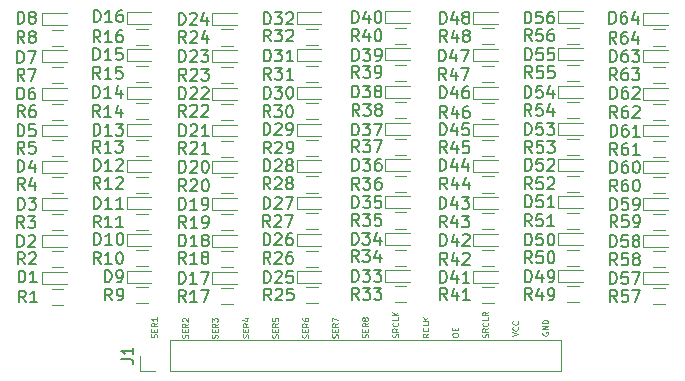
<source format=gto>
%TF.GenerationSoftware,KiCad,Pcbnew,(5.1.9)-1*%
%TF.CreationDate,2021-05-17T19:38:56-07:00*%
%TF.ProjectId,ShiftRegBoard,53686966-7452-4656-9742-6f6172642e6b,rev?*%
%TF.SameCoordinates,Original*%
%TF.FileFunction,Legend,Top*%
%TF.FilePolarity,Positive*%
%FSLAX46Y46*%
G04 Gerber Fmt 4.6, Leading zero omitted, Abs format (unit mm)*
G04 Created by KiCad (PCBNEW (5.1.9)-1) date 2021-05-17 19:38:56*
%MOMM*%
%LPD*%
G01*
G04 APERTURE LIST*
%ADD10C,0.099200*%
%ADD11C,0.120000*%
%ADD12C,0.150000*%
%ADD13C,4.700000*%
%ADD14R,0.800000X0.800000*%
%ADD15R,1.700000X1.700000*%
%ADD16O,1.700000X1.700000*%
%ADD17R,0.500000X0.900000*%
G04 APERTURE END LIST*
D10*
X117914800Y-59328257D02*
X117891371Y-59375114D01*
X117891371Y-59445400D01*
X117914800Y-59515685D01*
X117961657Y-59562542D01*
X118008514Y-59585971D01*
X118102228Y-59609400D01*
X118172514Y-59609400D01*
X118266228Y-59585971D01*
X118313085Y-59562542D01*
X118359942Y-59515685D01*
X118383371Y-59445400D01*
X118383371Y-59398542D01*
X118359942Y-59328257D01*
X118336514Y-59304828D01*
X118172514Y-59304828D01*
X118172514Y-59398542D01*
X118383371Y-59093971D02*
X117891371Y-59093971D01*
X118383371Y-58812828D01*
X117891371Y-58812828D01*
X118383371Y-58578542D02*
X117891371Y-58578542D01*
X117891371Y-58461400D01*
X117914800Y-58391114D01*
X117961657Y-58344257D01*
X118008514Y-58320828D01*
X118102228Y-58297400D01*
X118172514Y-58297400D01*
X118266228Y-58320828D01*
X118313085Y-58344257D01*
X118359942Y-58391114D01*
X118383371Y-58461400D01*
X118383371Y-58578542D01*
X115351371Y-59660200D02*
X115843371Y-59496200D01*
X115351371Y-59332200D01*
X115796514Y-58887057D02*
X115819942Y-58910485D01*
X115843371Y-58980771D01*
X115843371Y-59027628D01*
X115819942Y-59097914D01*
X115773085Y-59144771D01*
X115726228Y-59168200D01*
X115632514Y-59191628D01*
X115562228Y-59191628D01*
X115468514Y-59168200D01*
X115421657Y-59144771D01*
X115374800Y-59097914D01*
X115351371Y-59027628D01*
X115351371Y-58980771D01*
X115374800Y-58910485D01*
X115398228Y-58887057D01*
X115796514Y-58395057D02*
X115819942Y-58418485D01*
X115843371Y-58488771D01*
X115843371Y-58535628D01*
X115819942Y-58605914D01*
X115773085Y-58652771D01*
X115726228Y-58676200D01*
X115632514Y-58699628D01*
X115562228Y-58699628D01*
X115468514Y-58676200D01*
X115421657Y-58652771D01*
X115374800Y-58605914D01*
X115351371Y-58535628D01*
X115351371Y-58488771D01*
X115374800Y-58418485D01*
X115398228Y-58395057D01*
X113267242Y-59777114D02*
X113290671Y-59706828D01*
X113290671Y-59589685D01*
X113267242Y-59542828D01*
X113243814Y-59519400D01*
X113196957Y-59495971D01*
X113150100Y-59495971D01*
X113103242Y-59519400D01*
X113079814Y-59542828D01*
X113056385Y-59589685D01*
X113032957Y-59683400D01*
X113009528Y-59730257D01*
X112986100Y-59753685D01*
X112939242Y-59777114D01*
X112892385Y-59777114D01*
X112845528Y-59753685D01*
X112822100Y-59730257D01*
X112798671Y-59683400D01*
X112798671Y-59566257D01*
X112822100Y-59495971D01*
X113290671Y-59003971D02*
X113056385Y-59167971D01*
X113290671Y-59285114D02*
X112798671Y-59285114D01*
X112798671Y-59097685D01*
X112822100Y-59050828D01*
X112845528Y-59027400D01*
X112892385Y-59003971D01*
X112962671Y-59003971D01*
X113009528Y-59027400D01*
X113032957Y-59050828D01*
X113056385Y-59097685D01*
X113056385Y-59285114D01*
X113243814Y-58511971D02*
X113267242Y-58535400D01*
X113290671Y-58605685D01*
X113290671Y-58652542D01*
X113267242Y-58722828D01*
X113220385Y-58769685D01*
X113173528Y-58793114D01*
X113079814Y-58816542D01*
X113009528Y-58816542D01*
X112915814Y-58793114D01*
X112868957Y-58769685D01*
X112822100Y-58722828D01*
X112798671Y-58652542D01*
X112798671Y-58605685D01*
X112822100Y-58535400D01*
X112845528Y-58511971D01*
X113290671Y-58066828D02*
X113290671Y-58301114D01*
X112798671Y-58301114D01*
X113290671Y-57621685D02*
X113056385Y-57785685D01*
X113290671Y-57902828D02*
X112798671Y-57902828D01*
X112798671Y-57715400D01*
X112822100Y-57668542D01*
X112845528Y-57645114D01*
X112892385Y-57621685D01*
X112962671Y-57621685D01*
X113009528Y-57645114D01*
X113032957Y-57668542D01*
X113056385Y-57715400D01*
X113056385Y-57902828D01*
X110258671Y-59603828D02*
X110258671Y-59510114D01*
X110282100Y-59463257D01*
X110328957Y-59416400D01*
X110422671Y-59392971D01*
X110586671Y-59392971D01*
X110680385Y-59416400D01*
X110727242Y-59463257D01*
X110750671Y-59510114D01*
X110750671Y-59603828D01*
X110727242Y-59650685D01*
X110680385Y-59697542D01*
X110586671Y-59720971D01*
X110422671Y-59720971D01*
X110328957Y-59697542D01*
X110282100Y-59650685D01*
X110258671Y-59603828D01*
X110492957Y-59182114D02*
X110492957Y-59018114D01*
X110750671Y-58947828D02*
X110750671Y-59182114D01*
X110258671Y-59182114D01*
X110258671Y-58947828D01*
X108236071Y-59441457D02*
X108001785Y-59605457D01*
X108236071Y-59722600D02*
X107744071Y-59722600D01*
X107744071Y-59535171D01*
X107767500Y-59488314D01*
X107790928Y-59464885D01*
X107837785Y-59441457D01*
X107908071Y-59441457D01*
X107954928Y-59464885D01*
X107978357Y-59488314D01*
X108001785Y-59535171D01*
X108001785Y-59722600D01*
X108189214Y-58949457D02*
X108212642Y-58972885D01*
X108236071Y-59043171D01*
X108236071Y-59090028D01*
X108212642Y-59160314D01*
X108165785Y-59207171D01*
X108118928Y-59230600D01*
X108025214Y-59254028D01*
X107954928Y-59254028D01*
X107861214Y-59230600D01*
X107814357Y-59207171D01*
X107767500Y-59160314D01*
X107744071Y-59090028D01*
X107744071Y-59043171D01*
X107767500Y-58972885D01*
X107790928Y-58949457D01*
X108236071Y-58504314D02*
X108236071Y-58738600D01*
X107744071Y-58738600D01*
X108236071Y-58340314D02*
X107744071Y-58340314D01*
X108236071Y-58059171D02*
X107954928Y-58270028D01*
X107744071Y-58059171D02*
X108025214Y-58340314D01*
X105659942Y-59777114D02*
X105683371Y-59706828D01*
X105683371Y-59589685D01*
X105659942Y-59542828D01*
X105636514Y-59519400D01*
X105589657Y-59495971D01*
X105542800Y-59495971D01*
X105495942Y-59519400D01*
X105472514Y-59542828D01*
X105449085Y-59589685D01*
X105425657Y-59683400D01*
X105402228Y-59730257D01*
X105378800Y-59753685D01*
X105331942Y-59777114D01*
X105285085Y-59777114D01*
X105238228Y-59753685D01*
X105214800Y-59730257D01*
X105191371Y-59683400D01*
X105191371Y-59566257D01*
X105214800Y-59495971D01*
X105683371Y-59003971D02*
X105449085Y-59167971D01*
X105683371Y-59285114D02*
X105191371Y-59285114D01*
X105191371Y-59097685D01*
X105214800Y-59050828D01*
X105238228Y-59027400D01*
X105285085Y-59003971D01*
X105355371Y-59003971D01*
X105402228Y-59027400D01*
X105425657Y-59050828D01*
X105449085Y-59097685D01*
X105449085Y-59285114D01*
X105636514Y-58511971D02*
X105659942Y-58535400D01*
X105683371Y-58605685D01*
X105683371Y-58652542D01*
X105659942Y-58722828D01*
X105613085Y-58769685D01*
X105566228Y-58793114D01*
X105472514Y-58816542D01*
X105402228Y-58816542D01*
X105308514Y-58793114D01*
X105261657Y-58769685D01*
X105214800Y-58722828D01*
X105191371Y-58652542D01*
X105191371Y-58605685D01*
X105214800Y-58535400D01*
X105238228Y-58511971D01*
X105683371Y-58066828D02*
X105683371Y-58301114D01*
X105191371Y-58301114D01*
X105683371Y-57902828D02*
X105191371Y-57902828D01*
X105683371Y-57621685D02*
X105402228Y-57832542D01*
X105191371Y-57621685D02*
X105472514Y-57902828D01*
X103094542Y-59771428D02*
X103117971Y-59701142D01*
X103117971Y-59584000D01*
X103094542Y-59537142D01*
X103071114Y-59513714D01*
X103024257Y-59490285D01*
X102977400Y-59490285D01*
X102930542Y-59513714D01*
X102907114Y-59537142D01*
X102883685Y-59584000D01*
X102860257Y-59677714D01*
X102836828Y-59724571D01*
X102813400Y-59748000D01*
X102766542Y-59771428D01*
X102719685Y-59771428D01*
X102672828Y-59748000D01*
X102649400Y-59724571D01*
X102625971Y-59677714D01*
X102625971Y-59560571D01*
X102649400Y-59490285D01*
X102860257Y-59279428D02*
X102860257Y-59115428D01*
X103117971Y-59045142D02*
X103117971Y-59279428D01*
X102625971Y-59279428D01*
X102625971Y-59045142D01*
X103117971Y-58553142D02*
X102883685Y-58717142D01*
X103117971Y-58834285D02*
X102625971Y-58834285D01*
X102625971Y-58646857D01*
X102649400Y-58600000D01*
X102672828Y-58576571D01*
X102719685Y-58553142D01*
X102789971Y-58553142D01*
X102836828Y-58576571D01*
X102860257Y-58600000D01*
X102883685Y-58646857D01*
X102883685Y-58834285D01*
X102836828Y-58272000D02*
X102813400Y-58318857D01*
X102789971Y-58342285D01*
X102743114Y-58365714D01*
X102719685Y-58365714D01*
X102672828Y-58342285D01*
X102649400Y-58318857D01*
X102625971Y-58272000D01*
X102625971Y-58178285D01*
X102649400Y-58131428D01*
X102672828Y-58108000D01*
X102719685Y-58084571D01*
X102743114Y-58084571D01*
X102789971Y-58108000D01*
X102813400Y-58131428D01*
X102836828Y-58178285D01*
X102836828Y-58272000D01*
X102860257Y-58318857D01*
X102883685Y-58342285D01*
X102930542Y-58365714D01*
X103024257Y-58365714D01*
X103071114Y-58342285D01*
X103094542Y-58318857D01*
X103117971Y-58272000D01*
X103117971Y-58178285D01*
X103094542Y-58131428D01*
X103071114Y-58108000D01*
X103024257Y-58084571D01*
X102930542Y-58084571D01*
X102883685Y-58108000D01*
X102860257Y-58131428D01*
X102836828Y-58178285D01*
X100554542Y-59796828D02*
X100577971Y-59726542D01*
X100577971Y-59609400D01*
X100554542Y-59562542D01*
X100531114Y-59539114D01*
X100484257Y-59515685D01*
X100437400Y-59515685D01*
X100390542Y-59539114D01*
X100367114Y-59562542D01*
X100343685Y-59609400D01*
X100320257Y-59703114D01*
X100296828Y-59749971D01*
X100273400Y-59773400D01*
X100226542Y-59796828D01*
X100179685Y-59796828D01*
X100132828Y-59773400D01*
X100109400Y-59749971D01*
X100085971Y-59703114D01*
X100085971Y-59585971D01*
X100109400Y-59515685D01*
X100320257Y-59304828D02*
X100320257Y-59140828D01*
X100577971Y-59070542D02*
X100577971Y-59304828D01*
X100085971Y-59304828D01*
X100085971Y-59070542D01*
X100577971Y-58578542D02*
X100343685Y-58742542D01*
X100577971Y-58859685D02*
X100085971Y-58859685D01*
X100085971Y-58672257D01*
X100109400Y-58625400D01*
X100132828Y-58601971D01*
X100179685Y-58578542D01*
X100249971Y-58578542D01*
X100296828Y-58601971D01*
X100320257Y-58625400D01*
X100343685Y-58672257D01*
X100343685Y-58859685D01*
X100085971Y-58414542D02*
X100085971Y-58086542D01*
X100577971Y-58297400D01*
X98039942Y-59796828D02*
X98063371Y-59726542D01*
X98063371Y-59609400D01*
X98039942Y-59562542D01*
X98016514Y-59539114D01*
X97969657Y-59515685D01*
X97922800Y-59515685D01*
X97875942Y-59539114D01*
X97852514Y-59562542D01*
X97829085Y-59609400D01*
X97805657Y-59703114D01*
X97782228Y-59749971D01*
X97758800Y-59773400D01*
X97711942Y-59796828D01*
X97665085Y-59796828D01*
X97618228Y-59773400D01*
X97594800Y-59749971D01*
X97571371Y-59703114D01*
X97571371Y-59585971D01*
X97594800Y-59515685D01*
X97805657Y-59304828D02*
X97805657Y-59140828D01*
X98063371Y-59070542D02*
X98063371Y-59304828D01*
X97571371Y-59304828D01*
X97571371Y-59070542D01*
X98063371Y-58578542D02*
X97829085Y-58742542D01*
X98063371Y-58859685D02*
X97571371Y-58859685D01*
X97571371Y-58672257D01*
X97594800Y-58625400D01*
X97618228Y-58601971D01*
X97665085Y-58578542D01*
X97735371Y-58578542D01*
X97782228Y-58601971D01*
X97805657Y-58625400D01*
X97829085Y-58672257D01*
X97829085Y-58859685D01*
X97571371Y-58156828D02*
X97571371Y-58250542D01*
X97594800Y-58297400D01*
X97618228Y-58320828D01*
X97688514Y-58367685D01*
X97782228Y-58391114D01*
X97969657Y-58391114D01*
X98016514Y-58367685D01*
X98039942Y-58344257D01*
X98063371Y-58297400D01*
X98063371Y-58203685D01*
X98039942Y-58156828D01*
X98016514Y-58133400D01*
X97969657Y-58109971D01*
X97852514Y-58109971D01*
X97805657Y-58133400D01*
X97782228Y-58156828D01*
X97758800Y-58203685D01*
X97758800Y-58297400D01*
X97782228Y-58344257D01*
X97805657Y-58367685D01*
X97852514Y-58391114D01*
X95487242Y-59796828D02*
X95510671Y-59726542D01*
X95510671Y-59609400D01*
X95487242Y-59562542D01*
X95463814Y-59539114D01*
X95416957Y-59515685D01*
X95370100Y-59515685D01*
X95323242Y-59539114D01*
X95299814Y-59562542D01*
X95276385Y-59609400D01*
X95252957Y-59703114D01*
X95229528Y-59749971D01*
X95206100Y-59773400D01*
X95159242Y-59796828D01*
X95112385Y-59796828D01*
X95065528Y-59773400D01*
X95042100Y-59749971D01*
X95018671Y-59703114D01*
X95018671Y-59585971D01*
X95042100Y-59515685D01*
X95252957Y-59304828D02*
X95252957Y-59140828D01*
X95510671Y-59070542D02*
X95510671Y-59304828D01*
X95018671Y-59304828D01*
X95018671Y-59070542D01*
X95510671Y-58578542D02*
X95276385Y-58742542D01*
X95510671Y-58859685D02*
X95018671Y-58859685D01*
X95018671Y-58672257D01*
X95042100Y-58625400D01*
X95065528Y-58601971D01*
X95112385Y-58578542D01*
X95182671Y-58578542D01*
X95229528Y-58601971D01*
X95252957Y-58625400D01*
X95276385Y-58672257D01*
X95276385Y-58859685D01*
X95018671Y-58133400D02*
X95018671Y-58367685D01*
X95252957Y-58391114D01*
X95229528Y-58367685D01*
X95206100Y-58320828D01*
X95206100Y-58203685D01*
X95229528Y-58156828D01*
X95252957Y-58133400D01*
X95299814Y-58109971D01*
X95416957Y-58109971D01*
X95463814Y-58133400D01*
X95487242Y-58156828D01*
X95510671Y-58203685D01*
X95510671Y-58320828D01*
X95487242Y-58367685D01*
X95463814Y-58391114D01*
X92972642Y-59796828D02*
X92996071Y-59726542D01*
X92996071Y-59609400D01*
X92972642Y-59562542D01*
X92949214Y-59539114D01*
X92902357Y-59515685D01*
X92855500Y-59515685D01*
X92808642Y-59539114D01*
X92785214Y-59562542D01*
X92761785Y-59609400D01*
X92738357Y-59703114D01*
X92714928Y-59749971D01*
X92691500Y-59773400D01*
X92644642Y-59796828D01*
X92597785Y-59796828D01*
X92550928Y-59773400D01*
X92527500Y-59749971D01*
X92504071Y-59703114D01*
X92504071Y-59585971D01*
X92527500Y-59515685D01*
X92738357Y-59304828D02*
X92738357Y-59140828D01*
X92996071Y-59070542D02*
X92996071Y-59304828D01*
X92504071Y-59304828D01*
X92504071Y-59070542D01*
X92996071Y-58578542D02*
X92761785Y-58742542D01*
X92996071Y-58859685D02*
X92504071Y-58859685D01*
X92504071Y-58672257D01*
X92527500Y-58625400D01*
X92550928Y-58601971D01*
X92597785Y-58578542D01*
X92668071Y-58578542D01*
X92714928Y-58601971D01*
X92738357Y-58625400D01*
X92761785Y-58672257D01*
X92761785Y-58859685D01*
X92668071Y-58156828D02*
X92996071Y-58156828D01*
X92480642Y-58273971D02*
X92832071Y-58391114D01*
X92832071Y-58086542D01*
X90356442Y-59822228D02*
X90379871Y-59751942D01*
X90379871Y-59634800D01*
X90356442Y-59587942D01*
X90333014Y-59564514D01*
X90286157Y-59541085D01*
X90239300Y-59541085D01*
X90192442Y-59564514D01*
X90169014Y-59587942D01*
X90145585Y-59634800D01*
X90122157Y-59728514D01*
X90098728Y-59775371D01*
X90075300Y-59798800D01*
X90028442Y-59822228D01*
X89981585Y-59822228D01*
X89934728Y-59798800D01*
X89911300Y-59775371D01*
X89887871Y-59728514D01*
X89887871Y-59611371D01*
X89911300Y-59541085D01*
X90122157Y-59330228D02*
X90122157Y-59166228D01*
X90379871Y-59095942D02*
X90379871Y-59330228D01*
X89887871Y-59330228D01*
X89887871Y-59095942D01*
X90379871Y-58603942D02*
X90145585Y-58767942D01*
X90379871Y-58885085D02*
X89887871Y-58885085D01*
X89887871Y-58697657D01*
X89911300Y-58650800D01*
X89934728Y-58627371D01*
X89981585Y-58603942D01*
X90051871Y-58603942D01*
X90098728Y-58627371D01*
X90122157Y-58650800D01*
X90145585Y-58697657D01*
X90145585Y-58885085D01*
X89887871Y-58439942D02*
X89887871Y-58135371D01*
X90075300Y-58299371D01*
X90075300Y-58229085D01*
X90098728Y-58182228D01*
X90122157Y-58158800D01*
X90169014Y-58135371D01*
X90286157Y-58135371D01*
X90333014Y-58158800D01*
X90356442Y-58182228D01*
X90379871Y-58229085D01*
X90379871Y-58369657D01*
X90356442Y-58416514D01*
X90333014Y-58439942D01*
X87841842Y-59822228D02*
X87865271Y-59751942D01*
X87865271Y-59634800D01*
X87841842Y-59587942D01*
X87818414Y-59564514D01*
X87771557Y-59541085D01*
X87724700Y-59541085D01*
X87677842Y-59564514D01*
X87654414Y-59587942D01*
X87630985Y-59634800D01*
X87607557Y-59728514D01*
X87584128Y-59775371D01*
X87560700Y-59798800D01*
X87513842Y-59822228D01*
X87466985Y-59822228D01*
X87420128Y-59798800D01*
X87396700Y-59775371D01*
X87373271Y-59728514D01*
X87373271Y-59611371D01*
X87396700Y-59541085D01*
X87607557Y-59330228D02*
X87607557Y-59166228D01*
X87865271Y-59095942D02*
X87865271Y-59330228D01*
X87373271Y-59330228D01*
X87373271Y-59095942D01*
X87865271Y-58603942D02*
X87630985Y-58767942D01*
X87865271Y-58885085D02*
X87373271Y-58885085D01*
X87373271Y-58697657D01*
X87396700Y-58650800D01*
X87420128Y-58627371D01*
X87466985Y-58603942D01*
X87537271Y-58603942D01*
X87584128Y-58627371D01*
X87607557Y-58650800D01*
X87630985Y-58697657D01*
X87630985Y-58885085D01*
X87420128Y-58416514D02*
X87396700Y-58393085D01*
X87373271Y-58346228D01*
X87373271Y-58229085D01*
X87396700Y-58182228D01*
X87420128Y-58158800D01*
X87466985Y-58135371D01*
X87513842Y-58135371D01*
X87584128Y-58158800D01*
X87865271Y-58439942D01*
X87865271Y-58135371D01*
X85225642Y-59771428D02*
X85249071Y-59701142D01*
X85249071Y-59584000D01*
X85225642Y-59537142D01*
X85202214Y-59513714D01*
X85155357Y-59490285D01*
X85108500Y-59490285D01*
X85061642Y-59513714D01*
X85038214Y-59537142D01*
X85014785Y-59584000D01*
X84991357Y-59677714D01*
X84967928Y-59724571D01*
X84944500Y-59748000D01*
X84897642Y-59771428D01*
X84850785Y-59771428D01*
X84803928Y-59748000D01*
X84780500Y-59724571D01*
X84757071Y-59677714D01*
X84757071Y-59560571D01*
X84780500Y-59490285D01*
X84991357Y-59279428D02*
X84991357Y-59115428D01*
X85249071Y-59045142D02*
X85249071Y-59279428D01*
X84757071Y-59279428D01*
X84757071Y-59045142D01*
X85249071Y-58553142D02*
X85014785Y-58717142D01*
X85249071Y-58834285D02*
X84757071Y-58834285D01*
X84757071Y-58646857D01*
X84780500Y-58600000D01*
X84803928Y-58576571D01*
X84850785Y-58553142D01*
X84921071Y-58553142D01*
X84967928Y-58576571D01*
X84991357Y-58600000D01*
X85014785Y-58646857D01*
X85014785Y-58834285D01*
X85249071Y-58084571D02*
X85249071Y-58365714D01*
X85249071Y-58225142D02*
X84757071Y-58225142D01*
X84827357Y-58272000D01*
X84874214Y-58318857D01*
X84897642Y-58365714D01*
D11*
%TO.C,D1*%
X75509500Y-54211600D02*
X75509500Y-55211600D01*
X75509500Y-55211600D02*
X77609500Y-55211600D01*
X75509500Y-54211600D02*
X77609500Y-54211600D01*
%TO.C,D2*%
X75509500Y-51100100D02*
X75509500Y-52100100D01*
X75509500Y-52100100D02*
X77609500Y-52100100D01*
X75509500Y-51100100D02*
X77609500Y-51100100D01*
%TO.C,D3*%
X75509500Y-47963200D02*
X75509500Y-48963200D01*
X75509500Y-48963200D02*
X77609500Y-48963200D01*
X75509500Y-47963200D02*
X77609500Y-47963200D01*
%TO.C,D4*%
X75509500Y-44813600D02*
X75509500Y-45813600D01*
X75509500Y-45813600D02*
X77609500Y-45813600D01*
X75509500Y-44813600D02*
X77609500Y-44813600D01*
%TO.C,D5*%
X75509500Y-41752900D02*
X75509500Y-42752900D01*
X75509500Y-42752900D02*
X77609500Y-42752900D01*
X75509500Y-41752900D02*
X77609500Y-41752900D01*
%TO.C,D6*%
X75509500Y-38628700D02*
X75509500Y-39628700D01*
X75509500Y-39628700D02*
X77609500Y-39628700D01*
X75509500Y-38628700D02*
X77609500Y-38628700D01*
%TO.C,D7*%
X75522200Y-35466400D02*
X75522200Y-36466400D01*
X75522200Y-36466400D02*
X77622200Y-36466400D01*
X75522200Y-35466400D02*
X77622200Y-35466400D01*
%TO.C,D8*%
X75522200Y-32316800D02*
X75522200Y-33316800D01*
X75522200Y-33316800D02*
X77622200Y-33316800D01*
X75522200Y-32316800D02*
X77622200Y-32316800D01*
%TO.C,D9*%
X82672300Y-54135400D02*
X82672300Y-55135400D01*
X82672300Y-55135400D02*
X84772300Y-55135400D01*
X82672300Y-54135400D02*
X84772300Y-54135400D01*
%TO.C,D10*%
X82672300Y-51023900D02*
X82672300Y-52023900D01*
X82672300Y-52023900D02*
X84772300Y-52023900D01*
X82672300Y-51023900D02*
X84772300Y-51023900D01*
%TO.C,D11*%
X82672300Y-47887000D02*
X82672300Y-48887000D01*
X82672300Y-48887000D02*
X84772300Y-48887000D01*
X82672300Y-47887000D02*
X84772300Y-47887000D01*
%TO.C,D12*%
X82672300Y-44737400D02*
X82672300Y-45737400D01*
X82672300Y-45737400D02*
X84772300Y-45737400D01*
X82672300Y-44737400D02*
X84772300Y-44737400D01*
%TO.C,D13*%
X82672300Y-41676700D02*
X82672300Y-42676700D01*
X82672300Y-42676700D02*
X84772300Y-42676700D01*
X82672300Y-41676700D02*
X84772300Y-41676700D01*
%TO.C,D14*%
X82672300Y-38552500D02*
X82672300Y-39552500D01*
X82672300Y-39552500D02*
X84772300Y-39552500D01*
X82672300Y-38552500D02*
X84772300Y-38552500D01*
%TO.C,D15*%
X82672300Y-35377500D02*
X82672300Y-36377500D01*
X82672300Y-36377500D02*
X84772300Y-36377500D01*
X82672300Y-35377500D02*
X84772300Y-35377500D01*
%TO.C,D16*%
X82672300Y-32240600D02*
X82672300Y-33240600D01*
X82672300Y-33240600D02*
X84772300Y-33240600D01*
X82672300Y-32240600D02*
X84772300Y-32240600D01*
%TO.C,D17*%
X89898600Y-54211600D02*
X89898600Y-55211600D01*
X89898600Y-55211600D02*
X91998600Y-55211600D01*
X89898600Y-54211600D02*
X91998600Y-54211600D01*
%TO.C,D18*%
X89898600Y-51100100D02*
X89898600Y-52100100D01*
X89898600Y-52100100D02*
X91998600Y-52100100D01*
X89898600Y-51100100D02*
X91998600Y-51100100D01*
%TO.C,D19*%
X89898600Y-47963200D02*
X89898600Y-48963200D01*
X89898600Y-48963200D02*
X91998600Y-48963200D01*
X89898600Y-47963200D02*
X91998600Y-47963200D01*
%TO.C,D20*%
X89898600Y-44813600D02*
X89898600Y-45813600D01*
X89898600Y-45813600D02*
X91998600Y-45813600D01*
X89898600Y-44813600D02*
X91998600Y-44813600D01*
%TO.C,D21*%
X89898600Y-41752900D02*
X89898600Y-42752900D01*
X89898600Y-42752900D02*
X91998600Y-42752900D01*
X89898600Y-41752900D02*
X91998600Y-41752900D01*
%TO.C,D22*%
X89898600Y-38628700D02*
X89898600Y-39628700D01*
X89898600Y-39628700D02*
X91998600Y-39628700D01*
X89898600Y-38628700D02*
X91998600Y-38628700D01*
%TO.C,D23*%
X89898600Y-35453700D02*
X89898600Y-36453700D01*
X89898600Y-36453700D02*
X91998600Y-36453700D01*
X89898600Y-35453700D02*
X91998600Y-35453700D01*
%TO.C,D24*%
X89898600Y-32316800D02*
X89898600Y-33316800D01*
X89898600Y-33316800D02*
X91998600Y-33316800D01*
X89898600Y-32316800D02*
X91998600Y-32316800D01*
%TO.C,D25*%
X97074100Y-54135400D02*
X97074100Y-55135400D01*
X97074100Y-55135400D02*
X99174100Y-55135400D01*
X97074100Y-54135400D02*
X99174100Y-54135400D01*
%TO.C,D26*%
X97074100Y-51023900D02*
X97074100Y-52023900D01*
X97074100Y-52023900D02*
X99174100Y-52023900D01*
X97074100Y-51023900D02*
X99174100Y-51023900D01*
%TO.C,D27*%
X97074100Y-47887000D02*
X97074100Y-48887000D01*
X97074100Y-48887000D02*
X99174100Y-48887000D01*
X97074100Y-47887000D02*
X99174100Y-47887000D01*
%TO.C,D28*%
X97074100Y-44737400D02*
X97074100Y-45737400D01*
X97074100Y-45737400D02*
X99174100Y-45737400D01*
X97074100Y-44737400D02*
X99174100Y-44737400D01*
%TO.C,D29*%
X97074100Y-41676700D02*
X97074100Y-42676700D01*
X97074100Y-42676700D02*
X99174100Y-42676700D01*
X97074100Y-41676700D02*
X99174100Y-41676700D01*
%TO.C,D30*%
X97074100Y-38552500D02*
X97074100Y-39552500D01*
X97074100Y-39552500D02*
X99174100Y-39552500D01*
X97074100Y-38552500D02*
X99174100Y-38552500D01*
%TO.C,D31*%
X97074100Y-35377500D02*
X97074100Y-36377500D01*
X97074100Y-36377500D02*
X99174100Y-36377500D01*
X97074100Y-35377500D02*
X99174100Y-35377500D01*
%TO.C,D32*%
X97074100Y-32240600D02*
X97074100Y-33240600D01*
X97074100Y-33240600D02*
X99174100Y-33240600D01*
X97074100Y-32240600D02*
X99174100Y-32240600D01*
%TO.C,D33*%
X104554400Y-54059200D02*
X104554400Y-55059200D01*
X104554400Y-55059200D02*
X106654400Y-55059200D01*
X104554400Y-54059200D02*
X106654400Y-54059200D01*
%TO.C,D34*%
X104554400Y-50947700D02*
X104554400Y-51947700D01*
X104554400Y-51947700D02*
X106654400Y-51947700D01*
X104554400Y-50947700D02*
X106654400Y-50947700D01*
%TO.C,D35*%
X104554400Y-47810800D02*
X104554400Y-48810800D01*
X104554400Y-48810800D02*
X106654400Y-48810800D01*
X104554400Y-47810800D02*
X106654400Y-47810800D01*
%TO.C,D36*%
X104554400Y-44661200D02*
X104554400Y-45661200D01*
X104554400Y-45661200D02*
X106654400Y-45661200D01*
X104554400Y-44661200D02*
X106654400Y-44661200D01*
%TO.C,D37*%
X104554400Y-41600500D02*
X104554400Y-42600500D01*
X104554400Y-42600500D02*
X106654400Y-42600500D01*
X104554400Y-41600500D02*
X106654400Y-41600500D01*
%TO.C,D38*%
X104554400Y-38476300D02*
X104554400Y-39476300D01*
X104554400Y-39476300D02*
X106654400Y-39476300D01*
X104554400Y-38476300D02*
X106654400Y-38476300D01*
%TO.C,D39*%
X104554400Y-35301300D02*
X104554400Y-36301300D01*
X104554400Y-36301300D02*
X106654400Y-36301300D01*
X104554400Y-35301300D02*
X106654400Y-35301300D01*
%TO.C,D40*%
X104554400Y-32164400D02*
X104554400Y-33164400D01*
X104554400Y-33164400D02*
X106654400Y-33164400D01*
X104554400Y-32164400D02*
X106654400Y-32164400D01*
%TO.C,D41*%
X111983900Y-54135400D02*
X111983900Y-55135400D01*
X111983900Y-55135400D02*
X114083900Y-55135400D01*
X111983900Y-54135400D02*
X114083900Y-54135400D01*
%TO.C,D42*%
X111983900Y-51023900D02*
X111983900Y-52023900D01*
X111983900Y-52023900D02*
X114083900Y-52023900D01*
X111983900Y-51023900D02*
X114083900Y-51023900D01*
%TO.C,D43*%
X111983900Y-47887000D02*
X111983900Y-48887000D01*
X111983900Y-48887000D02*
X114083900Y-48887000D01*
X111983900Y-47887000D02*
X114083900Y-47887000D01*
%TO.C,D44*%
X111983900Y-44737400D02*
X111983900Y-45737400D01*
X111983900Y-45737400D02*
X114083900Y-45737400D01*
X111983900Y-44737400D02*
X114083900Y-44737400D01*
%TO.C,D45*%
X111983900Y-41676700D02*
X111983900Y-42676700D01*
X111983900Y-42676700D02*
X114083900Y-42676700D01*
X111983900Y-41676700D02*
X114083900Y-41676700D01*
%TO.C,D46*%
X111983900Y-38552500D02*
X111983900Y-39552500D01*
X111983900Y-39552500D02*
X114083900Y-39552500D01*
X111983900Y-38552500D02*
X114083900Y-38552500D01*
%TO.C,D47*%
X111983900Y-35377500D02*
X111983900Y-36377500D01*
X111983900Y-36377500D02*
X114083900Y-36377500D01*
X111983900Y-35377500D02*
X114083900Y-35377500D01*
%TO.C,D48*%
X111983900Y-32240600D02*
X111983900Y-33240600D01*
X111983900Y-33240600D02*
X114083900Y-33240600D01*
X111983900Y-32240600D02*
X114083900Y-32240600D01*
%TO.C,D49*%
X119184800Y-54059200D02*
X119184800Y-55059200D01*
X119184800Y-55059200D02*
X121284800Y-55059200D01*
X119184800Y-54059200D02*
X121284800Y-54059200D01*
%TO.C,D50*%
X119184800Y-50947700D02*
X119184800Y-51947700D01*
X119184800Y-51947700D02*
X121284800Y-51947700D01*
X119184800Y-50947700D02*
X121284800Y-50947700D01*
%TO.C,D51*%
X119184800Y-47810800D02*
X119184800Y-48810800D01*
X119184800Y-48810800D02*
X121284800Y-48810800D01*
X119184800Y-47810800D02*
X121284800Y-47810800D01*
%TO.C,D52*%
X119184800Y-44661200D02*
X119184800Y-45661200D01*
X119184800Y-45661200D02*
X121284800Y-45661200D01*
X119184800Y-44661200D02*
X121284800Y-44661200D01*
%TO.C,D53*%
X119184800Y-41600500D02*
X119184800Y-42600500D01*
X119184800Y-42600500D02*
X121284800Y-42600500D01*
X119184800Y-41600500D02*
X121284800Y-41600500D01*
%TO.C,D54*%
X119184800Y-38476300D02*
X119184800Y-39476300D01*
X119184800Y-39476300D02*
X121284800Y-39476300D01*
X119184800Y-38476300D02*
X121284800Y-38476300D01*
%TO.C,D55*%
X119184800Y-35301300D02*
X119184800Y-36301300D01*
X119184800Y-36301300D02*
X121284800Y-36301300D01*
X119184800Y-35301300D02*
X121284800Y-35301300D01*
%TO.C,D56*%
X119184800Y-32164400D02*
X119184800Y-33164400D01*
X119184800Y-33164400D02*
X121284800Y-33164400D01*
X119184800Y-32164400D02*
X121284800Y-32164400D01*
%TO.C,D57*%
X126423800Y-54211600D02*
X126423800Y-55211600D01*
X126423800Y-55211600D02*
X128523800Y-55211600D01*
X126423800Y-54211600D02*
X128523800Y-54211600D01*
%TO.C,D58*%
X126423800Y-51100100D02*
X126423800Y-52100100D01*
X126423800Y-52100100D02*
X128523800Y-52100100D01*
X126423800Y-51100100D02*
X128523800Y-51100100D01*
%TO.C,D59*%
X126423800Y-47950500D02*
X126423800Y-48950500D01*
X126423800Y-48950500D02*
X128523800Y-48950500D01*
X126423800Y-47950500D02*
X128523800Y-47950500D01*
%TO.C,D60*%
X126423800Y-44813600D02*
X126423800Y-45813600D01*
X126423800Y-45813600D02*
X128523800Y-45813600D01*
X126423800Y-44813600D02*
X128523800Y-44813600D01*
%TO.C,D61*%
X126423800Y-41752900D02*
X126423800Y-42752900D01*
X126423800Y-42752900D02*
X128523800Y-42752900D01*
X126423800Y-41752900D02*
X128523800Y-41752900D01*
%TO.C,D62*%
X126423800Y-38628700D02*
X126423800Y-39628700D01*
X126423800Y-39628700D02*
X128523800Y-39628700D01*
X126423800Y-38628700D02*
X128523800Y-38628700D01*
%TO.C,D63*%
X126423800Y-35453700D02*
X126423800Y-36453700D01*
X126423800Y-36453700D02*
X128523800Y-36453700D01*
X126423800Y-35453700D02*
X128523800Y-35453700D01*
%TO.C,D64*%
X126423800Y-32316800D02*
X126423800Y-33316800D01*
X126423800Y-33316800D02*
X128523800Y-33316800D01*
X126423800Y-32316800D02*
X128523800Y-32316800D01*
%TO.C,J1*%
X119465400Y-62632900D02*
X119465400Y-59972900D01*
X86385400Y-62632900D02*
X119465400Y-62632900D01*
X86385400Y-59972900D02*
X119465400Y-59972900D01*
X86385400Y-62632900D02*
X86385400Y-59972900D01*
X85115400Y-62632900D02*
X83785400Y-62632900D01*
X83785400Y-62632900D02*
X83785400Y-61302900D01*
%TO.C,R1*%
X77323000Y-56991800D02*
X76323000Y-56991800D01*
X76323000Y-55631800D02*
X77323000Y-55631800D01*
%TO.C,R2*%
X77323000Y-53804100D02*
X76323000Y-53804100D01*
X76323000Y-52444100D02*
X77323000Y-52444100D01*
%TO.C,R3*%
X77323000Y-50667200D02*
X76323000Y-50667200D01*
X76323000Y-49307200D02*
X77323000Y-49307200D01*
%TO.C,R4*%
X77323000Y-47555700D02*
X76323000Y-47555700D01*
X76323000Y-46195700D02*
X77323000Y-46195700D01*
%TO.C,R5*%
X77323000Y-44444200D02*
X76323000Y-44444200D01*
X76323000Y-43084200D02*
X77323000Y-43084200D01*
%TO.C,R6*%
X77323000Y-41370800D02*
X76323000Y-41370800D01*
X76323000Y-40010800D02*
X77323000Y-40010800D01*
%TO.C,R7*%
X77323000Y-38221200D02*
X76323000Y-38221200D01*
X76323000Y-36861200D02*
X77323000Y-36861200D01*
%TO.C,R8*%
X77323000Y-35084300D02*
X76323000Y-35084300D01*
X76323000Y-33724300D02*
X77323000Y-33724300D01*
%TO.C,R9*%
X84485800Y-56877500D02*
X83485800Y-56877500D01*
X83485800Y-55517500D02*
X84485800Y-55517500D01*
%TO.C,R10*%
X84485800Y-53766000D02*
X83485800Y-53766000D01*
X83485800Y-52406000D02*
X84485800Y-52406000D01*
%TO.C,R11*%
X84485800Y-50654500D02*
X83485800Y-50654500D01*
X83485800Y-49294500D02*
X84485800Y-49294500D01*
%TO.C,R12*%
X84485800Y-47517600D02*
X83485800Y-47517600D01*
X83485800Y-46157600D02*
X84485800Y-46157600D01*
%TO.C,R13*%
X84485800Y-44380700D02*
X83485800Y-44380700D01*
X83485800Y-43020700D02*
X84485800Y-43020700D01*
%TO.C,R14*%
X84485800Y-41320000D02*
X83485800Y-41320000D01*
X83485800Y-39960000D02*
X84485800Y-39960000D01*
%TO.C,R15*%
X84485800Y-38145000D02*
X83485800Y-38145000D01*
X83485800Y-36785000D02*
X84485800Y-36785000D01*
%TO.C,R16*%
X84485800Y-35008100D02*
X83485800Y-35008100D01*
X83485800Y-33648100D02*
X84485800Y-33648100D01*
%TO.C,R17*%
X91712100Y-56966400D02*
X90712100Y-56966400D01*
X90712100Y-55606400D02*
X91712100Y-55606400D01*
%TO.C,R18*%
X91712100Y-53842200D02*
X90712100Y-53842200D01*
X90712100Y-52482200D02*
X91712100Y-52482200D01*
%TO.C,R19*%
X91712100Y-50705300D02*
X90712100Y-50705300D01*
X90712100Y-49345300D02*
X91712100Y-49345300D01*
%TO.C,R20*%
X91712100Y-47581100D02*
X90712100Y-47581100D01*
X90712100Y-46221100D02*
X91712100Y-46221100D01*
%TO.C,R21*%
X91712100Y-44469600D02*
X90712100Y-44469600D01*
X90712100Y-43109600D02*
X91712100Y-43109600D01*
%TO.C,R22*%
X91712100Y-41396200D02*
X90712100Y-41396200D01*
X90712100Y-40036200D02*
X91712100Y-40036200D01*
%TO.C,R23*%
X91712100Y-38233900D02*
X90712100Y-38233900D01*
X90712100Y-36873900D02*
X91712100Y-36873900D01*
%TO.C,R24*%
X91712100Y-35058900D02*
X90712100Y-35058900D01*
X90712100Y-33698900D02*
X91712100Y-33698900D01*
%TO.C,R25*%
X98887600Y-56877500D02*
X97887600Y-56877500D01*
X97887600Y-55517500D02*
X98887600Y-55517500D01*
%TO.C,R26*%
X98887600Y-53778700D02*
X97887600Y-53778700D01*
X97887600Y-52418700D02*
X98887600Y-52418700D01*
%TO.C,R27*%
X98887600Y-50629100D02*
X97887600Y-50629100D01*
X97887600Y-49269100D02*
X98887600Y-49269100D01*
%TO.C,R28*%
X98887600Y-47504900D02*
X97887600Y-47504900D01*
X97887600Y-46144900D02*
X98887600Y-46144900D01*
%TO.C,R29*%
X98887600Y-44393400D02*
X97887600Y-44393400D01*
X97887600Y-43033400D02*
X98887600Y-43033400D01*
%TO.C,R30*%
X98887600Y-41294600D02*
X97887600Y-41294600D01*
X97887600Y-39934600D02*
X98887600Y-39934600D01*
%TO.C,R31*%
X98887600Y-38157700D02*
X97887600Y-38157700D01*
X97887600Y-36797700D02*
X98887600Y-36797700D01*
%TO.C,R32*%
X98887600Y-34982700D02*
X97887600Y-34982700D01*
X97887600Y-33622700D02*
X98887600Y-33622700D01*
%TO.C,R33*%
X106367900Y-56814000D02*
X105367900Y-56814000D01*
X105367900Y-55454000D02*
X106367900Y-55454000D01*
%TO.C,R34*%
X106367900Y-53689800D02*
X105367900Y-53689800D01*
X105367900Y-52329800D02*
X106367900Y-52329800D01*
%TO.C,R35*%
X106367900Y-50552900D02*
X105367900Y-50552900D01*
X105367900Y-49192900D02*
X106367900Y-49192900D01*
%TO.C,R36*%
X106367900Y-47454100D02*
X105367900Y-47454100D01*
X105367900Y-46094100D02*
X106367900Y-46094100D01*
%TO.C,R37*%
X106367900Y-44291800D02*
X105367900Y-44291800D01*
X105367900Y-42931800D02*
X106367900Y-42931800D01*
%TO.C,R38*%
X106367900Y-41205700D02*
X105367900Y-41205700D01*
X105367900Y-39845700D02*
X106367900Y-39845700D01*
%TO.C,R39*%
X106367900Y-38056100D02*
X105367900Y-38056100D01*
X105367900Y-36696100D02*
X106367900Y-36696100D01*
%TO.C,R40*%
X106367900Y-34906500D02*
X105367900Y-34906500D01*
X105367900Y-33546500D02*
X106367900Y-33546500D01*
%TO.C,R41*%
X113797400Y-56877500D02*
X112797400Y-56877500D01*
X112797400Y-55517500D02*
X113797400Y-55517500D01*
%TO.C,R42*%
X113797400Y-53753300D02*
X112797400Y-53753300D01*
X112797400Y-52393300D02*
X113797400Y-52393300D01*
%TO.C,R43*%
X113797400Y-50629100D02*
X112797400Y-50629100D01*
X112797400Y-49269100D02*
X113797400Y-49269100D01*
%TO.C,R44*%
X113797400Y-47504900D02*
X112797400Y-47504900D01*
X112797400Y-46144900D02*
X113797400Y-46144900D01*
%TO.C,R45*%
X113797400Y-44406100D02*
X112797400Y-44406100D01*
X112797400Y-43046100D02*
X113797400Y-43046100D01*
%TO.C,R46*%
X113797400Y-41307300D02*
X112797400Y-41307300D01*
X112797400Y-39947300D02*
X113797400Y-39947300D01*
%TO.C,R47*%
X113797400Y-38145000D02*
X112797400Y-38145000D01*
X112797400Y-36785000D02*
X113797400Y-36785000D01*
%TO.C,R48*%
X113797400Y-34944600D02*
X112797400Y-34944600D01*
X112797400Y-33584600D02*
X113797400Y-33584600D01*
%TO.C,R49*%
X120998300Y-56763200D02*
X119998300Y-56763200D01*
X119998300Y-55403200D02*
X120998300Y-55403200D01*
%TO.C,R50*%
X120998300Y-53689800D02*
X119998300Y-53689800D01*
X119998300Y-52329800D02*
X120998300Y-52329800D01*
%TO.C,R51*%
X120998300Y-50565600D02*
X119998300Y-50565600D01*
X119998300Y-49205600D02*
X120998300Y-49205600D01*
%TO.C,R52*%
X120998300Y-47428700D02*
X119998300Y-47428700D01*
X119998300Y-46068700D02*
X120998300Y-46068700D01*
%TO.C,R53*%
X120998300Y-44317200D02*
X119998300Y-44317200D01*
X119998300Y-42957200D02*
X120998300Y-42957200D01*
%TO.C,R54*%
X120998300Y-41231100D02*
X119998300Y-41231100D01*
X119998300Y-39871100D02*
X120998300Y-39871100D01*
%TO.C,R55*%
X120998300Y-38081500D02*
X119998300Y-38081500D01*
X119998300Y-36721500D02*
X120998300Y-36721500D01*
%TO.C,R56*%
X120998300Y-34906500D02*
X119998300Y-34906500D01*
X119998300Y-33546500D02*
X120998300Y-33546500D01*
%TO.C,R57*%
X128237300Y-56979100D02*
X127237300Y-56979100D01*
X127237300Y-55619100D02*
X128237300Y-55619100D01*
%TO.C,R58*%
X128237300Y-53829500D02*
X127237300Y-53829500D01*
X127237300Y-52469500D02*
X128237300Y-52469500D01*
%TO.C,R59*%
X128237300Y-50692600D02*
X127237300Y-50692600D01*
X127237300Y-49332600D02*
X128237300Y-49332600D01*
%TO.C,R60*%
X128237300Y-47555700D02*
X127237300Y-47555700D01*
X127237300Y-46195700D02*
X128237300Y-46195700D01*
%TO.C,R61*%
X128237300Y-44469600D02*
X127237300Y-44469600D01*
X127237300Y-43109600D02*
X128237300Y-43109600D01*
%TO.C,R62*%
X128237300Y-41358100D02*
X127237300Y-41358100D01*
X127237300Y-39998100D02*
X128237300Y-39998100D01*
%TO.C,R63*%
X128237300Y-38221200D02*
X127237300Y-38221200D01*
X127237300Y-36861200D02*
X128237300Y-36861200D01*
%TO.C,R64*%
X128237300Y-35058900D02*
X127237300Y-35058900D01*
X127237300Y-33698900D02*
X128237300Y-33698900D01*
%TO.C,D1*%
D12*
X73544104Y-55113180D02*
X73544104Y-54113180D01*
X73782200Y-54113180D01*
X73925057Y-54160800D01*
X74020295Y-54256038D01*
X74067914Y-54351276D01*
X74115533Y-54541752D01*
X74115533Y-54684609D01*
X74067914Y-54875085D01*
X74020295Y-54970323D01*
X73925057Y-55065561D01*
X73782200Y-55113180D01*
X73544104Y-55113180D01*
X75067914Y-55113180D02*
X74496485Y-55113180D01*
X74782200Y-55113180D02*
X74782200Y-54113180D01*
X74686961Y-54256038D01*
X74591723Y-54351276D01*
X74496485Y-54398895D01*
%TO.C,D2*%
X73429804Y-52103280D02*
X73429804Y-51103280D01*
X73667900Y-51103280D01*
X73810757Y-51150900D01*
X73905995Y-51246138D01*
X73953614Y-51341376D01*
X74001233Y-51531852D01*
X74001233Y-51674709D01*
X73953614Y-51865185D01*
X73905995Y-51960423D01*
X73810757Y-52055661D01*
X73667900Y-52103280D01*
X73429804Y-52103280D01*
X74382185Y-51198519D02*
X74429804Y-51150900D01*
X74525042Y-51103280D01*
X74763138Y-51103280D01*
X74858376Y-51150900D01*
X74905995Y-51198519D01*
X74953614Y-51293757D01*
X74953614Y-51388995D01*
X74905995Y-51531852D01*
X74334566Y-52103280D01*
X74953614Y-52103280D01*
%TO.C,D3*%
X73480704Y-48953680D02*
X73480704Y-47953680D01*
X73718800Y-47953680D01*
X73861657Y-48001300D01*
X73956895Y-48096538D01*
X74004514Y-48191776D01*
X74052133Y-48382252D01*
X74052133Y-48525109D01*
X74004514Y-48715585D01*
X73956895Y-48810823D01*
X73861657Y-48906061D01*
X73718800Y-48953680D01*
X73480704Y-48953680D01*
X74385466Y-47953680D02*
X75004514Y-47953680D01*
X74671180Y-48334633D01*
X74814038Y-48334633D01*
X74909276Y-48382252D01*
X74956895Y-48429871D01*
X75004514Y-48525109D01*
X75004514Y-48763204D01*
X74956895Y-48858442D01*
X74909276Y-48906061D01*
X74814038Y-48953680D01*
X74528323Y-48953680D01*
X74433085Y-48906061D01*
X74385466Y-48858442D01*
%TO.C,D4*%
X73455304Y-45765980D02*
X73455304Y-44765980D01*
X73693400Y-44765980D01*
X73836257Y-44813600D01*
X73931495Y-44908838D01*
X73979114Y-45004076D01*
X74026733Y-45194552D01*
X74026733Y-45337409D01*
X73979114Y-45527885D01*
X73931495Y-45623123D01*
X73836257Y-45718361D01*
X73693400Y-45765980D01*
X73455304Y-45765980D01*
X74883876Y-45099314D02*
X74883876Y-45765980D01*
X74645780Y-44718361D02*
X74407685Y-45432647D01*
X75026733Y-45432647D01*
%TO.C,D5*%
X73455304Y-42743380D02*
X73455304Y-41743380D01*
X73693400Y-41743380D01*
X73836257Y-41791000D01*
X73931495Y-41886238D01*
X73979114Y-41981476D01*
X74026733Y-42171952D01*
X74026733Y-42314809D01*
X73979114Y-42505285D01*
X73931495Y-42600523D01*
X73836257Y-42695761D01*
X73693400Y-42743380D01*
X73455304Y-42743380D01*
X74931495Y-41743380D02*
X74455304Y-41743380D01*
X74407685Y-42219571D01*
X74455304Y-42171952D01*
X74550542Y-42124333D01*
X74788638Y-42124333D01*
X74883876Y-42171952D01*
X74931495Y-42219571D01*
X74979114Y-42314809D01*
X74979114Y-42552904D01*
X74931495Y-42648142D01*
X74883876Y-42695761D01*
X74788638Y-42743380D01*
X74550542Y-42743380D01*
X74455304Y-42695761D01*
X74407685Y-42648142D01*
%TO.C,D6*%
X73429904Y-39619180D02*
X73429904Y-38619180D01*
X73668000Y-38619180D01*
X73810857Y-38666800D01*
X73906095Y-38762038D01*
X73953714Y-38857276D01*
X74001333Y-39047752D01*
X74001333Y-39190609D01*
X73953714Y-39381085D01*
X73906095Y-39476323D01*
X73810857Y-39571561D01*
X73668000Y-39619180D01*
X73429904Y-39619180D01*
X74858476Y-38619180D02*
X74668000Y-38619180D01*
X74572761Y-38666800D01*
X74525142Y-38714419D01*
X74429904Y-38857276D01*
X74382285Y-39047752D01*
X74382285Y-39428704D01*
X74429904Y-39523942D01*
X74477523Y-39571561D01*
X74572761Y-39619180D01*
X74763238Y-39619180D01*
X74858476Y-39571561D01*
X74906095Y-39523942D01*
X74953714Y-39428704D01*
X74953714Y-39190609D01*
X74906095Y-39095371D01*
X74858476Y-39047752D01*
X74763238Y-39000133D01*
X74572761Y-39000133D01*
X74477523Y-39047752D01*
X74429904Y-39095371D01*
X74382285Y-39190609D01*
%TO.C,D7*%
X73429904Y-36533080D02*
X73429904Y-35533080D01*
X73668000Y-35533080D01*
X73810857Y-35580700D01*
X73906095Y-35675938D01*
X73953714Y-35771176D01*
X74001333Y-35961652D01*
X74001333Y-36104509D01*
X73953714Y-36294985D01*
X73906095Y-36390223D01*
X73810857Y-36485461D01*
X73668000Y-36533080D01*
X73429904Y-36533080D01*
X74334666Y-35533080D02*
X75001333Y-35533080D01*
X74572761Y-36533080D01*
%TO.C,D8*%
X73455304Y-33192980D02*
X73455304Y-32192980D01*
X73693400Y-32192980D01*
X73836257Y-32240600D01*
X73931495Y-32335838D01*
X73979114Y-32431076D01*
X74026733Y-32621552D01*
X74026733Y-32764409D01*
X73979114Y-32954885D01*
X73931495Y-33050123D01*
X73836257Y-33145361D01*
X73693400Y-33192980D01*
X73455304Y-33192980D01*
X74598161Y-32621552D02*
X74502923Y-32573933D01*
X74455304Y-32526314D01*
X74407685Y-32431076D01*
X74407685Y-32383457D01*
X74455304Y-32288219D01*
X74502923Y-32240600D01*
X74598161Y-32192980D01*
X74788638Y-32192980D01*
X74883876Y-32240600D01*
X74931495Y-32288219D01*
X74979114Y-32383457D01*
X74979114Y-32431076D01*
X74931495Y-32526314D01*
X74883876Y-32573933D01*
X74788638Y-32621552D01*
X74598161Y-32621552D01*
X74502923Y-32669171D01*
X74455304Y-32716790D01*
X74407685Y-32812028D01*
X74407685Y-33002504D01*
X74455304Y-33097742D01*
X74502923Y-33145361D01*
X74598161Y-33192980D01*
X74788638Y-33192980D01*
X74883876Y-33145361D01*
X74931495Y-33097742D01*
X74979114Y-33002504D01*
X74979114Y-32812028D01*
X74931495Y-32716790D01*
X74883876Y-32669171D01*
X74788638Y-32621552D01*
%TO.C,D9*%
X80834004Y-55087780D02*
X80834004Y-54087780D01*
X81072100Y-54087780D01*
X81214957Y-54135400D01*
X81310195Y-54230638D01*
X81357814Y-54325876D01*
X81405433Y-54516352D01*
X81405433Y-54659209D01*
X81357814Y-54849685D01*
X81310195Y-54944923D01*
X81214957Y-55040161D01*
X81072100Y-55087780D01*
X80834004Y-55087780D01*
X81881623Y-55087780D02*
X82072100Y-55087780D01*
X82167338Y-55040161D01*
X82214957Y-54992542D01*
X82310195Y-54849685D01*
X82357814Y-54659209D01*
X82357814Y-54278257D01*
X82310195Y-54183019D01*
X82262576Y-54135400D01*
X82167338Y-54087780D01*
X81976861Y-54087780D01*
X81881623Y-54135400D01*
X81834004Y-54183019D01*
X81786385Y-54278257D01*
X81786385Y-54516352D01*
X81834004Y-54611590D01*
X81881623Y-54659209D01*
X81976861Y-54706828D01*
X82167338Y-54706828D01*
X82262576Y-54659209D01*
X82310195Y-54611590D01*
X82357814Y-54516352D01*
%TO.C,D10*%
X79926014Y-51925480D02*
X79926014Y-50925480D01*
X80164109Y-50925480D01*
X80306966Y-50973100D01*
X80402204Y-51068338D01*
X80449823Y-51163576D01*
X80497442Y-51354052D01*
X80497442Y-51496909D01*
X80449823Y-51687385D01*
X80402204Y-51782623D01*
X80306966Y-51877861D01*
X80164109Y-51925480D01*
X79926014Y-51925480D01*
X81449823Y-51925480D02*
X80878395Y-51925480D01*
X81164109Y-51925480D02*
X81164109Y-50925480D01*
X81068871Y-51068338D01*
X80973633Y-51163576D01*
X80878395Y-51211195D01*
X82068871Y-50925480D02*
X82164109Y-50925480D01*
X82259347Y-50973100D01*
X82306966Y-51020719D01*
X82354585Y-51115957D01*
X82402204Y-51306433D01*
X82402204Y-51544528D01*
X82354585Y-51735004D01*
X82306966Y-51830242D01*
X82259347Y-51877861D01*
X82164109Y-51925480D01*
X82068871Y-51925480D01*
X81973633Y-51877861D01*
X81926014Y-51830242D01*
X81878395Y-51735004D01*
X81830776Y-51544528D01*
X81830776Y-51306433D01*
X81878395Y-51115957D01*
X81926014Y-51020719D01*
X81973633Y-50973100D01*
X82068871Y-50925480D01*
%TO.C,D11*%
X79900614Y-48890180D02*
X79900614Y-47890180D01*
X80138709Y-47890180D01*
X80281566Y-47937800D01*
X80376804Y-48033038D01*
X80424423Y-48128276D01*
X80472042Y-48318752D01*
X80472042Y-48461609D01*
X80424423Y-48652085D01*
X80376804Y-48747323D01*
X80281566Y-48842561D01*
X80138709Y-48890180D01*
X79900614Y-48890180D01*
X81424423Y-48890180D02*
X80852995Y-48890180D01*
X81138709Y-48890180D02*
X81138709Y-47890180D01*
X81043471Y-48033038D01*
X80948233Y-48128276D01*
X80852995Y-48175895D01*
X82376804Y-48890180D02*
X81805376Y-48890180D01*
X82091090Y-48890180D02*
X82091090Y-47890180D01*
X81995852Y-48033038D01*
X81900614Y-48128276D01*
X81805376Y-48175895D01*
%TO.C,D12*%
X79900614Y-45677080D02*
X79900614Y-44677080D01*
X80138709Y-44677080D01*
X80281566Y-44724700D01*
X80376804Y-44819938D01*
X80424423Y-44915176D01*
X80472042Y-45105652D01*
X80472042Y-45248509D01*
X80424423Y-45438985D01*
X80376804Y-45534223D01*
X80281566Y-45629461D01*
X80138709Y-45677080D01*
X79900614Y-45677080D01*
X81424423Y-45677080D02*
X80852995Y-45677080D01*
X81138709Y-45677080D02*
X81138709Y-44677080D01*
X81043471Y-44819938D01*
X80948233Y-44915176D01*
X80852995Y-44962795D01*
X81805376Y-44772319D02*
X81852995Y-44724700D01*
X81948233Y-44677080D01*
X82186328Y-44677080D01*
X82281566Y-44724700D01*
X82329185Y-44772319D01*
X82376804Y-44867557D01*
X82376804Y-44962795D01*
X82329185Y-45105652D01*
X81757757Y-45677080D01*
X82376804Y-45677080D01*
%TO.C,D13*%
X79887914Y-42679880D02*
X79887914Y-41679880D01*
X80126009Y-41679880D01*
X80268866Y-41727500D01*
X80364104Y-41822738D01*
X80411723Y-41917976D01*
X80459342Y-42108452D01*
X80459342Y-42251309D01*
X80411723Y-42441785D01*
X80364104Y-42537023D01*
X80268866Y-42632261D01*
X80126009Y-42679880D01*
X79887914Y-42679880D01*
X81411723Y-42679880D02*
X80840295Y-42679880D01*
X81126009Y-42679880D02*
X81126009Y-41679880D01*
X81030771Y-41822738D01*
X80935533Y-41917976D01*
X80840295Y-41965595D01*
X81745057Y-41679880D02*
X82364104Y-41679880D01*
X82030771Y-42060833D01*
X82173628Y-42060833D01*
X82268866Y-42108452D01*
X82316485Y-42156071D01*
X82364104Y-42251309D01*
X82364104Y-42489404D01*
X82316485Y-42584642D01*
X82268866Y-42632261D01*
X82173628Y-42679880D01*
X81887914Y-42679880D01*
X81792676Y-42632261D01*
X81745057Y-42584642D01*
%TO.C,D14*%
X79837114Y-39479480D02*
X79837114Y-38479480D01*
X80075209Y-38479480D01*
X80218066Y-38527100D01*
X80313304Y-38622338D01*
X80360923Y-38717576D01*
X80408542Y-38908052D01*
X80408542Y-39050909D01*
X80360923Y-39241385D01*
X80313304Y-39336623D01*
X80218066Y-39431861D01*
X80075209Y-39479480D01*
X79837114Y-39479480D01*
X81360923Y-39479480D02*
X80789495Y-39479480D01*
X81075209Y-39479480D02*
X81075209Y-38479480D01*
X80979971Y-38622338D01*
X80884733Y-38717576D01*
X80789495Y-38765195D01*
X82218066Y-38812814D02*
X82218066Y-39479480D01*
X81979971Y-38431861D02*
X81741876Y-39146147D01*
X82360923Y-39146147D01*
%TO.C,D15*%
X79862414Y-36279080D02*
X79862414Y-35279080D01*
X80100509Y-35279080D01*
X80243366Y-35326700D01*
X80338604Y-35421938D01*
X80386223Y-35517176D01*
X80433842Y-35707652D01*
X80433842Y-35850509D01*
X80386223Y-36040985D01*
X80338604Y-36136223D01*
X80243366Y-36231461D01*
X80100509Y-36279080D01*
X79862414Y-36279080D01*
X81386223Y-36279080D02*
X80814795Y-36279080D01*
X81100509Y-36279080D02*
X81100509Y-35279080D01*
X81005271Y-35421938D01*
X80910033Y-35517176D01*
X80814795Y-35564795D01*
X82290985Y-35279080D02*
X81814795Y-35279080D01*
X81767176Y-35755271D01*
X81814795Y-35707652D01*
X81910033Y-35660033D01*
X82148128Y-35660033D01*
X82243366Y-35707652D01*
X82290985Y-35755271D01*
X82338604Y-35850509D01*
X82338604Y-36088604D01*
X82290985Y-36183842D01*
X82243366Y-36231461D01*
X82148128Y-36279080D01*
X81910033Y-36279080D01*
X81814795Y-36231461D01*
X81767176Y-36183842D01*
%TO.C,D16*%
X79913314Y-33065980D02*
X79913314Y-32065980D01*
X80151409Y-32065980D01*
X80294266Y-32113600D01*
X80389504Y-32208838D01*
X80437123Y-32304076D01*
X80484742Y-32494552D01*
X80484742Y-32637409D01*
X80437123Y-32827885D01*
X80389504Y-32923123D01*
X80294266Y-33018361D01*
X80151409Y-33065980D01*
X79913314Y-33065980D01*
X81437123Y-33065980D02*
X80865695Y-33065980D01*
X81151409Y-33065980D02*
X81151409Y-32065980D01*
X81056171Y-32208838D01*
X80960933Y-32304076D01*
X80865695Y-32351695D01*
X82294266Y-32065980D02*
X82103790Y-32065980D01*
X82008552Y-32113600D01*
X81960933Y-32161219D01*
X81865695Y-32304076D01*
X81818076Y-32494552D01*
X81818076Y-32875504D01*
X81865695Y-32970742D01*
X81913314Y-33018361D01*
X82008552Y-33065980D01*
X82199028Y-33065980D01*
X82294266Y-33018361D01*
X82341885Y-32970742D01*
X82389504Y-32875504D01*
X82389504Y-32637409D01*
X82341885Y-32542171D01*
X82294266Y-32494552D01*
X82199028Y-32446933D01*
X82008552Y-32446933D01*
X81913314Y-32494552D01*
X81865695Y-32542171D01*
X81818076Y-32637409D01*
%TO.C,D17*%
X87101514Y-55214780D02*
X87101514Y-54214780D01*
X87339609Y-54214780D01*
X87482466Y-54262400D01*
X87577704Y-54357638D01*
X87625323Y-54452876D01*
X87672942Y-54643352D01*
X87672942Y-54786209D01*
X87625323Y-54976685D01*
X87577704Y-55071923D01*
X87482466Y-55167161D01*
X87339609Y-55214780D01*
X87101514Y-55214780D01*
X88625323Y-55214780D02*
X88053895Y-55214780D01*
X88339609Y-55214780D02*
X88339609Y-54214780D01*
X88244371Y-54357638D01*
X88149133Y-54452876D01*
X88053895Y-54500495D01*
X88958657Y-54214780D02*
X89625323Y-54214780D01*
X89196752Y-55214780D01*
%TO.C,D18*%
X87139614Y-52065180D02*
X87139614Y-51065180D01*
X87377709Y-51065180D01*
X87520566Y-51112800D01*
X87615804Y-51208038D01*
X87663423Y-51303276D01*
X87711042Y-51493752D01*
X87711042Y-51636609D01*
X87663423Y-51827085D01*
X87615804Y-51922323D01*
X87520566Y-52017561D01*
X87377709Y-52065180D01*
X87139614Y-52065180D01*
X88663423Y-52065180D02*
X88091995Y-52065180D01*
X88377709Y-52065180D02*
X88377709Y-51065180D01*
X88282471Y-51208038D01*
X88187233Y-51303276D01*
X88091995Y-51350895D01*
X89234852Y-51493752D02*
X89139614Y-51446133D01*
X89091995Y-51398514D01*
X89044376Y-51303276D01*
X89044376Y-51255657D01*
X89091995Y-51160419D01*
X89139614Y-51112800D01*
X89234852Y-51065180D01*
X89425328Y-51065180D01*
X89520566Y-51112800D01*
X89568185Y-51160419D01*
X89615804Y-51255657D01*
X89615804Y-51303276D01*
X89568185Y-51398514D01*
X89520566Y-51446133D01*
X89425328Y-51493752D01*
X89234852Y-51493752D01*
X89139614Y-51541371D01*
X89091995Y-51588990D01*
X89044376Y-51684228D01*
X89044376Y-51874704D01*
X89091995Y-51969942D01*
X89139614Y-52017561D01*
X89234852Y-52065180D01*
X89425328Y-52065180D01*
X89520566Y-52017561D01*
X89568185Y-51969942D01*
X89615804Y-51874704D01*
X89615804Y-51684228D01*
X89568185Y-51588990D01*
X89520566Y-51541371D01*
X89425328Y-51493752D01*
%TO.C,D19*%
X87126914Y-48953680D02*
X87126914Y-47953680D01*
X87365009Y-47953680D01*
X87507866Y-48001300D01*
X87603104Y-48096538D01*
X87650723Y-48191776D01*
X87698342Y-48382252D01*
X87698342Y-48525109D01*
X87650723Y-48715585D01*
X87603104Y-48810823D01*
X87507866Y-48906061D01*
X87365009Y-48953680D01*
X87126914Y-48953680D01*
X88650723Y-48953680D02*
X88079295Y-48953680D01*
X88365009Y-48953680D02*
X88365009Y-47953680D01*
X88269771Y-48096538D01*
X88174533Y-48191776D01*
X88079295Y-48239395D01*
X89126914Y-48953680D02*
X89317390Y-48953680D01*
X89412628Y-48906061D01*
X89460247Y-48858442D01*
X89555485Y-48715585D01*
X89603104Y-48525109D01*
X89603104Y-48144157D01*
X89555485Y-48048919D01*
X89507866Y-48001300D01*
X89412628Y-47953680D01*
X89222152Y-47953680D01*
X89126914Y-48001300D01*
X89079295Y-48048919D01*
X89031676Y-48144157D01*
X89031676Y-48382252D01*
X89079295Y-48477490D01*
X89126914Y-48525109D01*
X89222152Y-48572728D01*
X89412628Y-48572728D01*
X89507866Y-48525109D01*
X89555485Y-48477490D01*
X89603104Y-48382252D01*
%TO.C,D20*%
X87139614Y-45816780D02*
X87139614Y-44816780D01*
X87377709Y-44816780D01*
X87520566Y-44864400D01*
X87615804Y-44959638D01*
X87663423Y-45054876D01*
X87711042Y-45245352D01*
X87711042Y-45388209D01*
X87663423Y-45578685D01*
X87615804Y-45673923D01*
X87520566Y-45769161D01*
X87377709Y-45816780D01*
X87139614Y-45816780D01*
X88091995Y-44912019D02*
X88139614Y-44864400D01*
X88234852Y-44816780D01*
X88472947Y-44816780D01*
X88568185Y-44864400D01*
X88615804Y-44912019D01*
X88663423Y-45007257D01*
X88663423Y-45102495D01*
X88615804Y-45245352D01*
X88044376Y-45816780D01*
X88663423Y-45816780D01*
X89282471Y-44816780D02*
X89377709Y-44816780D01*
X89472947Y-44864400D01*
X89520566Y-44912019D01*
X89568185Y-45007257D01*
X89615804Y-45197733D01*
X89615804Y-45435828D01*
X89568185Y-45626304D01*
X89520566Y-45721542D01*
X89472947Y-45769161D01*
X89377709Y-45816780D01*
X89282471Y-45816780D01*
X89187233Y-45769161D01*
X89139614Y-45721542D01*
X89091995Y-45626304D01*
X89044376Y-45435828D01*
X89044376Y-45197733D01*
X89091995Y-45007257D01*
X89139614Y-44912019D01*
X89187233Y-44864400D01*
X89282471Y-44816780D01*
%TO.C,D21*%
X87152314Y-42743380D02*
X87152314Y-41743380D01*
X87390409Y-41743380D01*
X87533266Y-41791000D01*
X87628504Y-41886238D01*
X87676123Y-41981476D01*
X87723742Y-42171952D01*
X87723742Y-42314809D01*
X87676123Y-42505285D01*
X87628504Y-42600523D01*
X87533266Y-42695761D01*
X87390409Y-42743380D01*
X87152314Y-42743380D01*
X88104695Y-41838619D02*
X88152314Y-41791000D01*
X88247552Y-41743380D01*
X88485647Y-41743380D01*
X88580885Y-41791000D01*
X88628504Y-41838619D01*
X88676123Y-41933857D01*
X88676123Y-42029095D01*
X88628504Y-42171952D01*
X88057076Y-42743380D01*
X88676123Y-42743380D01*
X89628504Y-42743380D02*
X89057076Y-42743380D01*
X89342790Y-42743380D02*
X89342790Y-41743380D01*
X89247552Y-41886238D01*
X89152314Y-41981476D01*
X89057076Y-42029095D01*
%TO.C,D22*%
X87139614Y-39593780D02*
X87139614Y-38593780D01*
X87377709Y-38593780D01*
X87520566Y-38641400D01*
X87615804Y-38736638D01*
X87663423Y-38831876D01*
X87711042Y-39022352D01*
X87711042Y-39165209D01*
X87663423Y-39355685D01*
X87615804Y-39450923D01*
X87520566Y-39546161D01*
X87377709Y-39593780D01*
X87139614Y-39593780D01*
X88091995Y-38689019D02*
X88139614Y-38641400D01*
X88234852Y-38593780D01*
X88472947Y-38593780D01*
X88568185Y-38641400D01*
X88615804Y-38689019D01*
X88663423Y-38784257D01*
X88663423Y-38879495D01*
X88615804Y-39022352D01*
X88044376Y-39593780D01*
X88663423Y-39593780D01*
X89044376Y-38689019D02*
X89091995Y-38641400D01*
X89187233Y-38593780D01*
X89425328Y-38593780D01*
X89520566Y-38641400D01*
X89568185Y-38689019D01*
X89615804Y-38784257D01*
X89615804Y-38879495D01*
X89568185Y-39022352D01*
X88996757Y-39593780D01*
X89615804Y-39593780D01*
%TO.C,D23*%
X87126914Y-36444180D02*
X87126914Y-35444180D01*
X87365009Y-35444180D01*
X87507866Y-35491800D01*
X87603104Y-35587038D01*
X87650723Y-35682276D01*
X87698342Y-35872752D01*
X87698342Y-36015609D01*
X87650723Y-36206085D01*
X87603104Y-36301323D01*
X87507866Y-36396561D01*
X87365009Y-36444180D01*
X87126914Y-36444180D01*
X88079295Y-35539419D02*
X88126914Y-35491800D01*
X88222152Y-35444180D01*
X88460247Y-35444180D01*
X88555485Y-35491800D01*
X88603104Y-35539419D01*
X88650723Y-35634657D01*
X88650723Y-35729895D01*
X88603104Y-35872752D01*
X88031676Y-36444180D01*
X88650723Y-36444180D01*
X88984057Y-35444180D02*
X89603104Y-35444180D01*
X89269771Y-35825133D01*
X89412628Y-35825133D01*
X89507866Y-35872752D01*
X89555485Y-35920371D01*
X89603104Y-36015609D01*
X89603104Y-36253704D01*
X89555485Y-36348942D01*
X89507866Y-36396561D01*
X89412628Y-36444180D01*
X89126914Y-36444180D01*
X89031676Y-36396561D01*
X88984057Y-36348942D01*
%TO.C,D24*%
X87101514Y-33294580D02*
X87101514Y-32294580D01*
X87339609Y-32294580D01*
X87482466Y-32342200D01*
X87577704Y-32437438D01*
X87625323Y-32532676D01*
X87672942Y-32723152D01*
X87672942Y-32866009D01*
X87625323Y-33056485D01*
X87577704Y-33151723D01*
X87482466Y-33246961D01*
X87339609Y-33294580D01*
X87101514Y-33294580D01*
X88053895Y-32389819D02*
X88101514Y-32342200D01*
X88196752Y-32294580D01*
X88434847Y-32294580D01*
X88530085Y-32342200D01*
X88577704Y-32389819D01*
X88625323Y-32485057D01*
X88625323Y-32580295D01*
X88577704Y-32723152D01*
X88006276Y-33294580D01*
X88625323Y-33294580D01*
X89482466Y-32627914D02*
X89482466Y-33294580D01*
X89244371Y-32246961D02*
X89006276Y-32961247D01*
X89625323Y-32961247D01*
%TO.C,D25*%
X94302414Y-55151280D02*
X94302414Y-54151280D01*
X94540509Y-54151280D01*
X94683366Y-54198900D01*
X94778604Y-54294138D01*
X94826223Y-54389376D01*
X94873842Y-54579852D01*
X94873842Y-54722709D01*
X94826223Y-54913185D01*
X94778604Y-55008423D01*
X94683366Y-55103661D01*
X94540509Y-55151280D01*
X94302414Y-55151280D01*
X95254795Y-54246519D02*
X95302414Y-54198900D01*
X95397652Y-54151280D01*
X95635747Y-54151280D01*
X95730985Y-54198900D01*
X95778604Y-54246519D01*
X95826223Y-54341757D01*
X95826223Y-54436995D01*
X95778604Y-54579852D01*
X95207176Y-55151280D01*
X95826223Y-55151280D01*
X96730985Y-54151280D02*
X96254795Y-54151280D01*
X96207176Y-54627471D01*
X96254795Y-54579852D01*
X96350033Y-54532233D01*
X96588128Y-54532233D01*
X96683366Y-54579852D01*
X96730985Y-54627471D01*
X96778604Y-54722709D01*
X96778604Y-54960804D01*
X96730985Y-55056042D01*
X96683366Y-55103661D01*
X96588128Y-55151280D01*
X96350033Y-55151280D01*
X96254795Y-55103661D01*
X96207176Y-55056042D01*
%TO.C,D26*%
X94277014Y-51963580D02*
X94277014Y-50963580D01*
X94515109Y-50963580D01*
X94657966Y-51011200D01*
X94753204Y-51106438D01*
X94800823Y-51201676D01*
X94848442Y-51392152D01*
X94848442Y-51535009D01*
X94800823Y-51725485D01*
X94753204Y-51820723D01*
X94657966Y-51915961D01*
X94515109Y-51963580D01*
X94277014Y-51963580D01*
X95229395Y-51058819D02*
X95277014Y-51011200D01*
X95372252Y-50963580D01*
X95610347Y-50963580D01*
X95705585Y-51011200D01*
X95753204Y-51058819D01*
X95800823Y-51154057D01*
X95800823Y-51249295D01*
X95753204Y-51392152D01*
X95181776Y-51963580D01*
X95800823Y-51963580D01*
X96657966Y-50963580D02*
X96467490Y-50963580D01*
X96372252Y-51011200D01*
X96324633Y-51058819D01*
X96229395Y-51201676D01*
X96181776Y-51392152D01*
X96181776Y-51773104D01*
X96229395Y-51868342D01*
X96277014Y-51915961D01*
X96372252Y-51963580D01*
X96562728Y-51963580D01*
X96657966Y-51915961D01*
X96705585Y-51868342D01*
X96753204Y-51773104D01*
X96753204Y-51535009D01*
X96705585Y-51439771D01*
X96657966Y-51392152D01*
X96562728Y-51344533D01*
X96372252Y-51344533D01*
X96277014Y-51392152D01*
X96229395Y-51439771D01*
X96181776Y-51535009D01*
%TO.C,D27*%
X94277014Y-48890180D02*
X94277014Y-47890180D01*
X94515109Y-47890180D01*
X94657966Y-47937800D01*
X94753204Y-48033038D01*
X94800823Y-48128276D01*
X94848442Y-48318752D01*
X94848442Y-48461609D01*
X94800823Y-48652085D01*
X94753204Y-48747323D01*
X94657966Y-48842561D01*
X94515109Y-48890180D01*
X94277014Y-48890180D01*
X95229395Y-47985419D02*
X95277014Y-47937800D01*
X95372252Y-47890180D01*
X95610347Y-47890180D01*
X95705585Y-47937800D01*
X95753204Y-47985419D01*
X95800823Y-48080657D01*
X95800823Y-48175895D01*
X95753204Y-48318752D01*
X95181776Y-48890180D01*
X95800823Y-48890180D01*
X96134157Y-47890180D02*
X96800823Y-47890180D01*
X96372252Y-48890180D01*
%TO.C,D28*%
X94289714Y-45702480D02*
X94289714Y-44702480D01*
X94527809Y-44702480D01*
X94670666Y-44750100D01*
X94765904Y-44845338D01*
X94813523Y-44940576D01*
X94861142Y-45131052D01*
X94861142Y-45273909D01*
X94813523Y-45464385D01*
X94765904Y-45559623D01*
X94670666Y-45654861D01*
X94527809Y-45702480D01*
X94289714Y-45702480D01*
X95242095Y-44797719D02*
X95289714Y-44750100D01*
X95384952Y-44702480D01*
X95623047Y-44702480D01*
X95718285Y-44750100D01*
X95765904Y-44797719D01*
X95813523Y-44892957D01*
X95813523Y-44988195D01*
X95765904Y-45131052D01*
X95194476Y-45702480D01*
X95813523Y-45702480D01*
X96384952Y-45131052D02*
X96289714Y-45083433D01*
X96242095Y-45035814D01*
X96194476Y-44940576D01*
X96194476Y-44892957D01*
X96242095Y-44797719D01*
X96289714Y-44750100D01*
X96384952Y-44702480D01*
X96575428Y-44702480D01*
X96670666Y-44750100D01*
X96718285Y-44797719D01*
X96765904Y-44892957D01*
X96765904Y-44940576D01*
X96718285Y-45035814D01*
X96670666Y-45083433D01*
X96575428Y-45131052D01*
X96384952Y-45131052D01*
X96289714Y-45178671D01*
X96242095Y-45226290D01*
X96194476Y-45321528D01*
X96194476Y-45512004D01*
X96242095Y-45607242D01*
X96289714Y-45654861D01*
X96384952Y-45702480D01*
X96575428Y-45702480D01*
X96670666Y-45654861D01*
X96718285Y-45607242D01*
X96765904Y-45512004D01*
X96765904Y-45321528D01*
X96718285Y-45226290D01*
X96670666Y-45178671D01*
X96575428Y-45131052D01*
%TO.C,D29*%
X94289714Y-42629080D02*
X94289714Y-41629080D01*
X94527809Y-41629080D01*
X94670666Y-41676700D01*
X94765904Y-41771938D01*
X94813523Y-41867176D01*
X94861142Y-42057652D01*
X94861142Y-42200509D01*
X94813523Y-42390985D01*
X94765904Y-42486223D01*
X94670666Y-42581461D01*
X94527809Y-42629080D01*
X94289714Y-42629080D01*
X95242095Y-41724319D02*
X95289714Y-41676700D01*
X95384952Y-41629080D01*
X95623047Y-41629080D01*
X95718285Y-41676700D01*
X95765904Y-41724319D01*
X95813523Y-41819557D01*
X95813523Y-41914795D01*
X95765904Y-42057652D01*
X95194476Y-42629080D01*
X95813523Y-42629080D01*
X96289714Y-42629080D02*
X96480190Y-42629080D01*
X96575428Y-42581461D01*
X96623047Y-42533842D01*
X96718285Y-42390985D01*
X96765904Y-42200509D01*
X96765904Y-41819557D01*
X96718285Y-41724319D01*
X96670666Y-41676700D01*
X96575428Y-41629080D01*
X96384952Y-41629080D01*
X96289714Y-41676700D01*
X96242095Y-41724319D01*
X96194476Y-41819557D01*
X96194476Y-42057652D01*
X96242095Y-42152890D01*
X96289714Y-42200509D01*
X96384952Y-42248128D01*
X96575428Y-42248128D01*
X96670666Y-42200509D01*
X96718285Y-42152890D01*
X96765904Y-42057652D01*
%TO.C,D30*%
X94302414Y-39542980D02*
X94302414Y-38542980D01*
X94540509Y-38542980D01*
X94683366Y-38590600D01*
X94778604Y-38685838D01*
X94826223Y-38781076D01*
X94873842Y-38971552D01*
X94873842Y-39114409D01*
X94826223Y-39304885D01*
X94778604Y-39400123D01*
X94683366Y-39495361D01*
X94540509Y-39542980D01*
X94302414Y-39542980D01*
X95207176Y-38542980D02*
X95826223Y-38542980D01*
X95492890Y-38923933D01*
X95635747Y-38923933D01*
X95730985Y-38971552D01*
X95778604Y-39019171D01*
X95826223Y-39114409D01*
X95826223Y-39352504D01*
X95778604Y-39447742D01*
X95730985Y-39495361D01*
X95635747Y-39542980D01*
X95350033Y-39542980D01*
X95254795Y-39495361D01*
X95207176Y-39447742D01*
X96445271Y-38542980D02*
X96540509Y-38542980D01*
X96635747Y-38590600D01*
X96683366Y-38638219D01*
X96730985Y-38733457D01*
X96778604Y-38923933D01*
X96778604Y-39162028D01*
X96730985Y-39352504D01*
X96683366Y-39447742D01*
X96635747Y-39495361D01*
X96540509Y-39542980D01*
X96445271Y-39542980D01*
X96350033Y-39495361D01*
X96302414Y-39447742D01*
X96254795Y-39352504D01*
X96207176Y-39162028D01*
X96207176Y-38923933D01*
X96254795Y-38733457D01*
X96302414Y-38638219D01*
X96350033Y-38590600D01*
X96445271Y-38542980D01*
%TO.C,D31*%
X94315114Y-36406080D02*
X94315114Y-35406080D01*
X94553209Y-35406080D01*
X94696066Y-35453700D01*
X94791304Y-35548938D01*
X94838923Y-35644176D01*
X94886542Y-35834652D01*
X94886542Y-35977509D01*
X94838923Y-36167985D01*
X94791304Y-36263223D01*
X94696066Y-36358461D01*
X94553209Y-36406080D01*
X94315114Y-36406080D01*
X95219876Y-35406080D02*
X95838923Y-35406080D01*
X95505590Y-35787033D01*
X95648447Y-35787033D01*
X95743685Y-35834652D01*
X95791304Y-35882271D01*
X95838923Y-35977509D01*
X95838923Y-36215604D01*
X95791304Y-36310842D01*
X95743685Y-36358461D01*
X95648447Y-36406080D01*
X95362733Y-36406080D01*
X95267495Y-36358461D01*
X95219876Y-36310842D01*
X96791304Y-36406080D02*
X96219876Y-36406080D01*
X96505590Y-36406080D02*
X96505590Y-35406080D01*
X96410352Y-35548938D01*
X96315114Y-35644176D01*
X96219876Y-35691795D01*
%TO.C,D32*%
X94302414Y-33256480D02*
X94302414Y-32256480D01*
X94540509Y-32256480D01*
X94683366Y-32304100D01*
X94778604Y-32399338D01*
X94826223Y-32494576D01*
X94873842Y-32685052D01*
X94873842Y-32827909D01*
X94826223Y-33018385D01*
X94778604Y-33113623D01*
X94683366Y-33208861D01*
X94540509Y-33256480D01*
X94302414Y-33256480D01*
X95207176Y-32256480D02*
X95826223Y-32256480D01*
X95492890Y-32637433D01*
X95635747Y-32637433D01*
X95730985Y-32685052D01*
X95778604Y-32732671D01*
X95826223Y-32827909D01*
X95826223Y-33066004D01*
X95778604Y-33161242D01*
X95730985Y-33208861D01*
X95635747Y-33256480D01*
X95350033Y-33256480D01*
X95254795Y-33208861D01*
X95207176Y-33161242D01*
X96207176Y-32351719D02*
X96254795Y-32304100D01*
X96350033Y-32256480D01*
X96588128Y-32256480D01*
X96683366Y-32304100D01*
X96730985Y-32351719D01*
X96778604Y-32446957D01*
X96778604Y-32542195D01*
X96730985Y-32685052D01*
X96159557Y-33256480D01*
X96778604Y-33256480D01*
%TO.C,D33*%
X101757314Y-55049680D02*
X101757314Y-54049680D01*
X101995409Y-54049680D01*
X102138266Y-54097300D01*
X102233504Y-54192538D01*
X102281123Y-54287776D01*
X102328742Y-54478252D01*
X102328742Y-54621109D01*
X102281123Y-54811585D01*
X102233504Y-54906823D01*
X102138266Y-55002061D01*
X101995409Y-55049680D01*
X101757314Y-55049680D01*
X102662076Y-54049680D02*
X103281123Y-54049680D01*
X102947790Y-54430633D01*
X103090647Y-54430633D01*
X103185885Y-54478252D01*
X103233504Y-54525871D01*
X103281123Y-54621109D01*
X103281123Y-54859204D01*
X103233504Y-54954442D01*
X103185885Y-55002061D01*
X103090647Y-55049680D01*
X102804933Y-55049680D01*
X102709695Y-55002061D01*
X102662076Y-54954442D01*
X103614457Y-54049680D02*
X104233504Y-54049680D01*
X103900171Y-54430633D01*
X104043028Y-54430633D01*
X104138266Y-54478252D01*
X104185885Y-54525871D01*
X104233504Y-54621109D01*
X104233504Y-54859204D01*
X104185885Y-54954442D01*
X104138266Y-55002061D01*
X104043028Y-55049680D01*
X103757314Y-55049680D01*
X103662076Y-55002061D01*
X103614457Y-54954442D01*
%TO.C,D34*%
X101744614Y-51912780D02*
X101744614Y-50912780D01*
X101982709Y-50912780D01*
X102125566Y-50960400D01*
X102220804Y-51055638D01*
X102268423Y-51150876D01*
X102316042Y-51341352D01*
X102316042Y-51484209D01*
X102268423Y-51674685D01*
X102220804Y-51769923D01*
X102125566Y-51865161D01*
X101982709Y-51912780D01*
X101744614Y-51912780D01*
X102649376Y-50912780D02*
X103268423Y-50912780D01*
X102935090Y-51293733D01*
X103077947Y-51293733D01*
X103173185Y-51341352D01*
X103220804Y-51388971D01*
X103268423Y-51484209D01*
X103268423Y-51722304D01*
X103220804Y-51817542D01*
X103173185Y-51865161D01*
X103077947Y-51912780D01*
X102792233Y-51912780D01*
X102696995Y-51865161D01*
X102649376Y-51817542D01*
X104125566Y-51246114D02*
X104125566Y-51912780D01*
X103887471Y-50865161D02*
X103649376Y-51579447D01*
X104268423Y-51579447D01*
%TO.C,D35*%
X101782714Y-48801280D02*
X101782714Y-47801280D01*
X102020809Y-47801280D01*
X102163666Y-47848900D01*
X102258904Y-47944138D01*
X102306523Y-48039376D01*
X102354142Y-48229852D01*
X102354142Y-48372709D01*
X102306523Y-48563185D01*
X102258904Y-48658423D01*
X102163666Y-48753661D01*
X102020809Y-48801280D01*
X101782714Y-48801280D01*
X102687476Y-47801280D02*
X103306523Y-47801280D01*
X102973190Y-48182233D01*
X103116047Y-48182233D01*
X103211285Y-48229852D01*
X103258904Y-48277471D01*
X103306523Y-48372709D01*
X103306523Y-48610804D01*
X103258904Y-48706042D01*
X103211285Y-48753661D01*
X103116047Y-48801280D01*
X102830333Y-48801280D01*
X102735095Y-48753661D01*
X102687476Y-48706042D01*
X104211285Y-47801280D02*
X103735095Y-47801280D01*
X103687476Y-48277471D01*
X103735095Y-48229852D01*
X103830333Y-48182233D01*
X104068428Y-48182233D01*
X104163666Y-48229852D01*
X104211285Y-48277471D01*
X104258904Y-48372709D01*
X104258904Y-48610804D01*
X104211285Y-48706042D01*
X104163666Y-48753661D01*
X104068428Y-48801280D01*
X103830333Y-48801280D01*
X103735095Y-48753661D01*
X103687476Y-48706042D01*
%TO.C,D36*%
X101795414Y-45651680D02*
X101795414Y-44651680D01*
X102033509Y-44651680D01*
X102176366Y-44699300D01*
X102271604Y-44794538D01*
X102319223Y-44889776D01*
X102366842Y-45080252D01*
X102366842Y-45223109D01*
X102319223Y-45413585D01*
X102271604Y-45508823D01*
X102176366Y-45604061D01*
X102033509Y-45651680D01*
X101795414Y-45651680D01*
X102700176Y-44651680D02*
X103319223Y-44651680D01*
X102985890Y-45032633D01*
X103128747Y-45032633D01*
X103223985Y-45080252D01*
X103271604Y-45127871D01*
X103319223Y-45223109D01*
X103319223Y-45461204D01*
X103271604Y-45556442D01*
X103223985Y-45604061D01*
X103128747Y-45651680D01*
X102843033Y-45651680D01*
X102747795Y-45604061D01*
X102700176Y-45556442D01*
X104176366Y-44651680D02*
X103985890Y-44651680D01*
X103890652Y-44699300D01*
X103843033Y-44746919D01*
X103747795Y-44889776D01*
X103700176Y-45080252D01*
X103700176Y-45461204D01*
X103747795Y-45556442D01*
X103795414Y-45604061D01*
X103890652Y-45651680D01*
X104081128Y-45651680D01*
X104176366Y-45604061D01*
X104223985Y-45556442D01*
X104271604Y-45461204D01*
X104271604Y-45223109D01*
X104223985Y-45127871D01*
X104176366Y-45080252D01*
X104081128Y-45032633D01*
X103890652Y-45032633D01*
X103795414Y-45080252D01*
X103747795Y-45127871D01*
X103700176Y-45223109D01*
%TO.C,D37*%
X101757314Y-42667180D02*
X101757314Y-41667180D01*
X101995409Y-41667180D01*
X102138266Y-41714800D01*
X102233504Y-41810038D01*
X102281123Y-41905276D01*
X102328742Y-42095752D01*
X102328742Y-42238609D01*
X102281123Y-42429085D01*
X102233504Y-42524323D01*
X102138266Y-42619561D01*
X101995409Y-42667180D01*
X101757314Y-42667180D01*
X102662076Y-41667180D02*
X103281123Y-41667180D01*
X102947790Y-42048133D01*
X103090647Y-42048133D01*
X103185885Y-42095752D01*
X103233504Y-42143371D01*
X103281123Y-42238609D01*
X103281123Y-42476704D01*
X103233504Y-42571942D01*
X103185885Y-42619561D01*
X103090647Y-42667180D01*
X102804933Y-42667180D01*
X102709695Y-42619561D01*
X102662076Y-42571942D01*
X103614457Y-41667180D02*
X104281123Y-41667180D01*
X103852552Y-42667180D01*
%TO.C,D38*%
X101770014Y-39454080D02*
X101770014Y-38454080D01*
X102008109Y-38454080D01*
X102150966Y-38501700D01*
X102246204Y-38596938D01*
X102293823Y-38692176D01*
X102341442Y-38882652D01*
X102341442Y-39025509D01*
X102293823Y-39215985D01*
X102246204Y-39311223D01*
X102150966Y-39406461D01*
X102008109Y-39454080D01*
X101770014Y-39454080D01*
X102674776Y-38454080D02*
X103293823Y-38454080D01*
X102960490Y-38835033D01*
X103103347Y-38835033D01*
X103198585Y-38882652D01*
X103246204Y-38930271D01*
X103293823Y-39025509D01*
X103293823Y-39263604D01*
X103246204Y-39358842D01*
X103198585Y-39406461D01*
X103103347Y-39454080D01*
X102817633Y-39454080D01*
X102722395Y-39406461D01*
X102674776Y-39358842D01*
X103865252Y-38882652D02*
X103770014Y-38835033D01*
X103722395Y-38787414D01*
X103674776Y-38692176D01*
X103674776Y-38644557D01*
X103722395Y-38549319D01*
X103770014Y-38501700D01*
X103865252Y-38454080D01*
X104055728Y-38454080D01*
X104150966Y-38501700D01*
X104198585Y-38549319D01*
X104246204Y-38644557D01*
X104246204Y-38692176D01*
X104198585Y-38787414D01*
X104150966Y-38835033D01*
X104055728Y-38882652D01*
X103865252Y-38882652D01*
X103770014Y-38930271D01*
X103722395Y-38977890D01*
X103674776Y-39073128D01*
X103674776Y-39263604D01*
X103722395Y-39358842D01*
X103770014Y-39406461D01*
X103865252Y-39454080D01*
X104055728Y-39454080D01*
X104150966Y-39406461D01*
X104198585Y-39358842D01*
X104246204Y-39263604D01*
X104246204Y-39073128D01*
X104198585Y-38977890D01*
X104150966Y-38930271D01*
X104055728Y-38882652D01*
%TO.C,D39*%
X101795414Y-36342580D02*
X101795414Y-35342580D01*
X102033509Y-35342580D01*
X102176366Y-35390200D01*
X102271604Y-35485438D01*
X102319223Y-35580676D01*
X102366842Y-35771152D01*
X102366842Y-35914009D01*
X102319223Y-36104485D01*
X102271604Y-36199723D01*
X102176366Y-36294961D01*
X102033509Y-36342580D01*
X101795414Y-36342580D01*
X102700176Y-35342580D02*
X103319223Y-35342580D01*
X102985890Y-35723533D01*
X103128747Y-35723533D01*
X103223985Y-35771152D01*
X103271604Y-35818771D01*
X103319223Y-35914009D01*
X103319223Y-36152104D01*
X103271604Y-36247342D01*
X103223985Y-36294961D01*
X103128747Y-36342580D01*
X102843033Y-36342580D01*
X102747795Y-36294961D01*
X102700176Y-36247342D01*
X103795414Y-36342580D02*
X103985890Y-36342580D01*
X104081128Y-36294961D01*
X104128747Y-36247342D01*
X104223985Y-36104485D01*
X104271604Y-35914009D01*
X104271604Y-35533057D01*
X104223985Y-35437819D01*
X104176366Y-35390200D01*
X104081128Y-35342580D01*
X103890652Y-35342580D01*
X103795414Y-35390200D01*
X103747795Y-35437819D01*
X103700176Y-35533057D01*
X103700176Y-35771152D01*
X103747795Y-35866390D01*
X103795414Y-35914009D01*
X103890652Y-35961628D01*
X104081128Y-35961628D01*
X104176366Y-35914009D01*
X104223985Y-35866390D01*
X104271604Y-35771152D01*
%TO.C,D40*%
X101770014Y-33154880D02*
X101770014Y-32154880D01*
X102008109Y-32154880D01*
X102150966Y-32202500D01*
X102246204Y-32297738D01*
X102293823Y-32392976D01*
X102341442Y-32583452D01*
X102341442Y-32726309D01*
X102293823Y-32916785D01*
X102246204Y-33012023D01*
X102150966Y-33107261D01*
X102008109Y-33154880D01*
X101770014Y-33154880D01*
X103198585Y-32488214D02*
X103198585Y-33154880D01*
X102960490Y-32107261D02*
X102722395Y-32821547D01*
X103341442Y-32821547D01*
X103912871Y-32154880D02*
X104008109Y-32154880D01*
X104103347Y-32202500D01*
X104150966Y-32250119D01*
X104198585Y-32345357D01*
X104246204Y-32535833D01*
X104246204Y-32773928D01*
X104198585Y-32964404D01*
X104150966Y-33059642D01*
X104103347Y-33107261D01*
X104008109Y-33154880D01*
X103912871Y-33154880D01*
X103817633Y-33107261D01*
X103770014Y-33059642D01*
X103722395Y-32964404D01*
X103674776Y-32773928D01*
X103674776Y-32535833D01*
X103722395Y-32345357D01*
X103770014Y-32250119D01*
X103817633Y-32202500D01*
X103912871Y-32154880D01*
%TO.C,D41*%
X109224914Y-55138580D02*
X109224914Y-54138580D01*
X109463009Y-54138580D01*
X109605866Y-54186200D01*
X109701104Y-54281438D01*
X109748723Y-54376676D01*
X109796342Y-54567152D01*
X109796342Y-54710009D01*
X109748723Y-54900485D01*
X109701104Y-54995723D01*
X109605866Y-55090961D01*
X109463009Y-55138580D01*
X109224914Y-55138580D01*
X110653485Y-54471914D02*
X110653485Y-55138580D01*
X110415390Y-54090961D02*
X110177295Y-54805247D01*
X110796342Y-54805247D01*
X111701104Y-55138580D02*
X111129676Y-55138580D01*
X111415390Y-55138580D02*
X111415390Y-54138580D01*
X111320152Y-54281438D01*
X111224914Y-54376676D01*
X111129676Y-54424295D01*
%TO.C,D42*%
X109237614Y-52027080D02*
X109237614Y-51027080D01*
X109475709Y-51027080D01*
X109618566Y-51074700D01*
X109713804Y-51169938D01*
X109761423Y-51265176D01*
X109809042Y-51455652D01*
X109809042Y-51598509D01*
X109761423Y-51788985D01*
X109713804Y-51884223D01*
X109618566Y-51979461D01*
X109475709Y-52027080D01*
X109237614Y-52027080D01*
X110666185Y-51360414D02*
X110666185Y-52027080D01*
X110428090Y-50979461D02*
X110189995Y-51693747D01*
X110809042Y-51693747D01*
X111142376Y-51122319D02*
X111189995Y-51074700D01*
X111285233Y-51027080D01*
X111523328Y-51027080D01*
X111618566Y-51074700D01*
X111666185Y-51122319D01*
X111713804Y-51217557D01*
X111713804Y-51312795D01*
X111666185Y-51455652D01*
X111094757Y-52027080D01*
X111713804Y-52027080D01*
%TO.C,D43*%
X109186814Y-48877480D02*
X109186814Y-47877480D01*
X109424909Y-47877480D01*
X109567766Y-47925100D01*
X109663004Y-48020338D01*
X109710623Y-48115576D01*
X109758242Y-48306052D01*
X109758242Y-48448909D01*
X109710623Y-48639385D01*
X109663004Y-48734623D01*
X109567766Y-48829861D01*
X109424909Y-48877480D01*
X109186814Y-48877480D01*
X110615385Y-48210814D02*
X110615385Y-48877480D01*
X110377290Y-47829861D02*
X110139195Y-48544147D01*
X110758242Y-48544147D01*
X111043957Y-47877480D02*
X111663004Y-47877480D01*
X111329671Y-48258433D01*
X111472528Y-48258433D01*
X111567766Y-48306052D01*
X111615385Y-48353671D01*
X111663004Y-48448909D01*
X111663004Y-48687004D01*
X111615385Y-48782242D01*
X111567766Y-48829861D01*
X111472528Y-48877480D01*
X111186814Y-48877480D01*
X111091576Y-48829861D01*
X111043957Y-48782242D01*
%TO.C,D44*%
X109186814Y-45664380D02*
X109186814Y-44664380D01*
X109424909Y-44664380D01*
X109567766Y-44712000D01*
X109663004Y-44807238D01*
X109710623Y-44902476D01*
X109758242Y-45092952D01*
X109758242Y-45235809D01*
X109710623Y-45426285D01*
X109663004Y-45521523D01*
X109567766Y-45616761D01*
X109424909Y-45664380D01*
X109186814Y-45664380D01*
X110615385Y-44997714D02*
X110615385Y-45664380D01*
X110377290Y-44616761D02*
X110139195Y-45331047D01*
X110758242Y-45331047D01*
X111567766Y-44997714D02*
X111567766Y-45664380D01*
X111329671Y-44616761D02*
X111091576Y-45331047D01*
X111710623Y-45331047D01*
%TO.C,D45*%
X109199514Y-42654480D02*
X109199514Y-41654480D01*
X109437609Y-41654480D01*
X109580466Y-41702100D01*
X109675704Y-41797338D01*
X109723323Y-41892576D01*
X109770942Y-42083052D01*
X109770942Y-42225909D01*
X109723323Y-42416385D01*
X109675704Y-42511623D01*
X109580466Y-42606861D01*
X109437609Y-42654480D01*
X109199514Y-42654480D01*
X110628085Y-41987814D02*
X110628085Y-42654480D01*
X110389990Y-41606861D02*
X110151895Y-42321147D01*
X110770942Y-42321147D01*
X111628085Y-41654480D02*
X111151895Y-41654480D01*
X111104276Y-42130671D01*
X111151895Y-42083052D01*
X111247133Y-42035433D01*
X111485228Y-42035433D01*
X111580466Y-42083052D01*
X111628085Y-42130671D01*
X111675704Y-42225909D01*
X111675704Y-42464004D01*
X111628085Y-42559242D01*
X111580466Y-42606861D01*
X111485228Y-42654480D01*
X111247133Y-42654480D01*
X111151895Y-42606861D01*
X111104276Y-42559242D01*
%TO.C,D46*%
X109199514Y-39517580D02*
X109199514Y-38517580D01*
X109437609Y-38517580D01*
X109580466Y-38565200D01*
X109675704Y-38660438D01*
X109723323Y-38755676D01*
X109770942Y-38946152D01*
X109770942Y-39089009D01*
X109723323Y-39279485D01*
X109675704Y-39374723D01*
X109580466Y-39469961D01*
X109437609Y-39517580D01*
X109199514Y-39517580D01*
X110628085Y-38850914D02*
X110628085Y-39517580D01*
X110389990Y-38469961D02*
X110151895Y-39184247D01*
X110770942Y-39184247D01*
X111580466Y-38517580D02*
X111389990Y-38517580D01*
X111294752Y-38565200D01*
X111247133Y-38612819D01*
X111151895Y-38755676D01*
X111104276Y-38946152D01*
X111104276Y-39327104D01*
X111151895Y-39422342D01*
X111199514Y-39469961D01*
X111294752Y-39517580D01*
X111485228Y-39517580D01*
X111580466Y-39469961D01*
X111628085Y-39422342D01*
X111675704Y-39327104D01*
X111675704Y-39089009D01*
X111628085Y-38993771D01*
X111580466Y-38946152D01*
X111485228Y-38898533D01*
X111294752Y-38898533D01*
X111199514Y-38946152D01*
X111151895Y-38993771D01*
X111104276Y-39089009D01*
%TO.C,D47*%
X109110614Y-36406080D02*
X109110614Y-35406080D01*
X109348709Y-35406080D01*
X109491566Y-35453700D01*
X109586804Y-35548938D01*
X109634423Y-35644176D01*
X109682042Y-35834652D01*
X109682042Y-35977509D01*
X109634423Y-36167985D01*
X109586804Y-36263223D01*
X109491566Y-36358461D01*
X109348709Y-36406080D01*
X109110614Y-36406080D01*
X110539185Y-35739414D02*
X110539185Y-36406080D01*
X110301090Y-35358461D02*
X110062995Y-36072747D01*
X110682042Y-36072747D01*
X110967757Y-35406080D02*
X111634423Y-35406080D01*
X111205852Y-36406080D01*
%TO.C,D48*%
X109212214Y-33205680D02*
X109212214Y-32205680D01*
X109450309Y-32205680D01*
X109593166Y-32253300D01*
X109688404Y-32348538D01*
X109736023Y-32443776D01*
X109783642Y-32634252D01*
X109783642Y-32777109D01*
X109736023Y-32967585D01*
X109688404Y-33062823D01*
X109593166Y-33158061D01*
X109450309Y-33205680D01*
X109212214Y-33205680D01*
X110640785Y-32539014D02*
X110640785Y-33205680D01*
X110402690Y-32158061D02*
X110164595Y-32872347D01*
X110783642Y-32872347D01*
X111307452Y-32634252D02*
X111212214Y-32586633D01*
X111164595Y-32539014D01*
X111116976Y-32443776D01*
X111116976Y-32396157D01*
X111164595Y-32300919D01*
X111212214Y-32253300D01*
X111307452Y-32205680D01*
X111497928Y-32205680D01*
X111593166Y-32253300D01*
X111640785Y-32300919D01*
X111688404Y-32396157D01*
X111688404Y-32443776D01*
X111640785Y-32539014D01*
X111593166Y-32586633D01*
X111497928Y-32634252D01*
X111307452Y-32634252D01*
X111212214Y-32681871D01*
X111164595Y-32729490D01*
X111116976Y-32824728D01*
X111116976Y-33015204D01*
X111164595Y-33110442D01*
X111212214Y-33158061D01*
X111307452Y-33205680D01*
X111497928Y-33205680D01*
X111593166Y-33158061D01*
X111640785Y-33110442D01*
X111688404Y-33015204D01*
X111688404Y-32824728D01*
X111640785Y-32729490D01*
X111593166Y-32681871D01*
X111497928Y-32634252D01*
%TO.C,D49*%
X116413114Y-55087780D02*
X116413114Y-54087780D01*
X116651209Y-54087780D01*
X116794066Y-54135400D01*
X116889304Y-54230638D01*
X116936923Y-54325876D01*
X116984542Y-54516352D01*
X116984542Y-54659209D01*
X116936923Y-54849685D01*
X116889304Y-54944923D01*
X116794066Y-55040161D01*
X116651209Y-55087780D01*
X116413114Y-55087780D01*
X117841685Y-54421114D02*
X117841685Y-55087780D01*
X117603590Y-54040161D02*
X117365495Y-54754447D01*
X117984542Y-54754447D01*
X118413114Y-55087780D02*
X118603590Y-55087780D01*
X118698828Y-55040161D01*
X118746447Y-54992542D01*
X118841685Y-54849685D01*
X118889304Y-54659209D01*
X118889304Y-54278257D01*
X118841685Y-54183019D01*
X118794066Y-54135400D01*
X118698828Y-54087780D01*
X118508352Y-54087780D01*
X118413114Y-54135400D01*
X118365495Y-54183019D01*
X118317876Y-54278257D01*
X118317876Y-54516352D01*
X118365495Y-54611590D01*
X118413114Y-54659209D01*
X118508352Y-54706828D01*
X118698828Y-54706828D01*
X118794066Y-54659209D01*
X118841685Y-54611590D01*
X118889304Y-54516352D01*
%TO.C,D50*%
X116413114Y-51976280D02*
X116413114Y-50976280D01*
X116651209Y-50976280D01*
X116794066Y-51023900D01*
X116889304Y-51119138D01*
X116936923Y-51214376D01*
X116984542Y-51404852D01*
X116984542Y-51547709D01*
X116936923Y-51738185D01*
X116889304Y-51833423D01*
X116794066Y-51928661D01*
X116651209Y-51976280D01*
X116413114Y-51976280D01*
X117889304Y-50976280D02*
X117413114Y-50976280D01*
X117365495Y-51452471D01*
X117413114Y-51404852D01*
X117508352Y-51357233D01*
X117746447Y-51357233D01*
X117841685Y-51404852D01*
X117889304Y-51452471D01*
X117936923Y-51547709D01*
X117936923Y-51785804D01*
X117889304Y-51881042D01*
X117841685Y-51928661D01*
X117746447Y-51976280D01*
X117508352Y-51976280D01*
X117413114Y-51928661D01*
X117365495Y-51881042D01*
X118555971Y-50976280D02*
X118651209Y-50976280D01*
X118746447Y-51023900D01*
X118794066Y-51071519D01*
X118841685Y-51166757D01*
X118889304Y-51357233D01*
X118889304Y-51595328D01*
X118841685Y-51785804D01*
X118794066Y-51881042D01*
X118746447Y-51928661D01*
X118651209Y-51976280D01*
X118555971Y-51976280D01*
X118460733Y-51928661D01*
X118413114Y-51881042D01*
X118365495Y-51785804D01*
X118317876Y-51595328D01*
X118317876Y-51357233D01*
X118365495Y-51166757D01*
X118413114Y-51071519D01*
X118460733Y-51023900D01*
X118555971Y-50976280D01*
%TO.C,D51*%
X116425814Y-48750480D02*
X116425814Y-47750480D01*
X116663909Y-47750480D01*
X116806766Y-47798100D01*
X116902004Y-47893338D01*
X116949623Y-47988576D01*
X116997242Y-48179052D01*
X116997242Y-48321909D01*
X116949623Y-48512385D01*
X116902004Y-48607623D01*
X116806766Y-48702861D01*
X116663909Y-48750480D01*
X116425814Y-48750480D01*
X117902004Y-47750480D02*
X117425814Y-47750480D01*
X117378195Y-48226671D01*
X117425814Y-48179052D01*
X117521052Y-48131433D01*
X117759147Y-48131433D01*
X117854385Y-48179052D01*
X117902004Y-48226671D01*
X117949623Y-48321909D01*
X117949623Y-48560004D01*
X117902004Y-48655242D01*
X117854385Y-48702861D01*
X117759147Y-48750480D01*
X117521052Y-48750480D01*
X117425814Y-48702861D01*
X117378195Y-48655242D01*
X118902004Y-48750480D02*
X118330576Y-48750480D01*
X118616290Y-48750480D02*
X118616290Y-47750480D01*
X118521052Y-47893338D01*
X118425814Y-47988576D01*
X118330576Y-48036195D01*
%TO.C,D52*%
X116425814Y-45638980D02*
X116425814Y-44638980D01*
X116663909Y-44638980D01*
X116806766Y-44686600D01*
X116902004Y-44781838D01*
X116949623Y-44877076D01*
X116997242Y-45067552D01*
X116997242Y-45210409D01*
X116949623Y-45400885D01*
X116902004Y-45496123D01*
X116806766Y-45591361D01*
X116663909Y-45638980D01*
X116425814Y-45638980D01*
X117902004Y-44638980D02*
X117425814Y-44638980D01*
X117378195Y-45115171D01*
X117425814Y-45067552D01*
X117521052Y-45019933D01*
X117759147Y-45019933D01*
X117854385Y-45067552D01*
X117902004Y-45115171D01*
X117949623Y-45210409D01*
X117949623Y-45448504D01*
X117902004Y-45543742D01*
X117854385Y-45591361D01*
X117759147Y-45638980D01*
X117521052Y-45638980D01*
X117425814Y-45591361D01*
X117378195Y-45543742D01*
X118330576Y-44734219D02*
X118378195Y-44686600D01*
X118473433Y-44638980D01*
X118711528Y-44638980D01*
X118806766Y-44686600D01*
X118854385Y-44734219D01*
X118902004Y-44829457D01*
X118902004Y-44924695D01*
X118854385Y-45067552D01*
X118282957Y-45638980D01*
X118902004Y-45638980D01*
%TO.C,D53*%
X116400414Y-42616380D02*
X116400414Y-41616380D01*
X116638509Y-41616380D01*
X116781366Y-41664000D01*
X116876604Y-41759238D01*
X116924223Y-41854476D01*
X116971842Y-42044952D01*
X116971842Y-42187809D01*
X116924223Y-42378285D01*
X116876604Y-42473523D01*
X116781366Y-42568761D01*
X116638509Y-42616380D01*
X116400414Y-42616380D01*
X117876604Y-41616380D02*
X117400414Y-41616380D01*
X117352795Y-42092571D01*
X117400414Y-42044952D01*
X117495652Y-41997333D01*
X117733747Y-41997333D01*
X117828985Y-42044952D01*
X117876604Y-42092571D01*
X117924223Y-42187809D01*
X117924223Y-42425904D01*
X117876604Y-42521142D01*
X117828985Y-42568761D01*
X117733747Y-42616380D01*
X117495652Y-42616380D01*
X117400414Y-42568761D01*
X117352795Y-42521142D01*
X118257557Y-41616380D02*
X118876604Y-41616380D01*
X118543271Y-41997333D01*
X118686128Y-41997333D01*
X118781366Y-42044952D01*
X118828985Y-42092571D01*
X118876604Y-42187809D01*
X118876604Y-42425904D01*
X118828985Y-42521142D01*
X118781366Y-42568761D01*
X118686128Y-42616380D01*
X118400414Y-42616380D01*
X118305176Y-42568761D01*
X118257557Y-42521142D01*
%TO.C,D54*%
X116387714Y-39479480D02*
X116387714Y-38479480D01*
X116625809Y-38479480D01*
X116768666Y-38527100D01*
X116863904Y-38622338D01*
X116911523Y-38717576D01*
X116959142Y-38908052D01*
X116959142Y-39050909D01*
X116911523Y-39241385D01*
X116863904Y-39336623D01*
X116768666Y-39431861D01*
X116625809Y-39479480D01*
X116387714Y-39479480D01*
X117863904Y-38479480D02*
X117387714Y-38479480D01*
X117340095Y-38955671D01*
X117387714Y-38908052D01*
X117482952Y-38860433D01*
X117721047Y-38860433D01*
X117816285Y-38908052D01*
X117863904Y-38955671D01*
X117911523Y-39050909D01*
X117911523Y-39289004D01*
X117863904Y-39384242D01*
X117816285Y-39431861D01*
X117721047Y-39479480D01*
X117482952Y-39479480D01*
X117387714Y-39431861D01*
X117340095Y-39384242D01*
X118768666Y-38812814D02*
X118768666Y-39479480D01*
X118530571Y-38431861D02*
X118292476Y-39146147D01*
X118911523Y-39146147D01*
%TO.C,D55*%
X116425814Y-36291780D02*
X116425814Y-35291780D01*
X116663909Y-35291780D01*
X116806766Y-35339400D01*
X116902004Y-35434638D01*
X116949623Y-35529876D01*
X116997242Y-35720352D01*
X116997242Y-35863209D01*
X116949623Y-36053685D01*
X116902004Y-36148923D01*
X116806766Y-36244161D01*
X116663909Y-36291780D01*
X116425814Y-36291780D01*
X117902004Y-35291780D02*
X117425814Y-35291780D01*
X117378195Y-35767971D01*
X117425814Y-35720352D01*
X117521052Y-35672733D01*
X117759147Y-35672733D01*
X117854385Y-35720352D01*
X117902004Y-35767971D01*
X117949623Y-35863209D01*
X117949623Y-36101304D01*
X117902004Y-36196542D01*
X117854385Y-36244161D01*
X117759147Y-36291780D01*
X117521052Y-36291780D01*
X117425814Y-36244161D01*
X117378195Y-36196542D01*
X118854385Y-35291780D02*
X118378195Y-35291780D01*
X118330576Y-35767971D01*
X118378195Y-35720352D01*
X118473433Y-35672733D01*
X118711528Y-35672733D01*
X118806766Y-35720352D01*
X118854385Y-35767971D01*
X118902004Y-35863209D01*
X118902004Y-36101304D01*
X118854385Y-36196542D01*
X118806766Y-36244161D01*
X118711528Y-36291780D01*
X118473433Y-36291780D01*
X118378195Y-36244161D01*
X118330576Y-36196542D01*
%TO.C,D56*%
X116375014Y-33180280D02*
X116375014Y-32180280D01*
X116613109Y-32180280D01*
X116755966Y-32227900D01*
X116851204Y-32323138D01*
X116898823Y-32418376D01*
X116946442Y-32608852D01*
X116946442Y-32751709D01*
X116898823Y-32942185D01*
X116851204Y-33037423D01*
X116755966Y-33132661D01*
X116613109Y-33180280D01*
X116375014Y-33180280D01*
X117851204Y-32180280D02*
X117375014Y-32180280D01*
X117327395Y-32656471D01*
X117375014Y-32608852D01*
X117470252Y-32561233D01*
X117708347Y-32561233D01*
X117803585Y-32608852D01*
X117851204Y-32656471D01*
X117898823Y-32751709D01*
X117898823Y-32989804D01*
X117851204Y-33085042D01*
X117803585Y-33132661D01*
X117708347Y-33180280D01*
X117470252Y-33180280D01*
X117375014Y-33132661D01*
X117327395Y-33085042D01*
X118755966Y-32180280D02*
X118565490Y-32180280D01*
X118470252Y-32227900D01*
X118422633Y-32275519D01*
X118327395Y-32418376D01*
X118279776Y-32608852D01*
X118279776Y-32989804D01*
X118327395Y-33085042D01*
X118375014Y-33132661D01*
X118470252Y-33180280D01*
X118660728Y-33180280D01*
X118755966Y-33132661D01*
X118803585Y-33085042D01*
X118851204Y-32989804D01*
X118851204Y-32751709D01*
X118803585Y-32656471D01*
X118755966Y-32608852D01*
X118660728Y-32561233D01*
X118470252Y-32561233D01*
X118375014Y-32608852D01*
X118327395Y-32656471D01*
X118279776Y-32751709D01*
%TO.C,D57*%
X123614014Y-55240180D02*
X123614014Y-54240180D01*
X123852109Y-54240180D01*
X123994966Y-54287800D01*
X124090204Y-54383038D01*
X124137823Y-54478276D01*
X124185442Y-54668752D01*
X124185442Y-54811609D01*
X124137823Y-55002085D01*
X124090204Y-55097323D01*
X123994966Y-55192561D01*
X123852109Y-55240180D01*
X123614014Y-55240180D01*
X125090204Y-54240180D02*
X124614014Y-54240180D01*
X124566395Y-54716371D01*
X124614014Y-54668752D01*
X124709252Y-54621133D01*
X124947347Y-54621133D01*
X125042585Y-54668752D01*
X125090204Y-54716371D01*
X125137823Y-54811609D01*
X125137823Y-55049704D01*
X125090204Y-55144942D01*
X125042585Y-55192561D01*
X124947347Y-55240180D01*
X124709252Y-55240180D01*
X124614014Y-55192561D01*
X124566395Y-55144942D01*
X125471157Y-54240180D02*
X126137823Y-54240180D01*
X125709252Y-55240180D01*
%TO.C,D58*%
X123626714Y-52103280D02*
X123626714Y-51103280D01*
X123864809Y-51103280D01*
X124007666Y-51150900D01*
X124102904Y-51246138D01*
X124150523Y-51341376D01*
X124198142Y-51531852D01*
X124198142Y-51674709D01*
X124150523Y-51865185D01*
X124102904Y-51960423D01*
X124007666Y-52055661D01*
X123864809Y-52103280D01*
X123626714Y-52103280D01*
X125102904Y-51103280D02*
X124626714Y-51103280D01*
X124579095Y-51579471D01*
X124626714Y-51531852D01*
X124721952Y-51484233D01*
X124960047Y-51484233D01*
X125055285Y-51531852D01*
X125102904Y-51579471D01*
X125150523Y-51674709D01*
X125150523Y-51912804D01*
X125102904Y-52008042D01*
X125055285Y-52055661D01*
X124960047Y-52103280D01*
X124721952Y-52103280D01*
X124626714Y-52055661D01*
X124579095Y-52008042D01*
X125721952Y-51531852D02*
X125626714Y-51484233D01*
X125579095Y-51436614D01*
X125531476Y-51341376D01*
X125531476Y-51293757D01*
X125579095Y-51198519D01*
X125626714Y-51150900D01*
X125721952Y-51103280D01*
X125912428Y-51103280D01*
X126007666Y-51150900D01*
X126055285Y-51198519D01*
X126102904Y-51293757D01*
X126102904Y-51341376D01*
X126055285Y-51436614D01*
X126007666Y-51484233D01*
X125912428Y-51531852D01*
X125721952Y-51531852D01*
X125626714Y-51579471D01*
X125579095Y-51627090D01*
X125531476Y-51722328D01*
X125531476Y-51912804D01*
X125579095Y-52008042D01*
X125626714Y-52055661D01*
X125721952Y-52103280D01*
X125912428Y-52103280D01*
X126007666Y-52055661D01*
X126055285Y-52008042D01*
X126102904Y-51912804D01*
X126102904Y-51722328D01*
X126055285Y-51627090D01*
X126007666Y-51579471D01*
X125912428Y-51531852D01*
%TO.C,D59*%
X123639414Y-48966380D02*
X123639414Y-47966380D01*
X123877509Y-47966380D01*
X124020366Y-48014000D01*
X124115604Y-48109238D01*
X124163223Y-48204476D01*
X124210842Y-48394952D01*
X124210842Y-48537809D01*
X124163223Y-48728285D01*
X124115604Y-48823523D01*
X124020366Y-48918761D01*
X123877509Y-48966380D01*
X123639414Y-48966380D01*
X125115604Y-47966380D02*
X124639414Y-47966380D01*
X124591795Y-48442571D01*
X124639414Y-48394952D01*
X124734652Y-48347333D01*
X124972747Y-48347333D01*
X125067985Y-48394952D01*
X125115604Y-48442571D01*
X125163223Y-48537809D01*
X125163223Y-48775904D01*
X125115604Y-48871142D01*
X125067985Y-48918761D01*
X124972747Y-48966380D01*
X124734652Y-48966380D01*
X124639414Y-48918761D01*
X124591795Y-48871142D01*
X125639414Y-48966380D02*
X125829890Y-48966380D01*
X125925128Y-48918761D01*
X125972747Y-48871142D01*
X126067985Y-48728285D01*
X126115604Y-48537809D01*
X126115604Y-48156857D01*
X126067985Y-48061619D01*
X126020366Y-48014000D01*
X125925128Y-47966380D01*
X125734652Y-47966380D01*
X125639414Y-48014000D01*
X125591795Y-48061619D01*
X125544176Y-48156857D01*
X125544176Y-48394952D01*
X125591795Y-48490190D01*
X125639414Y-48537809D01*
X125734652Y-48585428D01*
X125925128Y-48585428D01*
X126020366Y-48537809D01*
X126067985Y-48490190D01*
X126115604Y-48394952D01*
%TO.C,D60*%
X123639414Y-45829480D02*
X123639414Y-44829480D01*
X123877509Y-44829480D01*
X124020366Y-44877100D01*
X124115604Y-44972338D01*
X124163223Y-45067576D01*
X124210842Y-45258052D01*
X124210842Y-45400909D01*
X124163223Y-45591385D01*
X124115604Y-45686623D01*
X124020366Y-45781861D01*
X123877509Y-45829480D01*
X123639414Y-45829480D01*
X125067985Y-44829480D02*
X124877509Y-44829480D01*
X124782271Y-44877100D01*
X124734652Y-44924719D01*
X124639414Y-45067576D01*
X124591795Y-45258052D01*
X124591795Y-45639004D01*
X124639414Y-45734242D01*
X124687033Y-45781861D01*
X124782271Y-45829480D01*
X124972747Y-45829480D01*
X125067985Y-45781861D01*
X125115604Y-45734242D01*
X125163223Y-45639004D01*
X125163223Y-45400909D01*
X125115604Y-45305671D01*
X125067985Y-45258052D01*
X124972747Y-45210433D01*
X124782271Y-45210433D01*
X124687033Y-45258052D01*
X124639414Y-45305671D01*
X124591795Y-45400909D01*
X125782271Y-44829480D02*
X125877509Y-44829480D01*
X125972747Y-44877100D01*
X126020366Y-44924719D01*
X126067985Y-45019957D01*
X126115604Y-45210433D01*
X126115604Y-45448528D01*
X126067985Y-45639004D01*
X126020366Y-45734242D01*
X125972747Y-45781861D01*
X125877509Y-45829480D01*
X125782271Y-45829480D01*
X125687033Y-45781861D01*
X125639414Y-45734242D01*
X125591795Y-45639004D01*
X125544176Y-45448528D01*
X125544176Y-45210433D01*
X125591795Y-45019957D01*
X125639414Y-44924719D01*
X125687033Y-44877100D01*
X125782271Y-44829480D01*
%TO.C,D61*%
X123652114Y-42768780D02*
X123652114Y-41768780D01*
X123890209Y-41768780D01*
X124033066Y-41816400D01*
X124128304Y-41911638D01*
X124175923Y-42006876D01*
X124223542Y-42197352D01*
X124223542Y-42340209D01*
X124175923Y-42530685D01*
X124128304Y-42625923D01*
X124033066Y-42721161D01*
X123890209Y-42768780D01*
X123652114Y-42768780D01*
X125080685Y-41768780D02*
X124890209Y-41768780D01*
X124794971Y-41816400D01*
X124747352Y-41864019D01*
X124652114Y-42006876D01*
X124604495Y-42197352D01*
X124604495Y-42578304D01*
X124652114Y-42673542D01*
X124699733Y-42721161D01*
X124794971Y-42768780D01*
X124985447Y-42768780D01*
X125080685Y-42721161D01*
X125128304Y-42673542D01*
X125175923Y-42578304D01*
X125175923Y-42340209D01*
X125128304Y-42244971D01*
X125080685Y-42197352D01*
X124985447Y-42149733D01*
X124794971Y-42149733D01*
X124699733Y-42197352D01*
X124652114Y-42244971D01*
X124604495Y-42340209D01*
X126128304Y-42768780D02*
X125556876Y-42768780D01*
X125842590Y-42768780D02*
X125842590Y-41768780D01*
X125747352Y-41911638D01*
X125652114Y-42006876D01*
X125556876Y-42054495D01*
%TO.C,D62*%
X123639414Y-39555680D02*
X123639414Y-38555680D01*
X123877509Y-38555680D01*
X124020366Y-38603300D01*
X124115604Y-38698538D01*
X124163223Y-38793776D01*
X124210842Y-38984252D01*
X124210842Y-39127109D01*
X124163223Y-39317585D01*
X124115604Y-39412823D01*
X124020366Y-39508061D01*
X123877509Y-39555680D01*
X123639414Y-39555680D01*
X125067985Y-38555680D02*
X124877509Y-38555680D01*
X124782271Y-38603300D01*
X124734652Y-38650919D01*
X124639414Y-38793776D01*
X124591795Y-38984252D01*
X124591795Y-39365204D01*
X124639414Y-39460442D01*
X124687033Y-39508061D01*
X124782271Y-39555680D01*
X124972747Y-39555680D01*
X125067985Y-39508061D01*
X125115604Y-39460442D01*
X125163223Y-39365204D01*
X125163223Y-39127109D01*
X125115604Y-39031871D01*
X125067985Y-38984252D01*
X124972747Y-38936633D01*
X124782271Y-38936633D01*
X124687033Y-38984252D01*
X124639414Y-39031871D01*
X124591795Y-39127109D01*
X125544176Y-38650919D02*
X125591795Y-38603300D01*
X125687033Y-38555680D01*
X125925128Y-38555680D01*
X126020366Y-38603300D01*
X126067985Y-38650919D01*
X126115604Y-38746157D01*
X126115604Y-38841395D01*
X126067985Y-38984252D01*
X125496557Y-39555680D01*
X126115604Y-39555680D01*
%TO.C,D63*%
X123614014Y-36431480D02*
X123614014Y-35431480D01*
X123852109Y-35431480D01*
X123994966Y-35479100D01*
X124090204Y-35574338D01*
X124137823Y-35669576D01*
X124185442Y-35860052D01*
X124185442Y-36002909D01*
X124137823Y-36193385D01*
X124090204Y-36288623D01*
X123994966Y-36383861D01*
X123852109Y-36431480D01*
X123614014Y-36431480D01*
X125042585Y-35431480D02*
X124852109Y-35431480D01*
X124756871Y-35479100D01*
X124709252Y-35526719D01*
X124614014Y-35669576D01*
X124566395Y-35860052D01*
X124566395Y-36241004D01*
X124614014Y-36336242D01*
X124661633Y-36383861D01*
X124756871Y-36431480D01*
X124947347Y-36431480D01*
X125042585Y-36383861D01*
X125090204Y-36336242D01*
X125137823Y-36241004D01*
X125137823Y-36002909D01*
X125090204Y-35907671D01*
X125042585Y-35860052D01*
X124947347Y-35812433D01*
X124756871Y-35812433D01*
X124661633Y-35860052D01*
X124614014Y-35907671D01*
X124566395Y-36002909D01*
X125471157Y-35431480D02*
X126090204Y-35431480D01*
X125756871Y-35812433D01*
X125899728Y-35812433D01*
X125994966Y-35860052D01*
X126042585Y-35907671D01*
X126090204Y-36002909D01*
X126090204Y-36241004D01*
X126042585Y-36336242D01*
X125994966Y-36383861D01*
X125899728Y-36431480D01*
X125614014Y-36431480D01*
X125518776Y-36383861D01*
X125471157Y-36336242D01*
%TO.C,D64*%
X123563214Y-33192980D02*
X123563214Y-32192980D01*
X123801309Y-32192980D01*
X123944166Y-32240600D01*
X124039404Y-32335838D01*
X124087023Y-32431076D01*
X124134642Y-32621552D01*
X124134642Y-32764409D01*
X124087023Y-32954885D01*
X124039404Y-33050123D01*
X123944166Y-33145361D01*
X123801309Y-33192980D01*
X123563214Y-33192980D01*
X124991785Y-32192980D02*
X124801309Y-32192980D01*
X124706071Y-32240600D01*
X124658452Y-32288219D01*
X124563214Y-32431076D01*
X124515595Y-32621552D01*
X124515595Y-33002504D01*
X124563214Y-33097742D01*
X124610833Y-33145361D01*
X124706071Y-33192980D01*
X124896547Y-33192980D01*
X124991785Y-33145361D01*
X125039404Y-33097742D01*
X125087023Y-33002504D01*
X125087023Y-32764409D01*
X125039404Y-32669171D01*
X124991785Y-32621552D01*
X124896547Y-32573933D01*
X124706071Y-32573933D01*
X124610833Y-32621552D01*
X124563214Y-32669171D01*
X124515595Y-32764409D01*
X125944166Y-32526314D02*
X125944166Y-33192980D01*
X125706071Y-32145361D02*
X125467976Y-32859647D01*
X126087023Y-32859647D01*
%TO.C,J1*%
X82237780Y-61636233D02*
X82952066Y-61636233D01*
X83094923Y-61683852D01*
X83190161Y-61779090D01*
X83237780Y-61921947D01*
X83237780Y-62017185D01*
X83237780Y-60636233D02*
X83237780Y-61207661D01*
X83237780Y-60921947D02*
X82237780Y-60921947D01*
X82380638Y-61017185D01*
X82475876Y-61112423D01*
X82523495Y-61207661D01*
%TO.C,R1*%
X74153733Y-56802280D02*
X73820400Y-56326090D01*
X73582304Y-56802280D02*
X73582304Y-55802280D01*
X73963257Y-55802280D01*
X74058495Y-55849900D01*
X74106114Y-55897519D01*
X74153733Y-55992757D01*
X74153733Y-56135614D01*
X74106114Y-56230852D01*
X74058495Y-56278471D01*
X73963257Y-56326090D01*
X73582304Y-56326090D01*
X75106114Y-56802280D02*
X74534685Y-56802280D01*
X74820400Y-56802280D02*
X74820400Y-55802280D01*
X74725161Y-55945138D01*
X74629923Y-56040376D01*
X74534685Y-56087995D01*
%TO.C,R2*%
X74052133Y-53576480D02*
X73718800Y-53100290D01*
X73480704Y-53576480D02*
X73480704Y-52576480D01*
X73861657Y-52576480D01*
X73956895Y-52624100D01*
X74004514Y-52671719D01*
X74052133Y-52766957D01*
X74052133Y-52909814D01*
X74004514Y-53005052D01*
X73956895Y-53052671D01*
X73861657Y-53100290D01*
X73480704Y-53100290D01*
X74433085Y-52671719D02*
X74480704Y-52624100D01*
X74575942Y-52576480D01*
X74814038Y-52576480D01*
X74909276Y-52624100D01*
X74956895Y-52671719D01*
X75004514Y-52766957D01*
X75004514Y-52862195D01*
X74956895Y-53005052D01*
X74385466Y-53576480D01*
X75004514Y-53576480D01*
%TO.C,R3*%
X73988633Y-50503080D02*
X73655300Y-50026890D01*
X73417204Y-50503080D02*
X73417204Y-49503080D01*
X73798157Y-49503080D01*
X73893395Y-49550700D01*
X73941014Y-49598319D01*
X73988633Y-49693557D01*
X73988633Y-49836414D01*
X73941014Y-49931652D01*
X73893395Y-49979271D01*
X73798157Y-50026890D01*
X73417204Y-50026890D01*
X74321966Y-49503080D02*
X74941014Y-49503080D01*
X74607680Y-49884033D01*
X74750538Y-49884033D01*
X74845776Y-49931652D01*
X74893395Y-49979271D01*
X74941014Y-50074509D01*
X74941014Y-50312604D01*
X74893395Y-50407842D01*
X74845776Y-50455461D01*
X74750538Y-50503080D01*
X74464823Y-50503080D01*
X74369585Y-50455461D01*
X74321966Y-50407842D01*
%TO.C,R4*%
X74039433Y-47264580D02*
X73706100Y-46788390D01*
X73468004Y-47264580D02*
X73468004Y-46264580D01*
X73848957Y-46264580D01*
X73944195Y-46312200D01*
X73991814Y-46359819D01*
X74039433Y-46455057D01*
X74039433Y-46597914D01*
X73991814Y-46693152D01*
X73944195Y-46740771D01*
X73848957Y-46788390D01*
X73468004Y-46788390D01*
X74896576Y-46597914D02*
X74896576Y-47264580D01*
X74658480Y-46216961D02*
X74420385Y-46931247D01*
X75039433Y-46931247D01*
%TO.C,R5*%
X74026733Y-44203880D02*
X73693400Y-43727690D01*
X73455304Y-44203880D02*
X73455304Y-43203880D01*
X73836257Y-43203880D01*
X73931495Y-43251500D01*
X73979114Y-43299119D01*
X74026733Y-43394357D01*
X74026733Y-43537214D01*
X73979114Y-43632452D01*
X73931495Y-43680071D01*
X73836257Y-43727690D01*
X73455304Y-43727690D01*
X74931495Y-43203880D02*
X74455304Y-43203880D01*
X74407685Y-43680071D01*
X74455304Y-43632452D01*
X74550542Y-43584833D01*
X74788638Y-43584833D01*
X74883876Y-43632452D01*
X74931495Y-43680071D01*
X74979114Y-43775309D01*
X74979114Y-44013404D01*
X74931495Y-44108642D01*
X74883876Y-44156261D01*
X74788638Y-44203880D01*
X74550542Y-44203880D01*
X74455304Y-44156261D01*
X74407685Y-44108642D01*
%TO.C,R6*%
X74039433Y-41117780D02*
X73706100Y-40641590D01*
X73468004Y-41117780D02*
X73468004Y-40117780D01*
X73848957Y-40117780D01*
X73944195Y-40165400D01*
X73991814Y-40213019D01*
X74039433Y-40308257D01*
X74039433Y-40451114D01*
X73991814Y-40546352D01*
X73944195Y-40593971D01*
X73848957Y-40641590D01*
X73468004Y-40641590D01*
X74896576Y-40117780D02*
X74706100Y-40117780D01*
X74610861Y-40165400D01*
X74563242Y-40213019D01*
X74468004Y-40355876D01*
X74420385Y-40546352D01*
X74420385Y-40927304D01*
X74468004Y-41022542D01*
X74515623Y-41070161D01*
X74610861Y-41117780D01*
X74801338Y-41117780D01*
X74896576Y-41070161D01*
X74944195Y-41022542D01*
X74991814Y-40927304D01*
X74991814Y-40689209D01*
X74944195Y-40593971D01*
X74896576Y-40546352D01*
X74801338Y-40498733D01*
X74610861Y-40498733D01*
X74515623Y-40546352D01*
X74468004Y-40593971D01*
X74420385Y-40689209D01*
%TO.C,R7*%
X74026733Y-38018980D02*
X73693400Y-37542790D01*
X73455304Y-38018980D02*
X73455304Y-37018980D01*
X73836257Y-37018980D01*
X73931495Y-37066600D01*
X73979114Y-37114219D01*
X74026733Y-37209457D01*
X74026733Y-37352314D01*
X73979114Y-37447552D01*
X73931495Y-37495171D01*
X73836257Y-37542790D01*
X73455304Y-37542790D01*
X74360066Y-37018980D02*
X75026733Y-37018980D01*
X74598161Y-38018980D01*
%TO.C,R8*%
X74014033Y-34831280D02*
X73680700Y-34355090D01*
X73442604Y-34831280D02*
X73442604Y-33831280D01*
X73823557Y-33831280D01*
X73918795Y-33878900D01*
X73966414Y-33926519D01*
X74014033Y-34021757D01*
X74014033Y-34164614D01*
X73966414Y-34259852D01*
X73918795Y-34307471D01*
X73823557Y-34355090D01*
X73442604Y-34355090D01*
X74585461Y-34259852D02*
X74490223Y-34212233D01*
X74442604Y-34164614D01*
X74394985Y-34069376D01*
X74394985Y-34021757D01*
X74442604Y-33926519D01*
X74490223Y-33878900D01*
X74585461Y-33831280D01*
X74775938Y-33831280D01*
X74871176Y-33878900D01*
X74918795Y-33926519D01*
X74966414Y-34021757D01*
X74966414Y-34069376D01*
X74918795Y-34164614D01*
X74871176Y-34212233D01*
X74775938Y-34259852D01*
X74585461Y-34259852D01*
X74490223Y-34307471D01*
X74442604Y-34355090D01*
X74394985Y-34450328D01*
X74394985Y-34640804D01*
X74442604Y-34736042D01*
X74490223Y-34783661D01*
X74585461Y-34831280D01*
X74775938Y-34831280D01*
X74871176Y-34783661D01*
X74918795Y-34736042D01*
X74966414Y-34640804D01*
X74966414Y-34450328D01*
X74918795Y-34355090D01*
X74871176Y-34307471D01*
X74775938Y-34259852D01*
%TO.C,R9*%
X81443533Y-56637180D02*
X81110200Y-56160990D01*
X80872104Y-56637180D02*
X80872104Y-55637180D01*
X81253057Y-55637180D01*
X81348295Y-55684800D01*
X81395914Y-55732419D01*
X81443533Y-55827657D01*
X81443533Y-55970514D01*
X81395914Y-56065752D01*
X81348295Y-56113371D01*
X81253057Y-56160990D01*
X80872104Y-56160990D01*
X81919723Y-56637180D02*
X82110200Y-56637180D01*
X82205438Y-56589561D01*
X82253057Y-56541942D01*
X82348295Y-56399085D01*
X82395914Y-56208609D01*
X82395914Y-55827657D01*
X82348295Y-55732419D01*
X82300676Y-55684800D01*
X82205438Y-55637180D01*
X82014961Y-55637180D01*
X81919723Y-55684800D01*
X81872104Y-55732419D01*
X81824485Y-55827657D01*
X81824485Y-56065752D01*
X81872104Y-56160990D01*
X81919723Y-56208609D01*
X82014961Y-56256228D01*
X82205438Y-56256228D01*
X82300676Y-56208609D01*
X82348295Y-56160990D01*
X82395914Y-56065752D01*
%TO.C,R10*%
X80472042Y-53538380D02*
X80138709Y-53062190D01*
X79900614Y-53538380D02*
X79900614Y-52538380D01*
X80281566Y-52538380D01*
X80376804Y-52586000D01*
X80424423Y-52633619D01*
X80472042Y-52728857D01*
X80472042Y-52871714D01*
X80424423Y-52966952D01*
X80376804Y-53014571D01*
X80281566Y-53062190D01*
X79900614Y-53062190D01*
X81424423Y-53538380D02*
X80852995Y-53538380D01*
X81138709Y-53538380D02*
X81138709Y-52538380D01*
X81043471Y-52681238D01*
X80948233Y-52776476D01*
X80852995Y-52824095D01*
X82043471Y-52538380D02*
X82138709Y-52538380D01*
X82233947Y-52586000D01*
X82281566Y-52633619D01*
X82329185Y-52728857D01*
X82376804Y-52919333D01*
X82376804Y-53157428D01*
X82329185Y-53347904D01*
X82281566Y-53443142D01*
X82233947Y-53490761D01*
X82138709Y-53538380D01*
X82043471Y-53538380D01*
X81948233Y-53490761D01*
X81900614Y-53443142D01*
X81852995Y-53347904D01*
X81805376Y-53157428D01*
X81805376Y-52919333D01*
X81852995Y-52728857D01*
X81900614Y-52633619D01*
X81948233Y-52586000D01*
X82043471Y-52538380D01*
%TO.C,R11*%
X80472042Y-50452280D02*
X80138709Y-49976090D01*
X79900614Y-50452280D02*
X79900614Y-49452280D01*
X80281566Y-49452280D01*
X80376804Y-49499900D01*
X80424423Y-49547519D01*
X80472042Y-49642757D01*
X80472042Y-49785614D01*
X80424423Y-49880852D01*
X80376804Y-49928471D01*
X80281566Y-49976090D01*
X79900614Y-49976090D01*
X81424423Y-50452280D02*
X80852995Y-50452280D01*
X81138709Y-50452280D02*
X81138709Y-49452280D01*
X81043471Y-49595138D01*
X80948233Y-49690376D01*
X80852995Y-49737995D01*
X82376804Y-50452280D02*
X81805376Y-50452280D01*
X82091090Y-50452280D02*
X82091090Y-49452280D01*
X81995852Y-49595138D01*
X81900614Y-49690376D01*
X81805376Y-49737995D01*
%TO.C,R12*%
X80459342Y-47201080D02*
X80126009Y-46724890D01*
X79887914Y-47201080D02*
X79887914Y-46201080D01*
X80268866Y-46201080D01*
X80364104Y-46248700D01*
X80411723Y-46296319D01*
X80459342Y-46391557D01*
X80459342Y-46534414D01*
X80411723Y-46629652D01*
X80364104Y-46677271D01*
X80268866Y-46724890D01*
X79887914Y-46724890D01*
X81411723Y-47201080D02*
X80840295Y-47201080D01*
X81126009Y-47201080D02*
X81126009Y-46201080D01*
X81030771Y-46343938D01*
X80935533Y-46439176D01*
X80840295Y-46486795D01*
X81792676Y-46296319D02*
X81840295Y-46248700D01*
X81935533Y-46201080D01*
X82173628Y-46201080D01*
X82268866Y-46248700D01*
X82316485Y-46296319D01*
X82364104Y-46391557D01*
X82364104Y-46486795D01*
X82316485Y-46629652D01*
X81745057Y-47201080D01*
X82364104Y-47201080D01*
%TO.C,R13*%
X80446642Y-44114980D02*
X80113309Y-43638790D01*
X79875214Y-44114980D02*
X79875214Y-43114980D01*
X80256166Y-43114980D01*
X80351404Y-43162600D01*
X80399023Y-43210219D01*
X80446642Y-43305457D01*
X80446642Y-43448314D01*
X80399023Y-43543552D01*
X80351404Y-43591171D01*
X80256166Y-43638790D01*
X79875214Y-43638790D01*
X81399023Y-44114980D02*
X80827595Y-44114980D01*
X81113309Y-44114980D02*
X81113309Y-43114980D01*
X81018071Y-43257838D01*
X80922833Y-43353076D01*
X80827595Y-43400695D01*
X81732357Y-43114980D02*
X82351404Y-43114980D01*
X82018071Y-43495933D01*
X82160928Y-43495933D01*
X82256166Y-43543552D01*
X82303785Y-43591171D01*
X82351404Y-43686409D01*
X82351404Y-43924504D01*
X82303785Y-44019742D01*
X82256166Y-44067361D01*
X82160928Y-44114980D01*
X81875214Y-44114980D01*
X81779976Y-44067361D01*
X81732357Y-44019742D01*
%TO.C,R14*%
X80421242Y-41105080D02*
X80087909Y-40628890D01*
X79849814Y-41105080D02*
X79849814Y-40105080D01*
X80230766Y-40105080D01*
X80326004Y-40152700D01*
X80373623Y-40200319D01*
X80421242Y-40295557D01*
X80421242Y-40438414D01*
X80373623Y-40533652D01*
X80326004Y-40581271D01*
X80230766Y-40628890D01*
X79849814Y-40628890D01*
X81373623Y-41105080D02*
X80802195Y-41105080D01*
X81087909Y-41105080D02*
X81087909Y-40105080D01*
X80992671Y-40247938D01*
X80897433Y-40343176D01*
X80802195Y-40390795D01*
X82230766Y-40438414D02*
X82230766Y-41105080D01*
X81992671Y-40057461D02*
X81754576Y-40771747D01*
X82373623Y-40771747D01*
%TO.C,R15*%
X80433942Y-37866580D02*
X80100609Y-37390390D01*
X79862514Y-37866580D02*
X79862514Y-36866580D01*
X80243466Y-36866580D01*
X80338704Y-36914200D01*
X80386323Y-36961819D01*
X80433942Y-37057057D01*
X80433942Y-37199914D01*
X80386323Y-37295152D01*
X80338704Y-37342771D01*
X80243466Y-37390390D01*
X79862514Y-37390390D01*
X81386323Y-37866580D02*
X80814895Y-37866580D01*
X81100609Y-37866580D02*
X81100609Y-36866580D01*
X81005371Y-37009438D01*
X80910133Y-37104676D01*
X80814895Y-37152295D01*
X82291085Y-36866580D02*
X81814895Y-36866580D01*
X81767276Y-37342771D01*
X81814895Y-37295152D01*
X81910133Y-37247533D01*
X82148228Y-37247533D01*
X82243466Y-37295152D01*
X82291085Y-37342771D01*
X82338704Y-37438009D01*
X82338704Y-37676104D01*
X82291085Y-37771342D01*
X82243466Y-37818961D01*
X82148228Y-37866580D01*
X81910133Y-37866580D01*
X81814895Y-37818961D01*
X81767276Y-37771342D01*
%TO.C,R16*%
X80459342Y-34780480D02*
X80126009Y-34304290D01*
X79887914Y-34780480D02*
X79887914Y-33780480D01*
X80268866Y-33780480D01*
X80364104Y-33828100D01*
X80411723Y-33875719D01*
X80459342Y-33970957D01*
X80459342Y-34113814D01*
X80411723Y-34209052D01*
X80364104Y-34256671D01*
X80268866Y-34304290D01*
X79887914Y-34304290D01*
X81411723Y-34780480D02*
X80840295Y-34780480D01*
X81126009Y-34780480D02*
X81126009Y-33780480D01*
X81030771Y-33923338D01*
X80935533Y-34018576D01*
X80840295Y-34066195D01*
X82268866Y-33780480D02*
X82078390Y-33780480D01*
X81983152Y-33828100D01*
X81935533Y-33875719D01*
X81840295Y-34018576D01*
X81792676Y-34209052D01*
X81792676Y-34590004D01*
X81840295Y-34685242D01*
X81887914Y-34732861D01*
X81983152Y-34780480D01*
X82173628Y-34780480D01*
X82268866Y-34732861D01*
X82316485Y-34685242D01*
X82364104Y-34590004D01*
X82364104Y-34351909D01*
X82316485Y-34256671D01*
X82268866Y-34209052D01*
X82173628Y-34161433D01*
X81983152Y-34161433D01*
X81887914Y-34209052D01*
X81840295Y-34256671D01*
X81792676Y-34351909D01*
%TO.C,R17*%
X87685642Y-56776880D02*
X87352309Y-56300690D01*
X87114214Y-56776880D02*
X87114214Y-55776880D01*
X87495166Y-55776880D01*
X87590404Y-55824500D01*
X87638023Y-55872119D01*
X87685642Y-55967357D01*
X87685642Y-56110214D01*
X87638023Y-56205452D01*
X87590404Y-56253071D01*
X87495166Y-56300690D01*
X87114214Y-56300690D01*
X88638023Y-56776880D02*
X88066595Y-56776880D01*
X88352309Y-56776880D02*
X88352309Y-55776880D01*
X88257071Y-55919738D01*
X88161833Y-56014976D01*
X88066595Y-56062595D01*
X88971357Y-55776880D02*
X89638023Y-55776880D01*
X89209452Y-56776880D01*
%TO.C,R18*%
X87698342Y-53525680D02*
X87365009Y-53049490D01*
X87126914Y-53525680D02*
X87126914Y-52525680D01*
X87507866Y-52525680D01*
X87603104Y-52573300D01*
X87650723Y-52620919D01*
X87698342Y-52716157D01*
X87698342Y-52859014D01*
X87650723Y-52954252D01*
X87603104Y-53001871D01*
X87507866Y-53049490D01*
X87126914Y-53049490D01*
X88650723Y-53525680D02*
X88079295Y-53525680D01*
X88365009Y-53525680D02*
X88365009Y-52525680D01*
X88269771Y-52668538D01*
X88174533Y-52763776D01*
X88079295Y-52811395D01*
X89222152Y-52954252D02*
X89126914Y-52906633D01*
X89079295Y-52859014D01*
X89031676Y-52763776D01*
X89031676Y-52716157D01*
X89079295Y-52620919D01*
X89126914Y-52573300D01*
X89222152Y-52525680D01*
X89412628Y-52525680D01*
X89507866Y-52573300D01*
X89555485Y-52620919D01*
X89603104Y-52716157D01*
X89603104Y-52763776D01*
X89555485Y-52859014D01*
X89507866Y-52906633D01*
X89412628Y-52954252D01*
X89222152Y-52954252D01*
X89126914Y-53001871D01*
X89079295Y-53049490D01*
X89031676Y-53144728D01*
X89031676Y-53335204D01*
X89079295Y-53430442D01*
X89126914Y-53478061D01*
X89222152Y-53525680D01*
X89412628Y-53525680D01*
X89507866Y-53478061D01*
X89555485Y-53430442D01*
X89603104Y-53335204D01*
X89603104Y-53144728D01*
X89555485Y-53049490D01*
X89507866Y-53001871D01*
X89412628Y-52954252D01*
%TO.C,R19*%
X87723742Y-50503080D02*
X87390409Y-50026890D01*
X87152314Y-50503080D02*
X87152314Y-49503080D01*
X87533266Y-49503080D01*
X87628504Y-49550700D01*
X87676123Y-49598319D01*
X87723742Y-49693557D01*
X87723742Y-49836414D01*
X87676123Y-49931652D01*
X87628504Y-49979271D01*
X87533266Y-50026890D01*
X87152314Y-50026890D01*
X88676123Y-50503080D02*
X88104695Y-50503080D01*
X88390409Y-50503080D02*
X88390409Y-49503080D01*
X88295171Y-49645938D01*
X88199933Y-49741176D01*
X88104695Y-49788795D01*
X89152314Y-50503080D02*
X89342790Y-50503080D01*
X89438028Y-50455461D01*
X89485647Y-50407842D01*
X89580885Y-50264985D01*
X89628504Y-50074509D01*
X89628504Y-49693557D01*
X89580885Y-49598319D01*
X89533266Y-49550700D01*
X89438028Y-49503080D01*
X89247552Y-49503080D01*
X89152314Y-49550700D01*
X89104695Y-49598319D01*
X89057076Y-49693557D01*
X89057076Y-49931652D01*
X89104695Y-50026890D01*
X89152314Y-50074509D01*
X89247552Y-50122128D01*
X89438028Y-50122128D01*
X89533266Y-50074509D01*
X89580885Y-50026890D01*
X89628504Y-49931652D01*
%TO.C,R20*%
X87723742Y-47391580D02*
X87390409Y-46915390D01*
X87152314Y-47391580D02*
X87152314Y-46391580D01*
X87533266Y-46391580D01*
X87628504Y-46439200D01*
X87676123Y-46486819D01*
X87723742Y-46582057D01*
X87723742Y-46724914D01*
X87676123Y-46820152D01*
X87628504Y-46867771D01*
X87533266Y-46915390D01*
X87152314Y-46915390D01*
X88104695Y-46486819D02*
X88152314Y-46439200D01*
X88247552Y-46391580D01*
X88485647Y-46391580D01*
X88580885Y-46439200D01*
X88628504Y-46486819D01*
X88676123Y-46582057D01*
X88676123Y-46677295D01*
X88628504Y-46820152D01*
X88057076Y-47391580D01*
X88676123Y-47391580D01*
X89295171Y-46391580D02*
X89390409Y-46391580D01*
X89485647Y-46439200D01*
X89533266Y-46486819D01*
X89580885Y-46582057D01*
X89628504Y-46772533D01*
X89628504Y-47010628D01*
X89580885Y-47201104D01*
X89533266Y-47296342D01*
X89485647Y-47343961D01*
X89390409Y-47391580D01*
X89295171Y-47391580D01*
X89199933Y-47343961D01*
X89152314Y-47296342D01*
X89104695Y-47201104D01*
X89057076Y-47010628D01*
X89057076Y-46772533D01*
X89104695Y-46582057D01*
X89152314Y-46486819D01*
X89199933Y-46439200D01*
X89295171Y-46391580D01*
%TO.C,R21*%
X87711042Y-44203880D02*
X87377709Y-43727690D01*
X87139614Y-44203880D02*
X87139614Y-43203880D01*
X87520566Y-43203880D01*
X87615804Y-43251500D01*
X87663423Y-43299119D01*
X87711042Y-43394357D01*
X87711042Y-43537214D01*
X87663423Y-43632452D01*
X87615804Y-43680071D01*
X87520566Y-43727690D01*
X87139614Y-43727690D01*
X88091995Y-43299119D02*
X88139614Y-43251500D01*
X88234852Y-43203880D01*
X88472947Y-43203880D01*
X88568185Y-43251500D01*
X88615804Y-43299119D01*
X88663423Y-43394357D01*
X88663423Y-43489595D01*
X88615804Y-43632452D01*
X88044376Y-44203880D01*
X88663423Y-44203880D01*
X89615804Y-44203880D02*
X89044376Y-44203880D01*
X89330090Y-44203880D02*
X89330090Y-43203880D01*
X89234852Y-43346738D01*
X89139614Y-43441976D01*
X89044376Y-43489595D01*
%TO.C,R22*%
X87698342Y-41066980D02*
X87365009Y-40590790D01*
X87126914Y-41066980D02*
X87126914Y-40066980D01*
X87507866Y-40066980D01*
X87603104Y-40114600D01*
X87650723Y-40162219D01*
X87698342Y-40257457D01*
X87698342Y-40400314D01*
X87650723Y-40495552D01*
X87603104Y-40543171D01*
X87507866Y-40590790D01*
X87126914Y-40590790D01*
X88079295Y-40162219D02*
X88126914Y-40114600D01*
X88222152Y-40066980D01*
X88460247Y-40066980D01*
X88555485Y-40114600D01*
X88603104Y-40162219D01*
X88650723Y-40257457D01*
X88650723Y-40352695D01*
X88603104Y-40495552D01*
X88031676Y-41066980D01*
X88650723Y-41066980D01*
X89031676Y-40162219D02*
X89079295Y-40114600D01*
X89174533Y-40066980D01*
X89412628Y-40066980D01*
X89507866Y-40114600D01*
X89555485Y-40162219D01*
X89603104Y-40257457D01*
X89603104Y-40352695D01*
X89555485Y-40495552D01*
X88984057Y-41066980D01*
X89603104Y-41066980D01*
%TO.C,R23*%
X87723742Y-38018980D02*
X87390409Y-37542790D01*
X87152314Y-38018980D02*
X87152314Y-37018980D01*
X87533266Y-37018980D01*
X87628504Y-37066600D01*
X87676123Y-37114219D01*
X87723742Y-37209457D01*
X87723742Y-37352314D01*
X87676123Y-37447552D01*
X87628504Y-37495171D01*
X87533266Y-37542790D01*
X87152314Y-37542790D01*
X88104695Y-37114219D02*
X88152314Y-37066600D01*
X88247552Y-37018980D01*
X88485647Y-37018980D01*
X88580885Y-37066600D01*
X88628504Y-37114219D01*
X88676123Y-37209457D01*
X88676123Y-37304695D01*
X88628504Y-37447552D01*
X88057076Y-38018980D01*
X88676123Y-38018980D01*
X89009457Y-37018980D02*
X89628504Y-37018980D01*
X89295171Y-37399933D01*
X89438028Y-37399933D01*
X89533266Y-37447552D01*
X89580885Y-37495171D01*
X89628504Y-37590409D01*
X89628504Y-37828504D01*
X89580885Y-37923742D01*
X89533266Y-37971361D01*
X89438028Y-38018980D01*
X89152314Y-38018980D01*
X89057076Y-37971361D01*
X89009457Y-37923742D01*
%TO.C,R24*%
X87711042Y-34831280D02*
X87377709Y-34355090D01*
X87139614Y-34831280D02*
X87139614Y-33831280D01*
X87520566Y-33831280D01*
X87615804Y-33878900D01*
X87663423Y-33926519D01*
X87711042Y-34021757D01*
X87711042Y-34164614D01*
X87663423Y-34259852D01*
X87615804Y-34307471D01*
X87520566Y-34355090D01*
X87139614Y-34355090D01*
X88091995Y-33926519D02*
X88139614Y-33878900D01*
X88234852Y-33831280D01*
X88472947Y-33831280D01*
X88568185Y-33878900D01*
X88615804Y-33926519D01*
X88663423Y-34021757D01*
X88663423Y-34116995D01*
X88615804Y-34259852D01*
X88044376Y-34831280D01*
X88663423Y-34831280D01*
X89520566Y-34164614D02*
X89520566Y-34831280D01*
X89282471Y-33783661D02*
X89044376Y-34497947D01*
X89663423Y-34497947D01*
%TO.C,R25*%
X94911942Y-56637180D02*
X94578609Y-56160990D01*
X94340514Y-56637180D02*
X94340514Y-55637180D01*
X94721466Y-55637180D01*
X94816704Y-55684800D01*
X94864323Y-55732419D01*
X94911942Y-55827657D01*
X94911942Y-55970514D01*
X94864323Y-56065752D01*
X94816704Y-56113371D01*
X94721466Y-56160990D01*
X94340514Y-56160990D01*
X95292895Y-55732419D02*
X95340514Y-55684800D01*
X95435752Y-55637180D01*
X95673847Y-55637180D01*
X95769085Y-55684800D01*
X95816704Y-55732419D01*
X95864323Y-55827657D01*
X95864323Y-55922895D01*
X95816704Y-56065752D01*
X95245276Y-56637180D01*
X95864323Y-56637180D01*
X96769085Y-55637180D02*
X96292895Y-55637180D01*
X96245276Y-56113371D01*
X96292895Y-56065752D01*
X96388133Y-56018133D01*
X96626228Y-56018133D01*
X96721466Y-56065752D01*
X96769085Y-56113371D01*
X96816704Y-56208609D01*
X96816704Y-56446704D01*
X96769085Y-56541942D01*
X96721466Y-56589561D01*
X96626228Y-56637180D01*
X96388133Y-56637180D01*
X96292895Y-56589561D01*
X96245276Y-56541942D01*
%TO.C,R26*%
X94861142Y-53525680D02*
X94527809Y-53049490D01*
X94289714Y-53525680D02*
X94289714Y-52525680D01*
X94670666Y-52525680D01*
X94765904Y-52573300D01*
X94813523Y-52620919D01*
X94861142Y-52716157D01*
X94861142Y-52859014D01*
X94813523Y-52954252D01*
X94765904Y-53001871D01*
X94670666Y-53049490D01*
X94289714Y-53049490D01*
X95242095Y-52620919D02*
X95289714Y-52573300D01*
X95384952Y-52525680D01*
X95623047Y-52525680D01*
X95718285Y-52573300D01*
X95765904Y-52620919D01*
X95813523Y-52716157D01*
X95813523Y-52811395D01*
X95765904Y-52954252D01*
X95194476Y-53525680D01*
X95813523Y-53525680D01*
X96670666Y-52525680D02*
X96480190Y-52525680D01*
X96384952Y-52573300D01*
X96337333Y-52620919D01*
X96242095Y-52763776D01*
X96194476Y-52954252D01*
X96194476Y-53335204D01*
X96242095Y-53430442D01*
X96289714Y-53478061D01*
X96384952Y-53525680D01*
X96575428Y-53525680D01*
X96670666Y-53478061D01*
X96718285Y-53430442D01*
X96765904Y-53335204D01*
X96765904Y-53097109D01*
X96718285Y-53001871D01*
X96670666Y-52954252D01*
X96575428Y-52906633D01*
X96384952Y-52906633D01*
X96289714Y-52954252D01*
X96242095Y-53001871D01*
X96194476Y-53097109D01*
%TO.C,R27*%
X94835742Y-50401480D02*
X94502409Y-49925290D01*
X94264314Y-50401480D02*
X94264314Y-49401480D01*
X94645266Y-49401480D01*
X94740504Y-49449100D01*
X94788123Y-49496719D01*
X94835742Y-49591957D01*
X94835742Y-49734814D01*
X94788123Y-49830052D01*
X94740504Y-49877671D01*
X94645266Y-49925290D01*
X94264314Y-49925290D01*
X95216695Y-49496719D02*
X95264314Y-49449100D01*
X95359552Y-49401480D01*
X95597647Y-49401480D01*
X95692885Y-49449100D01*
X95740504Y-49496719D01*
X95788123Y-49591957D01*
X95788123Y-49687195D01*
X95740504Y-49830052D01*
X95169076Y-50401480D01*
X95788123Y-50401480D01*
X96121457Y-49401480D02*
X96788123Y-49401480D01*
X96359552Y-50401480D01*
%TO.C,R28*%
X94848442Y-47226480D02*
X94515109Y-46750290D01*
X94277014Y-47226480D02*
X94277014Y-46226480D01*
X94657966Y-46226480D01*
X94753204Y-46274100D01*
X94800823Y-46321719D01*
X94848442Y-46416957D01*
X94848442Y-46559814D01*
X94800823Y-46655052D01*
X94753204Y-46702671D01*
X94657966Y-46750290D01*
X94277014Y-46750290D01*
X95229395Y-46321719D02*
X95277014Y-46274100D01*
X95372252Y-46226480D01*
X95610347Y-46226480D01*
X95705585Y-46274100D01*
X95753204Y-46321719D01*
X95800823Y-46416957D01*
X95800823Y-46512195D01*
X95753204Y-46655052D01*
X95181776Y-47226480D01*
X95800823Y-47226480D01*
X96372252Y-46655052D02*
X96277014Y-46607433D01*
X96229395Y-46559814D01*
X96181776Y-46464576D01*
X96181776Y-46416957D01*
X96229395Y-46321719D01*
X96277014Y-46274100D01*
X96372252Y-46226480D01*
X96562728Y-46226480D01*
X96657966Y-46274100D01*
X96705585Y-46321719D01*
X96753204Y-46416957D01*
X96753204Y-46464576D01*
X96705585Y-46559814D01*
X96657966Y-46607433D01*
X96562728Y-46655052D01*
X96372252Y-46655052D01*
X96277014Y-46702671D01*
X96229395Y-46750290D01*
X96181776Y-46845528D01*
X96181776Y-47036004D01*
X96229395Y-47131242D01*
X96277014Y-47178861D01*
X96372252Y-47226480D01*
X96562728Y-47226480D01*
X96657966Y-47178861D01*
X96705585Y-47131242D01*
X96753204Y-47036004D01*
X96753204Y-46845528D01*
X96705585Y-46750290D01*
X96657966Y-46702671D01*
X96562728Y-46655052D01*
%TO.C,R29*%
X94886542Y-44191180D02*
X94553209Y-43714990D01*
X94315114Y-44191180D02*
X94315114Y-43191180D01*
X94696066Y-43191180D01*
X94791304Y-43238800D01*
X94838923Y-43286419D01*
X94886542Y-43381657D01*
X94886542Y-43524514D01*
X94838923Y-43619752D01*
X94791304Y-43667371D01*
X94696066Y-43714990D01*
X94315114Y-43714990D01*
X95267495Y-43286419D02*
X95315114Y-43238800D01*
X95410352Y-43191180D01*
X95648447Y-43191180D01*
X95743685Y-43238800D01*
X95791304Y-43286419D01*
X95838923Y-43381657D01*
X95838923Y-43476895D01*
X95791304Y-43619752D01*
X95219876Y-44191180D01*
X95838923Y-44191180D01*
X96315114Y-44191180D02*
X96505590Y-44191180D01*
X96600828Y-44143561D01*
X96648447Y-44095942D01*
X96743685Y-43953085D01*
X96791304Y-43762609D01*
X96791304Y-43381657D01*
X96743685Y-43286419D01*
X96696066Y-43238800D01*
X96600828Y-43191180D01*
X96410352Y-43191180D01*
X96315114Y-43238800D01*
X96267495Y-43286419D01*
X96219876Y-43381657D01*
X96219876Y-43619752D01*
X96267495Y-43714990D01*
X96315114Y-43762609D01*
X96410352Y-43810228D01*
X96600828Y-43810228D01*
X96696066Y-43762609D01*
X96743685Y-43714990D01*
X96791304Y-43619752D01*
%TO.C,R30*%
X94861142Y-41117780D02*
X94527809Y-40641590D01*
X94289714Y-41117780D02*
X94289714Y-40117780D01*
X94670666Y-40117780D01*
X94765904Y-40165400D01*
X94813523Y-40213019D01*
X94861142Y-40308257D01*
X94861142Y-40451114D01*
X94813523Y-40546352D01*
X94765904Y-40593971D01*
X94670666Y-40641590D01*
X94289714Y-40641590D01*
X95194476Y-40117780D02*
X95813523Y-40117780D01*
X95480190Y-40498733D01*
X95623047Y-40498733D01*
X95718285Y-40546352D01*
X95765904Y-40593971D01*
X95813523Y-40689209D01*
X95813523Y-40927304D01*
X95765904Y-41022542D01*
X95718285Y-41070161D01*
X95623047Y-41117780D01*
X95337333Y-41117780D01*
X95242095Y-41070161D01*
X95194476Y-41022542D01*
X96432571Y-40117780D02*
X96527809Y-40117780D01*
X96623047Y-40165400D01*
X96670666Y-40213019D01*
X96718285Y-40308257D01*
X96765904Y-40498733D01*
X96765904Y-40736828D01*
X96718285Y-40927304D01*
X96670666Y-41022542D01*
X96623047Y-41070161D01*
X96527809Y-41117780D01*
X96432571Y-41117780D01*
X96337333Y-41070161D01*
X96289714Y-41022542D01*
X96242095Y-40927304D01*
X96194476Y-40736828D01*
X96194476Y-40498733D01*
X96242095Y-40308257D01*
X96289714Y-40213019D01*
X96337333Y-40165400D01*
X96432571Y-40117780D01*
%TO.C,R31*%
X94899242Y-37942780D02*
X94565909Y-37466590D01*
X94327814Y-37942780D02*
X94327814Y-36942780D01*
X94708766Y-36942780D01*
X94804004Y-36990400D01*
X94851623Y-37038019D01*
X94899242Y-37133257D01*
X94899242Y-37276114D01*
X94851623Y-37371352D01*
X94804004Y-37418971D01*
X94708766Y-37466590D01*
X94327814Y-37466590D01*
X95232576Y-36942780D02*
X95851623Y-36942780D01*
X95518290Y-37323733D01*
X95661147Y-37323733D01*
X95756385Y-37371352D01*
X95804004Y-37418971D01*
X95851623Y-37514209D01*
X95851623Y-37752304D01*
X95804004Y-37847542D01*
X95756385Y-37895161D01*
X95661147Y-37942780D01*
X95375433Y-37942780D01*
X95280195Y-37895161D01*
X95232576Y-37847542D01*
X96804004Y-37942780D02*
X96232576Y-37942780D01*
X96518290Y-37942780D02*
X96518290Y-36942780D01*
X96423052Y-37085638D01*
X96327814Y-37180876D01*
X96232576Y-37228495D01*
%TO.C,R32*%
X94873842Y-34704280D02*
X94540509Y-34228090D01*
X94302414Y-34704280D02*
X94302414Y-33704280D01*
X94683366Y-33704280D01*
X94778604Y-33751900D01*
X94826223Y-33799519D01*
X94873842Y-33894757D01*
X94873842Y-34037614D01*
X94826223Y-34132852D01*
X94778604Y-34180471D01*
X94683366Y-34228090D01*
X94302414Y-34228090D01*
X95207176Y-33704280D02*
X95826223Y-33704280D01*
X95492890Y-34085233D01*
X95635747Y-34085233D01*
X95730985Y-34132852D01*
X95778604Y-34180471D01*
X95826223Y-34275709D01*
X95826223Y-34513804D01*
X95778604Y-34609042D01*
X95730985Y-34656661D01*
X95635747Y-34704280D01*
X95350033Y-34704280D01*
X95254795Y-34656661D01*
X95207176Y-34609042D01*
X96207176Y-33799519D02*
X96254795Y-33751900D01*
X96350033Y-33704280D01*
X96588128Y-33704280D01*
X96683366Y-33751900D01*
X96730985Y-33799519D01*
X96778604Y-33894757D01*
X96778604Y-33989995D01*
X96730985Y-34132852D01*
X96159557Y-34704280D01*
X96778604Y-34704280D01*
%TO.C,R33*%
X102341442Y-56573680D02*
X102008109Y-56097490D01*
X101770014Y-56573680D02*
X101770014Y-55573680D01*
X102150966Y-55573680D01*
X102246204Y-55621300D01*
X102293823Y-55668919D01*
X102341442Y-55764157D01*
X102341442Y-55907014D01*
X102293823Y-56002252D01*
X102246204Y-56049871D01*
X102150966Y-56097490D01*
X101770014Y-56097490D01*
X102674776Y-55573680D02*
X103293823Y-55573680D01*
X102960490Y-55954633D01*
X103103347Y-55954633D01*
X103198585Y-56002252D01*
X103246204Y-56049871D01*
X103293823Y-56145109D01*
X103293823Y-56383204D01*
X103246204Y-56478442D01*
X103198585Y-56526061D01*
X103103347Y-56573680D01*
X102817633Y-56573680D01*
X102722395Y-56526061D01*
X102674776Y-56478442D01*
X103627157Y-55573680D02*
X104246204Y-55573680D01*
X103912871Y-55954633D01*
X104055728Y-55954633D01*
X104150966Y-56002252D01*
X104198585Y-56049871D01*
X104246204Y-56145109D01*
X104246204Y-56383204D01*
X104198585Y-56478442D01*
X104150966Y-56526061D01*
X104055728Y-56573680D01*
X103770014Y-56573680D01*
X103674776Y-56526061D01*
X103627157Y-56478442D01*
%TO.C,R34*%
X102316042Y-53385980D02*
X101982709Y-52909790D01*
X101744614Y-53385980D02*
X101744614Y-52385980D01*
X102125566Y-52385980D01*
X102220804Y-52433600D01*
X102268423Y-52481219D01*
X102316042Y-52576457D01*
X102316042Y-52719314D01*
X102268423Y-52814552D01*
X102220804Y-52862171D01*
X102125566Y-52909790D01*
X101744614Y-52909790D01*
X102649376Y-52385980D02*
X103268423Y-52385980D01*
X102935090Y-52766933D01*
X103077947Y-52766933D01*
X103173185Y-52814552D01*
X103220804Y-52862171D01*
X103268423Y-52957409D01*
X103268423Y-53195504D01*
X103220804Y-53290742D01*
X103173185Y-53338361D01*
X103077947Y-53385980D01*
X102792233Y-53385980D01*
X102696995Y-53338361D01*
X102649376Y-53290742D01*
X104125566Y-52719314D02*
X104125566Y-53385980D01*
X103887471Y-52338361D02*
X103649376Y-53052647D01*
X104268423Y-53052647D01*
%TO.C,R35*%
X102341442Y-50312580D02*
X102008109Y-49836390D01*
X101770014Y-50312580D02*
X101770014Y-49312580D01*
X102150966Y-49312580D01*
X102246204Y-49360200D01*
X102293823Y-49407819D01*
X102341442Y-49503057D01*
X102341442Y-49645914D01*
X102293823Y-49741152D01*
X102246204Y-49788771D01*
X102150966Y-49836390D01*
X101770014Y-49836390D01*
X102674776Y-49312580D02*
X103293823Y-49312580D01*
X102960490Y-49693533D01*
X103103347Y-49693533D01*
X103198585Y-49741152D01*
X103246204Y-49788771D01*
X103293823Y-49884009D01*
X103293823Y-50122104D01*
X103246204Y-50217342D01*
X103198585Y-50264961D01*
X103103347Y-50312580D01*
X102817633Y-50312580D01*
X102722395Y-50264961D01*
X102674776Y-50217342D01*
X104198585Y-49312580D02*
X103722395Y-49312580D01*
X103674776Y-49788771D01*
X103722395Y-49741152D01*
X103817633Y-49693533D01*
X104055728Y-49693533D01*
X104150966Y-49741152D01*
X104198585Y-49788771D01*
X104246204Y-49884009D01*
X104246204Y-50122104D01*
X104198585Y-50217342D01*
X104150966Y-50264961D01*
X104055728Y-50312580D01*
X103817633Y-50312580D01*
X103722395Y-50264961D01*
X103674776Y-50217342D01*
%TO.C,R36*%
X102366842Y-47251880D02*
X102033509Y-46775690D01*
X101795414Y-47251880D02*
X101795414Y-46251880D01*
X102176366Y-46251880D01*
X102271604Y-46299500D01*
X102319223Y-46347119D01*
X102366842Y-46442357D01*
X102366842Y-46585214D01*
X102319223Y-46680452D01*
X102271604Y-46728071D01*
X102176366Y-46775690D01*
X101795414Y-46775690D01*
X102700176Y-46251880D02*
X103319223Y-46251880D01*
X102985890Y-46632833D01*
X103128747Y-46632833D01*
X103223985Y-46680452D01*
X103271604Y-46728071D01*
X103319223Y-46823309D01*
X103319223Y-47061404D01*
X103271604Y-47156642D01*
X103223985Y-47204261D01*
X103128747Y-47251880D01*
X102843033Y-47251880D01*
X102747795Y-47204261D01*
X102700176Y-47156642D01*
X104176366Y-46251880D02*
X103985890Y-46251880D01*
X103890652Y-46299500D01*
X103843033Y-46347119D01*
X103747795Y-46489976D01*
X103700176Y-46680452D01*
X103700176Y-47061404D01*
X103747795Y-47156642D01*
X103795414Y-47204261D01*
X103890652Y-47251880D01*
X104081128Y-47251880D01*
X104176366Y-47204261D01*
X104223985Y-47156642D01*
X104271604Y-47061404D01*
X104271604Y-46823309D01*
X104223985Y-46728071D01*
X104176366Y-46680452D01*
X104081128Y-46632833D01*
X103890652Y-46632833D01*
X103795414Y-46680452D01*
X103747795Y-46728071D01*
X103700176Y-46823309D01*
%TO.C,R37*%
X102366842Y-44089580D02*
X102033509Y-43613390D01*
X101795414Y-44089580D02*
X101795414Y-43089580D01*
X102176366Y-43089580D01*
X102271604Y-43137200D01*
X102319223Y-43184819D01*
X102366842Y-43280057D01*
X102366842Y-43422914D01*
X102319223Y-43518152D01*
X102271604Y-43565771D01*
X102176366Y-43613390D01*
X101795414Y-43613390D01*
X102700176Y-43089580D02*
X103319223Y-43089580D01*
X102985890Y-43470533D01*
X103128747Y-43470533D01*
X103223985Y-43518152D01*
X103271604Y-43565771D01*
X103319223Y-43661009D01*
X103319223Y-43899104D01*
X103271604Y-43994342D01*
X103223985Y-44041961D01*
X103128747Y-44089580D01*
X102843033Y-44089580D01*
X102747795Y-44041961D01*
X102700176Y-43994342D01*
X103652557Y-43089580D02*
X104319223Y-43089580D01*
X103890652Y-44089580D01*
%TO.C,R38*%
X102379542Y-41003480D02*
X102046209Y-40527290D01*
X101808114Y-41003480D02*
X101808114Y-40003480D01*
X102189066Y-40003480D01*
X102284304Y-40051100D01*
X102331923Y-40098719D01*
X102379542Y-40193957D01*
X102379542Y-40336814D01*
X102331923Y-40432052D01*
X102284304Y-40479671D01*
X102189066Y-40527290D01*
X101808114Y-40527290D01*
X102712876Y-40003480D02*
X103331923Y-40003480D01*
X102998590Y-40384433D01*
X103141447Y-40384433D01*
X103236685Y-40432052D01*
X103284304Y-40479671D01*
X103331923Y-40574909D01*
X103331923Y-40813004D01*
X103284304Y-40908242D01*
X103236685Y-40955861D01*
X103141447Y-41003480D01*
X102855733Y-41003480D01*
X102760495Y-40955861D01*
X102712876Y-40908242D01*
X103903352Y-40432052D02*
X103808114Y-40384433D01*
X103760495Y-40336814D01*
X103712876Y-40241576D01*
X103712876Y-40193957D01*
X103760495Y-40098719D01*
X103808114Y-40051100D01*
X103903352Y-40003480D01*
X104093828Y-40003480D01*
X104189066Y-40051100D01*
X104236685Y-40098719D01*
X104284304Y-40193957D01*
X104284304Y-40241576D01*
X104236685Y-40336814D01*
X104189066Y-40384433D01*
X104093828Y-40432052D01*
X103903352Y-40432052D01*
X103808114Y-40479671D01*
X103760495Y-40527290D01*
X103712876Y-40622528D01*
X103712876Y-40813004D01*
X103760495Y-40908242D01*
X103808114Y-40955861D01*
X103903352Y-41003480D01*
X104093828Y-41003480D01*
X104189066Y-40955861D01*
X104236685Y-40908242D01*
X104284304Y-40813004D01*
X104284304Y-40622528D01*
X104236685Y-40527290D01*
X104189066Y-40479671D01*
X104093828Y-40432052D01*
%TO.C,R39*%
X102354142Y-37777680D02*
X102020809Y-37301490D01*
X101782714Y-37777680D02*
X101782714Y-36777680D01*
X102163666Y-36777680D01*
X102258904Y-36825300D01*
X102306523Y-36872919D01*
X102354142Y-36968157D01*
X102354142Y-37111014D01*
X102306523Y-37206252D01*
X102258904Y-37253871D01*
X102163666Y-37301490D01*
X101782714Y-37301490D01*
X102687476Y-36777680D02*
X103306523Y-36777680D01*
X102973190Y-37158633D01*
X103116047Y-37158633D01*
X103211285Y-37206252D01*
X103258904Y-37253871D01*
X103306523Y-37349109D01*
X103306523Y-37587204D01*
X103258904Y-37682442D01*
X103211285Y-37730061D01*
X103116047Y-37777680D01*
X102830333Y-37777680D01*
X102735095Y-37730061D01*
X102687476Y-37682442D01*
X103782714Y-37777680D02*
X103973190Y-37777680D01*
X104068428Y-37730061D01*
X104116047Y-37682442D01*
X104211285Y-37539585D01*
X104258904Y-37349109D01*
X104258904Y-36968157D01*
X104211285Y-36872919D01*
X104163666Y-36825300D01*
X104068428Y-36777680D01*
X103877952Y-36777680D01*
X103782714Y-36825300D01*
X103735095Y-36872919D01*
X103687476Y-36968157D01*
X103687476Y-37206252D01*
X103735095Y-37301490D01*
X103782714Y-37349109D01*
X103877952Y-37396728D01*
X104068428Y-37396728D01*
X104163666Y-37349109D01*
X104211285Y-37301490D01*
X104258904Y-37206252D01*
%TO.C,R40*%
X102354142Y-34691580D02*
X102020809Y-34215390D01*
X101782714Y-34691580D02*
X101782714Y-33691580D01*
X102163666Y-33691580D01*
X102258904Y-33739200D01*
X102306523Y-33786819D01*
X102354142Y-33882057D01*
X102354142Y-34024914D01*
X102306523Y-34120152D01*
X102258904Y-34167771D01*
X102163666Y-34215390D01*
X101782714Y-34215390D01*
X103211285Y-34024914D02*
X103211285Y-34691580D01*
X102973190Y-33643961D02*
X102735095Y-34358247D01*
X103354142Y-34358247D01*
X103925571Y-33691580D02*
X104020809Y-33691580D01*
X104116047Y-33739200D01*
X104163666Y-33786819D01*
X104211285Y-33882057D01*
X104258904Y-34072533D01*
X104258904Y-34310628D01*
X104211285Y-34501104D01*
X104163666Y-34596342D01*
X104116047Y-34643961D01*
X104020809Y-34691580D01*
X103925571Y-34691580D01*
X103830333Y-34643961D01*
X103782714Y-34596342D01*
X103735095Y-34501104D01*
X103687476Y-34310628D01*
X103687476Y-34072533D01*
X103735095Y-33882057D01*
X103782714Y-33786819D01*
X103830333Y-33739200D01*
X103925571Y-33691580D01*
%TO.C,R41*%
X109821742Y-56611780D02*
X109488409Y-56135590D01*
X109250314Y-56611780D02*
X109250314Y-55611780D01*
X109631266Y-55611780D01*
X109726504Y-55659400D01*
X109774123Y-55707019D01*
X109821742Y-55802257D01*
X109821742Y-55945114D01*
X109774123Y-56040352D01*
X109726504Y-56087971D01*
X109631266Y-56135590D01*
X109250314Y-56135590D01*
X110678885Y-55945114D02*
X110678885Y-56611780D01*
X110440790Y-55564161D02*
X110202695Y-56278447D01*
X110821742Y-56278447D01*
X111726504Y-56611780D02*
X111155076Y-56611780D01*
X111440790Y-56611780D02*
X111440790Y-55611780D01*
X111345552Y-55754638D01*
X111250314Y-55849876D01*
X111155076Y-55897495D01*
%TO.C,R42*%
X109821742Y-53601880D02*
X109488409Y-53125690D01*
X109250314Y-53601880D02*
X109250314Y-52601880D01*
X109631266Y-52601880D01*
X109726504Y-52649500D01*
X109774123Y-52697119D01*
X109821742Y-52792357D01*
X109821742Y-52935214D01*
X109774123Y-53030452D01*
X109726504Y-53078071D01*
X109631266Y-53125690D01*
X109250314Y-53125690D01*
X110678885Y-52935214D02*
X110678885Y-53601880D01*
X110440790Y-52554261D02*
X110202695Y-53268547D01*
X110821742Y-53268547D01*
X111155076Y-52697119D02*
X111202695Y-52649500D01*
X111297933Y-52601880D01*
X111536028Y-52601880D01*
X111631266Y-52649500D01*
X111678885Y-52697119D01*
X111726504Y-52792357D01*
X111726504Y-52887595D01*
X111678885Y-53030452D01*
X111107457Y-53601880D01*
X111726504Y-53601880D01*
%TO.C,R43*%
X109770942Y-50452280D02*
X109437609Y-49976090D01*
X109199514Y-50452280D02*
X109199514Y-49452280D01*
X109580466Y-49452280D01*
X109675704Y-49499900D01*
X109723323Y-49547519D01*
X109770942Y-49642757D01*
X109770942Y-49785614D01*
X109723323Y-49880852D01*
X109675704Y-49928471D01*
X109580466Y-49976090D01*
X109199514Y-49976090D01*
X110628085Y-49785614D02*
X110628085Y-50452280D01*
X110389990Y-49404661D02*
X110151895Y-50118947D01*
X110770942Y-50118947D01*
X111056657Y-49452280D02*
X111675704Y-49452280D01*
X111342371Y-49833233D01*
X111485228Y-49833233D01*
X111580466Y-49880852D01*
X111628085Y-49928471D01*
X111675704Y-50023709D01*
X111675704Y-50261804D01*
X111628085Y-50357042D01*
X111580466Y-50404661D01*
X111485228Y-50452280D01*
X111199514Y-50452280D01*
X111104276Y-50404661D01*
X111056657Y-50357042D01*
%TO.C,R44*%
X109821742Y-47239180D02*
X109488409Y-46762990D01*
X109250314Y-47239180D02*
X109250314Y-46239180D01*
X109631266Y-46239180D01*
X109726504Y-46286800D01*
X109774123Y-46334419D01*
X109821742Y-46429657D01*
X109821742Y-46572514D01*
X109774123Y-46667752D01*
X109726504Y-46715371D01*
X109631266Y-46762990D01*
X109250314Y-46762990D01*
X110678885Y-46572514D02*
X110678885Y-47239180D01*
X110440790Y-46191561D02*
X110202695Y-46905847D01*
X110821742Y-46905847D01*
X111631266Y-46572514D02*
X111631266Y-47239180D01*
X111393171Y-46191561D02*
X111155076Y-46905847D01*
X111774123Y-46905847D01*
%TO.C,R45*%
X109796342Y-44165780D02*
X109463009Y-43689590D01*
X109224914Y-44165780D02*
X109224914Y-43165780D01*
X109605866Y-43165780D01*
X109701104Y-43213400D01*
X109748723Y-43261019D01*
X109796342Y-43356257D01*
X109796342Y-43499114D01*
X109748723Y-43594352D01*
X109701104Y-43641971D01*
X109605866Y-43689590D01*
X109224914Y-43689590D01*
X110653485Y-43499114D02*
X110653485Y-44165780D01*
X110415390Y-43118161D02*
X110177295Y-43832447D01*
X110796342Y-43832447D01*
X111653485Y-43165780D02*
X111177295Y-43165780D01*
X111129676Y-43641971D01*
X111177295Y-43594352D01*
X111272533Y-43546733D01*
X111510628Y-43546733D01*
X111605866Y-43594352D01*
X111653485Y-43641971D01*
X111701104Y-43737209D01*
X111701104Y-43975304D01*
X111653485Y-44070542D01*
X111605866Y-44118161D01*
X111510628Y-44165780D01*
X111272533Y-44165780D01*
X111177295Y-44118161D01*
X111129676Y-44070542D01*
%TO.C,R46*%
X109809042Y-41193980D02*
X109475709Y-40717790D01*
X109237614Y-41193980D02*
X109237614Y-40193980D01*
X109618566Y-40193980D01*
X109713804Y-40241600D01*
X109761423Y-40289219D01*
X109809042Y-40384457D01*
X109809042Y-40527314D01*
X109761423Y-40622552D01*
X109713804Y-40670171D01*
X109618566Y-40717790D01*
X109237614Y-40717790D01*
X110666185Y-40527314D02*
X110666185Y-41193980D01*
X110428090Y-40146361D02*
X110189995Y-40860647D01*
X110809042Y-40860647D01*
X111618566Y-40193980D02*
X111428090Y-40193980D01*
X111332852Y-40241600D01*
X111285233Y-40289219D01*
X111189995Y-40432076D01*
X111142376Y-40622552D01*
X111142376Y-41003504D01*
X111189995Y-41098742D01*
X111237614Y-41146361D01*
X111332852Y-41193980D01*
X111523328Y-41193980D01*
X111618566Y-41146361D01*
X111666185Y-41098742D01*
X111713804Y-41003504D01*
X111713804Y-40765409D01*
X111666185Y-40670171D01*
X111618566Y-40622552D01*
X111523328Y-40574933D01*
X111332852Y-40574933D01*
X111237614Y-40622552D01*
X111189995Y-40670171D01*
X111142376Y-40765409D01*
%TO.C,R47*%
X109732842Y-37980880D02*
X109399509Y-37504690D01*
X109161414Y-37980880D02*
X109161414Y-36980880D01*
X109542366Y-36980880D01*
X109637604Y-37028500D01*
X109685223Y-37076119D01*
X109732842Y-37171357D01*
X109732842Y-37314214D01*
X109685223Y-37409452D01*
X109637604Y-37457071D01*
X109542366Y-37504690D01*
X109161414Y-37504690D01*
X110589985Y-37314214D02*
X110589985Y-37980880D01*
X110351890Y-36933261D02*
X110113795Y-37647547D01*
X110732842Y-37647547D01*
X111018557Y-36980880D02*
X111685223Y-36980880D01*
X111256652Y-37980880D01*
%TO.C,R48*%
X109809042Y-34755080D02*
X109475709Y-34278890D01*
X109237614Y-34755080D02*
X109237614Y-33755080D01*
X109618566Y-33755080D01*
X109713804Y-33802700D01*
X109761423Y-33850319D01*
X109809042Y-33945557D01*
X109809042Y-34088414D01*
X109761423Y-34183652D01*
X109713804Y-34231271D01*
X109618566Y-34278890D01*
X109237614Y-34278890D01*
X110666185Y-34088414D02*
X110666185Y-34755080D01*
X110428090Y-33707461D02*
X110189995Y-34421747D01*
X110809042Y-34421747D01*
X111332852Y-34183652D02*
X111237614Y-34136033D01*
X111189995Y-34088414D01*
X111142376Y-33993176D01*
X111142376Y-33945557D01*
X111189995Y-33850319D01*
X111237614Y-33802700D01*
X111332852Y-33755080D01*
X111523328Y-33755080D01*
X111618566Y-33802700D01*
X111666185Y-33850319D01*
X111713804Y-33945557D01*
X111713804Y-33993176D01*
X111666185Y-34088414D01*
X111618566Y-34136033D01*
X111523328Y-34183652D01*
X111332852Y-34183652D01*
X111237614Y-34231271D01*
X111189995Y-34278890D01*
X111142376Y-34374128D01*
X111142376Y-34564604D01*
X111189995Y-34659842D01*
X111237614Y-34707461D01*
X111332852Y-34755080D01*
X111523328Y-34755080D01*
X111618566Y-34707461D01*
X111666185Y-34659842D01*
X111713804Y-34564604D01*
X111713804Y-34374128D01*
X111666185Y-34278890D01*
X111618566Y-34231271D01*
X111523328Y-34183652D01*
%TO.C,R49*%
X116997242Y-56611780D02*
X116663909Y-56135590D01*
X116425814Y-56611780D02*
X116425814Y-55611780D01*
X116806766Y-55611780D01*
X116902004Y-55659400D01*
X116949623Y-55707019D01*
X116997242Y-55802257D01*
X116997242Y-55945114D01*
X116949623Y-56040352D01*
X116902004Y-56087971D01*
X116806766Y-56135590D01*
X116425814Y-56135590D01*
X117854385Y-55945114D02*
X117854385Y-56611780D01*
X117616290Y-55564161D02*
X117378195Y-56278447D01*
X117997242Y-56278447D01*
X118425814Y-56611780D02*
X118616290Y-56611780D01*
X118711528Y-56564161D01*
X118759147Y-56516542D01*
X118854385Y-56373685D01*
X118902004Y-56183209D01*
X118902004Y-55802257D01*
X118854385Y-55707019D01*
X118806766Y-55659400D01*
X118711528Y-55611780D01*
X118521052Y-55611780D01*
X118425814Y-55659400D01*
X118378195Y-55707019D01*
X118330576Y-55802257D01*
X118330576Y-56040352D01*
X118378195Y-56135590D01*
X118425814Y-56183209D01*
X118521052Y-56230828D01*
X118711528Y-56230828D01*
X118806766Y-56183209D01*
X118854385Y-56135590D01*
X118902004Y-56040352D01*
%TO.C,R50*%
X116997242Y-53487580D02*
X116663909Y-53011390D01*
X116425814Y-53487580D02*
X116425814Y-52487580D01*
X116806766Y-52487580D01*
X116902004Y-52535200D01*
X116949623Y-52582819D01*
X116997242Y-52678057D01*
X116997242Y-52820914D01*
X116949623Y-52916152D01*
X116902004Y-52963771D01*
X116806766Y-53011390D01*
X116425814Y-53011390D01*
X117902004Y-52487580D02*
X117425814Y-52487580D01*
X117378195Y-52963771D01*
X117425814Y-52916152D01*
X117521052Y-52868533D01*
X117759147Y-52868533D01*
X117854385Y-52916152D01*
X117902004Y-52963771D01*
X117949623Y-53059009D01*
X117949623Y-53297104D01*
X117902004Y-53392342D01*
X117854385Y-53439961D01*
X117759147Y-53487580D01*
X117521052Y-53487580D01*
X117425814Y-53439961D01*
X117378195Y-53392342D01*
X118568671Y-52487580D02*
X118663909Y-52487580D01*
X118759147Y-52535200D01*
X118806766Y-52582819D01*
X118854385Y-52678057D01*
X118902004Y-52868533D01*
X118902004Y-53106628D01*
X118854385Y-53297104D01*
X118806766Y-53392342D01*
X118759147Y-53439961D01*
X118663909Y-53487580D01*
X118568671Y-53487580D01*
X118473433Y-53439961D01*
X118425814Y-53392342D01*
X118378195Y-53297104D01*
X118330576Y-53106628D01*
X118330576Y-52868533D01*
X118378195Y-52678057D01*
X118425814Y-52582819D01*
X118473433Y-52535200D01*
X118568671Y-52487580D01*
%TO.C,R51*%
X116971842Y-50363380D02*
X116638509Y-49887190D01*
X116400414Y-50363380D02*
X116400414Y-49363380D01*
X116781366Y-49363380D01*
X116876604Y-49411000D01*
X116924223Y-49458619D01*
X116971842Y-49553857D01*
X116971842Y-49696714D01*
X116924223Y-49791952D01*
X116876604Y-49839571D01*
X116781366Y-49887190D01*
X116400414Y-49887190D01*
X117876604Y-49363380D02*
X117400414Y-49363380D01*
X117352795Y-49839571D01*
X117400414Y-49791952D01*
X117495652Y-49744333D01*
X117733747Y-49744333D01*
X117828985Y-49791952D01*
X117876604Y-49839571D01*
X117924223Y-49934809D01*
X117924223Y-50172904D01*
X117876604Y-50268142D01*
X117828985Y-50315761D01*
X117733747Y-50363380D01*
X117495652Y-50363380D01*
X117400414Y-50315761D01*
X117352795Y-50268142D01*
X118876604Y-50363380D02*
X118305176Y-50363380D01*
X118590890Y-50363380D02*
X118590890Y-49363380D01*
X118495652Y-49506238D01*
X118400414Y-49601476D01*
X118305176Y-49649095D01*
%TO.C,R52*%
X116997242Y-47226480D02*
X116663909Y-46750290D01*
X116425814Y-47226480D02*
X116425814Y-46226480D01*
X116806766Y-46226480D01*
X116902004Y-46274100D01*
X116949623Y-46321719D01*
X116997242Y-46416957D01*
X116997242Y-46559814D01*
X116949623Y-46655052D01*
X116902004Y-46702671D01*
X116806766Y-46750290D01*
X116425814Y-46750290D01*
X117902004Y-46226480D02*
X117425814Y-46226480D01*
X117378195Y-46702671D01*
X117425814Y-46655052D01*
X117521052Y-46607433D01*
X117759147Y-46607433D01*
X117854385Y-46655052D01*
X117902004Y-46702671D01*
X117949623Y-46797909D01*
X117949623Y-47036004D01*
X117902004Y-47131242D01*
X117854385Y-47178861D01*
X117759147Y-47226480D01*
X117521052Y-47226480D01*
X117425814Y-47178861D01*
X117378195Y-47131242D01*
X118330576Y-46321719D02*
X118378195Y-46274100D01*
X118473433Y-46226480D01*
X118711528Y-46226480D01*
X118806766Y-46274100D01*
X118854385Y-46321719D01*
X118902004Y-46416957D01*
X118902004Y-46512195D01*
X118854385Y-46655052D01*
X118282957Y-47226480D01*
X118902004Y-47226480D01*
%TO.C,R53*%
X117009942Y-44140380D02*
X116676609Y-43664190D01*
X116438514Y-44140380D02*
X116438514Y-43140380D01*
X116819466Y-43140380D01*
X116914704Y-43188000D01*
X116962323Y-43235619D01*
X117009942Y-43330857D01*
X117009942Y-43473714D01*
X116962323Y-43568952D01*
X116914704Y-43616571D01*
X116819466Y-43664190D01*
X116438514Y-43664190D01*
X117914704Y-43140380D02*
X117438514Y-43140380D01*
X117390895Y-43616571D01*
X117438514Y-43568952D01*
X117533752Y-43521333D01*
X117771847Y-43521333D01*
X117867085Y-43568952D01*
X117914704Y-43616571D01*
X117962323Y-43711809D01*
X117962323Y-43949904D01*
X117914704Y-44045142D01*
X117867085Y-44092761D01*
X117771847Y-44140380D01*
X117533752Y-44140380D01*
X117438514Y-44092761D01*
X117390895Y-44045142D01*
X118295657Y-43140380D02*
X118914704Y-43140380D01*
X118581371Y-43521333D01*
X118724228Y-43521333D01*
X118819466Y-43568952D01*
X118867085Y-43616571D01*
X118914704Y-43711809D01*
X118914704Y-43949904D01*
X118867085Y-44045142D01*
X118819466Y-44092761D01*
X118724228Y-44140380D01*
X118438514Y-44140380D01*
X118343276Y-44092761D01*
X118295657Y-44045142D01*
%TO.C,R54*%
X116959142Y-41003480D02*
X116625809Y-40527290D01*
X116387714Y-41003480D02*
X116387714Y-40003480D01*
X116768666Y-40003480D01*
X116863904Y-40051100D01*
X116911523Y-40098719D01*
X116959142Y-40193957D01*
X116959142Y-40336814D01*
X116911523Y-40432052D01*
X116863904Y-40479671D01*
X116768666Y-40527290D01*
X116387714Y-40527290D01*
X117863904Y-40003480D02*
X117387714Y-40003480D01*
X117340095Y-40479671D01*
X117387714Y-40432052D01*
X117482952Y-40384433D01*
X117721047Y-40384433D01*
X117816285Y-40432052D01*
X117863904Y-40479671D01*
X117911523Y-40574909D01*
X117911523Y-40813004D01*
X117863904Y-40908242D01*
X117816285Y-40955861D01*
X117721047Y-41003480D01*
X117482952Y-41003480D01*
X117387714Y-40955861D01*
X117340095Y-40908242D01*
X118768666Y-40336814D02*
X118768666Y-41003480D01*
X118530571Y-39955861D02*
X118292476Y-40670147D01*
X118911523Y-40670147D01*
%TO.C,R55*%
X117009942Y-37815780D02*
X116676609Y-37339590D01*
X116438514Y-37815780D02*
X116438514Y-36815780D01*
X116819466Y-36815780D01*
X116914704Y-36863400D01*
X116962323Y-36911019D01*
X117009942Y-37006257D01*
X117009942Y-37149114D01*
X116962323Y-37244352D01*
X116914704Y-37291971D01*
X116819466Y-37339590D01*
X116438514Y-37339590D01*
X117914704Y-36815780D02*
X117438514Y-36815780D01*
X117390895Y-37291971D01*
X117438514Y-37244352D01*
X117533752Y-37196733D01*
X117771847Y-37196733D01*
X117867085Y-37244352D01*
X117914704Y-37291971D01*
X117962323Y-37387209D01*
X117962323Y-37625304D01*
X117914704Y-37720542D01*
X117867085Y-37768161D01*
X117771847Y-37815780D01*
X117533752Y-37815780D01*
X117438514Y-37768161D01*
X117390895Y-37720542D01*
X118867085Y-36815780D02*
X118390895Y-36815780D01*
X118343276Y-37291971D01*
X118390895Y-37244352D01*
X118486133Y-37196733D01*
X118724228Y-37196733D01*
X118819466Y-37244352D01*
X118867085Y-37291971D01*
X118914704Y-37387209D01*
X118914704Y-37625304D01*
X118867085Y-37720542D01*
X118819466Y-37768161D01*
X118724228Y-37815780D01*
X118486133Y-37815780D01*
X118390895Y-37768161D01*
X118343276Y-37720542D01*
%TO.C,R56*%
X116971842Y-34678880D02*
X116638509Y-34202690D01*
X116400414Y-34678880D02*
X116400414Y-33678880D01*
X116781366Y-33678880D01*
X116876604Y-33726500D01*
X116924223Y-33774119D01*
X116971842Y-33869357D01*
X116971842Y-34012214D01*
X116924223Y-34107452D01*
X116876604Y-34155071D01*
X116781366Y-34202690D01*
X116400414Y-34202690D01*
X117876604Y-33678880D02*
X117400414Y-33678880D01*
X117352795Y-34155071D01*
X117400414Y-34107452D01*
X117495652Y-34059833D01*
X117733747Y-34059833D01*
X117828985Y-34107452D01*
X117876604Y-34155071D01*
X117924223Y-34250309D01*
X117924223Y-34488404D01*
X117876604Y-34583642D01*
X117828985Y-34631261D01*
X117733747Y-34678880D01*
X117495652Y-34678880D01*
X117400414Y-34631261D01*
X117352795Y-34583642D01*
X118781366Y-33678880D02*
X118590890Y-33678880D01*
X118495652Y-33726500D01*
X118448033Y-33774119D01*
X118352795Y-33916976D01*
X118305176Y-34107452D01*
X118305176Y-34488404D01*
X118352795Y-34583642D01*
X118400414Y-34631261D01*
X118495652Y-34678880D01*
X118686128Y-34678880D01*
X118781366Y-34631261D01*
X118828985Y-34583642D01*
X118876604Y-34488404D01*
X118876604Y-34250309D01*
X118828985Y-34155071D01*
X118781366Y-34107452D01*
X118686128Y-34059833D01*
X118495652Y-34059833D01*
X118400414Y-34107452D01*
X118352795Y-34155071D01*
X118305176Y-34250309D01*
%TO.C,R57*%
X124210842Y-56764180D02*
X123877509Y-56287990D01*
X123639414Y-56764180D02*
X123639414Y-55764180D01*
X124020366Y-55764180D01*
X124115604Y-55811800D01*
X124163223Y-55859419D01*
X124210842Y-55954657D01*
X124210842Y-56097514D01*
X124163223Y-56192752D01*
X124115604Y-56240371D01*
X124020366Y-56287990D01*
X123639414Y-56287990D01*
X125115604Y-55764180D02*
X124639414Y-55764180D01*
X124591795Y-56240371D01*
X124639414Y-56192752D01*
X124734652Y-56145133D01*
X124972747Y-56145133D01*
X125067985Y-56192752D01*
X125115604Y-56240371D01*
X125163223Y-56335609D01*
X125163223Y-56573704D01*
X125115604Y-56668942D01*
X125067985Y-56716561D01*
X124972747Y-56764180D01*
X124734652Y-56764180D01*
X124639414Y-56716561D01*
X124591795Y-56668942D01*
X125496557Y-55764180D02*
X126163223Y-55764180D01*
X125734652Y-56764180D01*
%TO.C,R58*%
X124210842Y-53652680D02*
X123877509Y-53176490D01*
X123639414Y-53652680D02*
X123639414Y-52652680D01*
X124020366Y-52652680D01*
X124115604Y-52700300D01*
X124163223Y-52747919D01*
X124210842Y-52843157D01*
X124210842Y-52986014D01*
X124163223Y-53081252D01*
X124115604Y-53128871D01*
X124020366Y-53176490D01*
X123639414Y-53176490D01*
X125115604Y-52652680D02*
X124639414Y-52652680D01*
X124591795Y-53128871D01*
X124639414Y-53081252D01*
X124734652Y-53033633D01*
X124972747Y-53033633D01*
X125067985Y-53081252D01*
X125115604Y-53128871D01*
X125163223Y-53224109D01*
X125163223Y-53462204D01*
X125115604Y-53557442D01*
X125067985Y-53605061D01*
X124972747Y-53652680D01*
X124734652Y-53652680D01*
X124639414Y-53605061D01*
X124591795Y-53557442D01*
X125734652Y-53081252D02*
X125639414Y-53033633D01*
X125591795Y-52986014D01*
X125544176Y-52890776D01*
X125544176Y-52843157D01*
X125591795Y-52747919D01*
X125639414Y-52700300D01*
X125734652Y-52652680D01*
X125925128Y-52652680D01*
X126020366Y-52700300D01*
X126067985Y-52747919D01*
X126115604Y-52843157D01*
X126115604Y-52890776D01*
X126067985Y-52986014D01*
X126020366Y-53033633D01*
X125925128Y-53081252D01*
X125734652Y-53081252D01*
X125639414Y-53128871D01*
X125591795Y-53176490D01*
X125544176Y-53271728D01*
X125544176Y-53462204D01*
X125591795Y-53557442D01*
X125639414Y-53605061D01*
X125734652Y-53652680D01*
X125925128Y-53652680D01*
X126020366Y-53605061D01*
X126067985Y-53557442D01*
X126115604Y-53462204D01*
X126115604Y-53271728D01*
X126067985Y-53176490D01*
X126020366Y-53128871D01*
X125925128Y-53081252D01*
%TO.C,R59*%
X124223542Y-50439580D02*
X123890209Y-49963390D01*
X123652114Y-50439580D02*
X123652114Y-49439580D01*
X124033066Y-49439580D01*
X124128304Y-49487200D01*
X124175923Y-49534819D01*
X124223542Y-49630057D01*
X124223542Y-49772914D01*
X124175923Y-49868152D01*
X124128304Y-49915771D01*
X124033066Y-49963390D01*
X123652114Y-49963390D01*
X125128304Y-49439580D02*
X124652114Y-49439580D01*
X124604495Y-49915771D01*
X124652114Y-49868152D01*
X124747352Y-49820533D01*
X124985447Y-49820533D01*
X125080685Y-49868152D01*
X125128304Y-49915771D01*
X125175923Y-50011009D01*
X125175923Y-50249104D01*
X125128304Y-50344342D01*
X125080685Y-50391961D01*
X124985447Y-50439580D01*
X124747352Y-50439580D01*
X124652114Y-50391961D01*
X124604495Y-50344342D01*
X125652114Y-50439580D02*
X125842590Y-50439580D01*
X125937828Y-50391961D01*
X125985447Y-50344342D01*
X126080685Y-50201485D01*
X126128304Y-50011009D01*
X126128304Y-49630057D01*
X126080685Y-49534819D01*
X126033066Y-49487200D01*
X125937828Y-49439580D01*
X125747352Y-49439580D01*
X125652114Y-49487200D01*
X125604495Y-49534819D01*
X125556876Y-49630057D01*
X125556876Y-49868152D01*
X125604495Y-49963390D01*
X125652114Y-50011009D01*
X125747352Y-50058628D01*
X125937828Y-50058628D01*
X126033066Y-50011009D01*
X126080685Y-49963390D01*
X126128304Y-49868152D01*
%TO.C,R60*%
X124210842Y-47404280D02*
X123877509Y-46928090D01*
X123639414Y-47404280D02*
X123639414Y-46404280D01*
X124020366Y-46404280D01*
X124115604Y-46451900D01*
X124163223Y-46499519D01*
X124210842Y-46594757D01*
X124210842Y-46737614D01*
X124163223Y-46832852D01*
X124115604Y-46880471D01*
X124020366Y-46928090D01*
X123639414Y-46928090D01*
X125067985Y-46404280D02*
X124877509Y-46404280D01*
X124782271Y-46451900D01*
X124734652Y-46499519D01*
X124639414Y-46642376D01*
X124591795Y-46832852D01*
X124591795Y-47213804D01*
X124639414Y-47309042D01*
X124687033Y-47356661D01*
X124782271Y-47404280D01*
X124972747Y-47404280D01*
X125067985Y-47356661D01*
X125115604Y-47309042D01*
X125163223Y-47213804D01*
X125163223Y-46975709D01*
X125115604Y-46880471D01*
X125067985Y-46832852D01*
X124972747Y-46785233D01*
X124782271Y-46785233D01*
X124687033Y-46832852D01*
X124639414Y-46880471D01*
X124591795Y-46975709D01*
X125782271Y-46404280D02*
X125877509Y-46404280D01*
X125972747Y-46451900D01*
X126020366Y-46499519D01*
X126067985Y-46594757D01*
X126115604Y-46785233D01*
X126115604Y-47023328D01*
X126067985Y-47213804D01*
X126020366Y-47309042D01*
X125972747Y-47356661D01*
X125877509Y-47404280D01*
X125782271Y-47404280D01*
X125687033Y-47356661D01*
X125639414Y-47309042D01*
X125591795Y-47213804D01*
X125544176Y-47023328D01*
X125544176Y-46785233D01*
X125591795Y-46594757D01*
X125639414Y-46499519D01*
X125687033Y-46451900D01*
X125782271Y-46404280D01*
%TO.C,R61*%
X124210842Y-44318180D02*
X123877509Y-43841990D01*
X123639414Y-44318180D02*
X123639414Y-43318180D01*
X124020366Y-43318180D01*
X124115604Y-43365800D01*
X124163223Y-43413419D01*
X124210842Y-43508657D01*
X124210842Y-43651514D01*
X124163223Y-43746752D01*
X124115604Y-43794371D01*
X124020366Y-43841990D01*
X123639414Y-43841990D01*
X125067985Y-43318180D02*
X124877509Y-43318180D01*
X124782271Y-43365800D01*
X124734652Y-43413419D01*
X124639414Y-43556276D01*
X124591795Y-43746752D01*
X124591795Y-44127704D01*
X124639414Y-44222942D01*
X124687033Y-44270561D01*
X124782271Y-44318180D01*
X124972747Y-44318180D01*
X125067985Y-44270561D01*
X125115604Y-44222942D01*
X125163223Y-44127704D01*
X125163223Y-43889609D01*
X125115604Y-43794371D01*
X125067985Y-43746752D01*
X124972747Y-43699133D01*
X124782271Y-43699133D01*
X124687033Y-43746752D01*
X124639414Y-43794371D01*
X124591795Y-43889609D01*
X126115604Y-44318180D02*
X125544176Y-44318180D01*
X125829890Y-44318180D02*
X125829890Y-43318180D01*
X125734652Y-43461038D01*
X125639414Y-43556276D01*
X125544176Y-43603895D01*
%TO.C,R62*%
X124210842Y-41193980D02*
X123877509Y-40717790D01*
X123639414Y-41193980D02*
X123639414Y-40193980D01*
X124020366Y-40193980D01*
X124115604Y-40241600D01*
X124163223Y-40289219D01*
X124210842Y-40384457D01*
X124210842Y-40527314D01*
X124163223Y-40622552D01*
X124115604Y-40670171D01*
X124020366Y-40717790D01*
X123639414Y-40717790D01*
X125067985Y-40193980D02*
X124877509Y-40193980D01*
X124782271Y-40241600D01*
X124734652Y-40289219D01*
X124639414Y-40432076D01*
X124591795Y-40622552D01*
X124591795Y-41003504D01*
X124639414Y-41098742D01*
X124687033Y-41146361D01*
X124782271Y-41193980D01*
X124972747Y-41193980D01*
X125067985Y-41146361D01*
X125115604Y-41098742D01*
X125163223Y-41003504D01*
X125163223Y-40765409D01*
X125115604Y-40670171D01*
X125067985Y-40622552D01*
X124972747Y-40574933D01*
X124782271Y-40574933D01*
X124687033Y-40622552D01*
X124639414Y-40670171D01*
X124591795Y-40765409D01*
X125544176Y-40289219D02*
X125591795Y-40241600D01*
X125687033Y-40193980D01*
X125925128Y-40193980D01*
X126020366Y-40241600D01*
X126067985Y-40289219D01*
X126115604Y-40384457D01*
X126115604Y-40479695D01*
X126067985Y-40622552D01*
X125496557Y-41193980D01*
X126115604Y-41193980D01*
%TO.C,R63*%
X124198142Y-37993580D02*
X123864809Y-37517390D01*
X123626714Y-37993580D02*
X123626714Y-36993580D01*
X124007666Y-36993580D01*
X124102904Y-37041200D01*
X124150523Y-37088819D01*
X124198142Y-37184057D01*
X124198142Y-37326914D01*
X124150523Y-37422152D01*
X124102904Y-37469771D01*
X124007666Y-37517390D01*
X123626714Y-37517390D01*
X125055285Y-36993580D02*
X124864809Y-36993580D01*
X124769571Y-37041200D01*
X124721952Y-37088819D01*
X124626714Y-37231676D01*
X124579095Y-37422152D01*
X124579095Y-37803104D01*
X124626714Y-37898342D01*
X124674333Y-37945961D01*
X124769571Y-37993580D01*
X124960047Y-37993580D01*
X125055285Y-37945961D01*
X125102904Y-37898342D01*
X125150523Y-37803104D01*
X125150523Y-37565009D01*
X125102904Y-37469771D01*
X125055285Y-37422152D01*
X124960047Y-37374533D01*
X124769571Y-37374533D01*
X124674333Y-37422152D01*
X124626714Y-37469771D01*
X124579095Y-37565009D01*
X125483857Y-36993580D02*
X126102904Y-36993580D01*
X125769571Y-37374533D01*
X125912428Y-37374533D01*
X126007666Y-37422152D01*
X126055285Y-37469771D01*
X126102904Y-37565009D01*
X126102904Y-37803104D01*
X126055285Y-37898342D01*
X126007666Y-37945961D01*
X125912428Y-37993580D01*
X125626714Y-37993580D01*
X125531476Y-37945961D01*
X125483857Y-37898342D01*
%TO.C,R64*%
X124147342Y-34894780D02*
X123814009Y-34418590D01*
X123575914Y-34894780D02*
X123575914Y-33894780D01*
X123956866Y-33894780D01*
X124052104Y-33942400D01*
X124099723Y-33990019D01*
X124147342Y-34085257D01*
X124147342Y-34228114D01*
X124099723Y-34323352D01*
X124052104Y-34370971D01*
X123956866Y-34418590D01*
X123575914Y-34418590D01*
X125004485Y-33894780D02*
X124814009Y-33894780D01*
X124718771Y-33942400D01*
X124671152Y-33990019D01*
X124575914Y-34132876D01*
X124528295Y-34323352D01*
X124528295Y-34704304D01*
X124575914Y-34799542D01*
X124623533Y-34847161D01*
X124718771Y-34894780D01*
X124909247Y-34894780D01*
X125004485Y-34847161D01*
X125052104Y-34799542D01*
X125099723Y-34704304D01*
X125099723Y-34466209D01*
X125052104Y-34370971D01*
X125004485Y-34323352D01*
X124909247Y-34275733D01*
X124718771Y-34275733D01*
X124623533Y-34323352D01*
X124575914Y-34370971D01*
X124528295Y-34466209D01*
X125956866Y-34228114D02*
X125956866Y-34894780D01*
X125718771Y-33847161D02*
X125480676Y-34561447D01*
X126099723Y-34561447D01*
%TD*%
%LPC*%
D13*
%TO.C,REF\u002A\u002A*%
X130695700Y-60845700D03*
%TD*%
%TO.C,REF\u002A\u002A*%
X72504300Y-60845700D03*
%TD*%
D14*
%TO.C,D1*%
X77609500Y-54711600D03*
X76009500Y-54711600D03*
%TD*%
%TO.C,D2*%
X77609500Y-51600100D03*
X76009500Y-51600100D03*
%TD*%
%TO.C,D3*%
X77609500Y-48463200D03*
X76009500Y-48463200D03*
%TD*%
%TO.C,D4*%
X77609500Y-45313600D03*
X76009500Y-45313600D03*
%TD*%
%TO.C,D5*%
X77609500Y-42252900D03*
X76009500Y-42252900D03*
%TD*%
%TO.C,D6*%
X77609500Y-39128700D03*
X76009500Y-39128700D03*
%TD*%
%TO.C,D7*%
X77622200Y-35966400D03*
X76022200Y-35966400D03*
%TD*%
%TO.C,D8*%
X77622200Y-32816800D03*
X76022200Y-32816800D03*
%TD*%
%TO.C,D9*%
X84772300Y-54635400D03*
X83172300Y-54635400D03*
%TD*%
%TO.C,D10*%
X84772300Y-51523900D03*
X83172300Y-51523900D03*
%TD*%
%TO.C,D11*%
X84772300Y-48387000D03*
X83172300Y-48387000D03*
%TD*%
%TO.C,D12*%
X84772300Y-45237400D03*
X83172300Y-45237400D03*
%TD*%
%TO.C,D13*%
X84772300Y-42176700D03*
X83172300Y-42176700D03*
%TD*%
%TO.C,D14*%
X84772300Y-39052500D03*
X83172300Y-39052500D03*
%TD*%
%TO.C,D15*%
X84772300Y-35877500D03*
X83172300Y-35877500D03*
%TD*%
%TO.C,D16*%
X84772300Y-32740600D03*
X83172300Y-32740600D03*
%TD*%
%TO.C,D17*%
X91998600Y-54711600D03*
X90398600Y-54711600D03*
%TD*%
%TO.C,D18*%
X91998600Y-51600100D03*
X90398600Y-51600100D03*
%TD*%
%TO.C,D19*%
X91998600Y-48463200D03*
X90398600Y-48463200D03*
%TD*%
%TO.C,D20*%
X91998600Y-45313600D03*
X90398600Y-45313600D03*
%TD*%
%TO.C,D21*%
X91998600Y-42252900D03*
X90398600Y-42252900D03*
%TD*%
%TO.C,D22*%
X91998600Y-39128700D03*
X90398600Y-39128700D03*
%TD*%
%TO.C,D23*%
X91998600Y-35953700D03*
X90398600Y-35953700D03*
%TD*%
%TO.C,D24*%
X91998600Y-32816800D03*
X90398600Y-32816800D03*
%TD*%
%TO.C,D25*%
X99174100Y-54635400D03*
X97574100Y-54635400D03*
%TD*%
%TO.C,D26*%
X99174100Y-51523900D03*
X97574100Y-51523900D03*
%TD*%
%TO.C,D27*%
X99174100Y-48387000D03*
X97574100Y-48387000D03*
%TD*%
%TO.C,D28*%
X99174100Y-45237400D03*
X97574100Y-45237400D03*
%TD*%
%TO.C,D29*%
X99174100Y-42176700D03*
X97574100Y-42176700D03*
%TD*%
%TO.C,D30*%
X99174100Y-39052500D03*
X97574100Y-39052500D03*
%TD*%
%TO.C,D31*%
X99174100Y-35877500D03*
X97574100Y-35877500D03*
%TD*%
%TO.C,D32*%
X99174100Y-32740600D03*
X97574100Y-32740600D03*
%TD*%
%TO.C,D33*%
X106654400Y-54559200D03*
X105054400Y-54559200D03*
%TD*%
%TO.C,D34*%
X106654400Y-51447700D03*
X105054400Y-51447700D03*
%TD*%
%TO.C,D35*%
X106654400Y-48310800D03*
X105054400Y-48310800D03*
%TD*%
%TO.C,D36*%
X106654400Y-45161200D03*
X105054400Y-45161200D03*
%TD*%
%TO.C,D37*%
X106654400Y-42100500D03*
X105054400Y-42100500D03*
%TD*%
%TO.C,D38*%
X106654400Y-38976300D03*
X105054400Y-38976300D03*
%TD*%
%TO.C,D39*%
X106654400Y-35801300D03*
X105054400Y-35801300D03*
%TD*%
%TO.C,D40*%
X106654400Y-32664400D03*
X105054400Y-32664400D03*
%TD*%
%TO.C,D41*%
X114083900Y-54635400D03*
X112483900Y-54635400D03*
%TD*%
%TO.C,D42*%
X114083900Y-51523900D03*
X112483900Y-51523900D03*
%TD*%
%TO.C,D43*%
X114083900Y-48387000D03*
X112483900Y-48387000D03*
%TD*%
%TO.C,D44*%
X114083900Y-45237400D03*
X112483900Y-45237400D03*
%TD*%
%TO.C,D45*%
X114083900Y-42176700D03*
X112483900Y-42176700D03*
%TD*%
%TO.C,D46*%
X114083900Y-39052500D03*
X112483900Y-39052500D03*
%TD*%
%TO.C,D47*%
X114083900Y-35877500D03*
X112483900Y-35877500D03*
%TD*%
%TO.C,D48*%
X114083900Y-32740600D03*
X112483900Y-32740600D03*
%TD*%
%TO.C,D49*%
X121284800Y-54559200D03*
X119684800Y-54559200D03*
%TD*%
%TO.C,D50*%
X121284800Y-51447700D03*
X119684800Y-51447700D03*
%TD*%
%TO.C,D51*%
X121284800Y-48310800D03*
X119684800Y-48310800D03*
%TD*%
%TO.C,D52*%
X121284800Y-45161200D03*
X119684800Y-45161200D03*
%TD*%
%TO.C,D53*%
X121284800Y-42100500D03*
X119684800Y-42100500D03*
%TD*%
%TO.C,D54*%
X121284800Y-38976300D03*
X119684800Y-38976300D03*
%TD*%
%TO.C,D55*%
X121284800Y-35801300D03*
X119684800Y-35801300D03*
%TD*%
%TO.C,D56*%
X121284800Y-32664400D03*
X119684800Y-32664400D03*
%TD*%
%TO.C,D57*%
X128523800Y-54711600D03*
X126923800Y-54711600D03*
%TD*%
%TO.C,D58*%
X128523800Y-51600100D03*
X126923800Y-51600100D03*
%TD*%
%TO.C,D59*%
X128523800Y-48450500D03*
X126923800Y-48450500D03*
%TD*%
%TO.C,D60*%
X128523800Y-45313600D03*
X126923800Y-45313600D03*
%TD*%
%TO.C,D61*%
X128523800Y-42252900D03*
X126923800Y-42252900D03*
%TD*%
%TO.C,D62*%
X128523800Y-39128700D03*
X126923800Y-39128700D03*
%TD*%
%TO.C,D63*%
X128523800Y-35953700D03*
X126923800Y-35953700D03*
%TD*%
%TO.C,D64*%
X128523800Y-32816800D03*
X126923800Y-32816800D03*
%TD*%
D15*
%TO.C,J1*%
X85115400Y-61302900D03*
D16*
X87655400Y-61302900D03*
X90195400Y-61302900D03*
X92735400Y-61302900D03*
X95275400Y-61302900D03*
X97815400Y-61302900D03*
X100355400Y-61302900D03*
X102895400Y-61302900D03*
X105435400Y-61302900D03*
X107975400Y-61302900D03*
X110515400Y-61302900D03*
X113055400Y-61302900D03*
X115595400Y-61302900D03*
X118135400Y-61302900D03*
%TD*%
D17*
%TO.C,R1*%
X76073000Y-56311800D03*
X77573000Y-56311800D03*
%TD*%
%TO.C,R2*%
X76073000Y-53124100D03*
X77573000Y-53124100D03*
%TD*%
%TO.C,R3*%
X76073000Y-49987200D03*
X77573000Y-49987200D03*
%TD*%
%TO.C,R4*%
X76073000Y-46875700D03*
X77573000Y-46875700D03*
%TD*%
%TO.C,R5*%
X76073000Y-43764200D03*
X77573000Y-43764200D03*
%TD*%
%TO.C,R6*%
X76073000Y-40690800D03*
X77573000Y-40690800D03*
%TD*%
%TO.C,R7*%
X76073000Y-37541200D03*
X77573000Y-37541200D03*
%TD*%
%TO.C,R8*%
X76073000Y-34404300D03*
X77573000Y-34404300D03*
%TD*%
%TO.C,R9*%
X83235800Y-56197500D03*
X84735800Y-56197500D03*
%TD*%
%TO.C,R10*%
X83235800Y-53086000D03*
X84735800Y-53086000D03*
%TD*%
%TO.C,R11*%
X83235800Y-49974500D03*
X84735800Y-49974500D03*
%TD*%
%TO.C,R12*%
X83235800Y-46837600D03*
X84735800Y-46837600D03*
%TD*%
%TO.C,R13*%
X83235800Y-43700700D03*
X84735800Y-43700700D03*
%TD*%
%TO.C,R14*%
X83235800Y-40640000D03*
X84735800Y-40640000D03*
%TD*%
%TO.C,R15*%
X83235800Y-37465000D03*
X84735800Y-37465000D03*
%TD*%
%TO.C,R16*%
X83235800Y-34328100D03*
X84735800Y-34328100D03*
%TD*%
%TO.C,R17*%
X90462100Y-56286400D03*
X91962100Y-56286400D03*
%TD*%
%TO.C,R18*%
X90462100Y-53162200D03*
X91962100Y-53162200D03*
%TD*%
%TO.C,R19*%
X90462100Y-50025300D03*
X91962100Y-50025300D03*
%TD*%
%TO.C,R20*%
X90462100Y-46901100D03*
X91962100Y-46901100D03*
%TD*%
%TO.C,R21*%
X90462100Y-43789600D03*
X91962100Y-43789600D03*
%TD*%
%TO.C,R22*%
X90462100Y-40716200D03*
X91962100Y-40716200D03*
%TD*%
%TO.C,R23*%
X90462100Y-37553900D03*
X91962100Y-37553900D03*
%TD*%
%TO.C,R24*%
X90462100Y-34378900D03*
X91962100Y-34378900D03*
%TD*%
%TO.C,R25*%
X97637600Y-56197500D03*
X99137600Y-56197500D03*
%TD*%
%TO.C,R26*%
X97637600Y-53098700D03*
X99137600Y-53098700D03*
%TD*%
%TO.C,R27*%
X97637600Y-49949100D03*
X99137600Y-49949100D03*
%TD*%
%TO.C,R28*%
X97637600Y-46824900D03*
X99137600Y-46824900D03*
%TD*%
%TO.C,R29*%
X97637600Y-43713400D03*
X99137600Y-43713400D03*
%TD*%
%TO.C,R30*%
X97637600Y-40614600D03*
X99137600Y-40614600D03*
%TD*%
%TO.C,R31*%
X97637600Y-37477700D03*
X99137600Y-37477700D03*
%TD*%
%TO.C,R32*%
X97637600Y-34302700D03*
X99137600Y-34302700D03*
%TD*%
%TO.C,R33*%
X105117900Y-56134000D03*
X106617900Y-56134000D03*
%TD*%
%TO.C,R34*%
X105117900Y-53009800D03*
X106617900Y-53009800D03*
%TD*%
%TO.C,R35*%
X105117900Y-49872900D03*
X106617900Y-49872900D03*
%TD*%
%TO.C,R36*%
X105117900Y-46774100D03*
X106617900Y-46774100D03*
%TD*%
%TO.C,R37*%
X105117900Y-43611800D03*
X106617900Y-43611800D03*
%TD*%
%TO.C,R38*%
X105117900Y-40525700D03*
X106617900Y-40525700D03*
%TD*%
%TO.C,R39*%
X105117900Y-37376100D03*
X106617900Y-37376100D03*
%TD*%
%TO.C,R40*%
X105117900Y-34226500D03*
X106617900Y-34226500D03*
%TD*%
%TO.C,R41*%
X112547400Y-56197500D03*
X114047400Y-56197500D03*
%TD*%
%TO.C,R42*%
X112547400Y-53073300D03*
X114047400Y-53073300D03*
%TD*%
%TO.C,R43*%
X112547400Y-49949100D03*
X114047400Y-49949100D03*
%TD*%
%TO.C,R44*%
X112547400Y-46824900D03*
X114047400Y-46824900D03*
%TD*%
%TO.C,R45*%
X112547400Y-43726100D03*
X114047400Y-43726100D03*
%TD*%
%TO.C,R46*%
X112547400Y-40627300D03*
X114047400Y-40627300D03*
%TD*%
%TO.C,R47*%
X112547400Y-37465000D03*
X114047400Y-37465000D03*
%TD*%
%TO.C,R48*%
X112547400Y-34264600D03*
X114047400Y-34264600D03*
%TD*%
%TO.C,R49*%
X119748300Y-56083200D03*
X121248300Y-56083200D03*
%TD*%
%TO.C,R50*%
X119748300Y-53009800D03*
X121248300Y-53009800D03*
%TD*%
%TO.C,R51*%
X119748300Y-49885600D03*
X121248300Y-49885600D03*
%TD*%
%TO.C,R52*%
X119748300Y-46748700D03*
X121248300Y-46748700D03*
%TD*%
%TO.C,R53*%
X119748300Y-43637200D03*
X121248300Y-43637200D03*
%TD*%
%TO.C,R54*%
X119748300Y-40551100D03*
X121248300Y-40551100D03*
%TD*%
%TO.C,R55*%
X119748300Y-37401500D03*
X121248300Y-37401500D03*
%TD*%
%TO.C,R56*%
X119748300Y-34226500D03*
X121248300Y-34226500D03*
%TD*%
%TO.C,R57*%
X126987300Y-56299100D03*
X128487300Y-56299100D03*
%TD*%
%TO.C,R58*%
X126987300Y-53149500D03*
X128487300Y-53149500D03*
%TD*%
%TO.C,R59*%
X126987300Y-50012600D03*
X128487300Y-50012600D03*
%TD*%
%TO.C,R60*%
X126987300Y-46875700D03*
X128487300Y-46875700D03*
%TD*%
%TO.C,R61*%
X126987300Y-43789600D03*
X128487300Y-43789600D03*
%TD*%
%TO.C,R62*%
X126987300Y-40678100D03*
X128487300Y-40678100D03*
%TD*%
%TO.C,R63*%
X126987300Y-37541200D03*
X128487300Y-37541200D03*
%TD*%
%TO.C,R64*%
X126987300Y-34378900D03*
X128487300Y-34378900D03*
%TD*%
M02*

</source>
